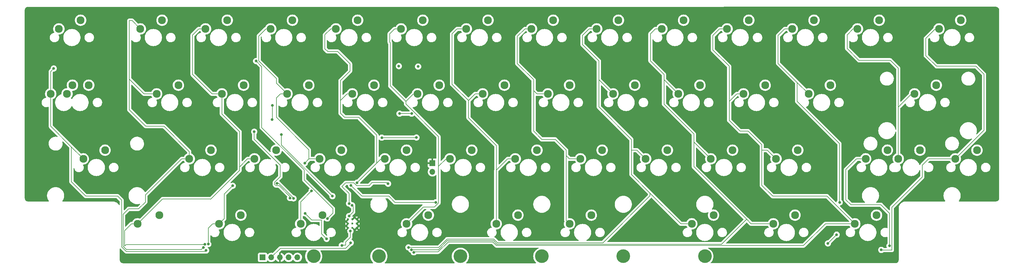
<source format=gtl>
%TF.GenerationSoftware,KiCad,Pcbnew,(6.0.6)*%
%TF.CreationDate,2022-08-17T20:56:33+02:00*%
%TF.ProjectId,rabid40,72616269-6434-4302-9e6b-696361645f70,rev?*%
%TF.SameCoordinates,Original*%
%TF.FileFunction,Copper,L1,Top*%
%TF.FilePolarity,Positive*%
%FSLAX46Y46*%
G04 Gerber Fmt 4.6, Leading zero omitted, Abs format (unit mm)*
G04 Created by KiCad (PCBNEW (6.0.6)) date 2022-08-17 20:56:33*
%MOMM*%
%LPD*%
G01*
G04 APERTURE LIST*
%TA.AperFunction,ComponentPad*%
%ADD10C,2.300000*%
%TD*%
%TA.AperFunction,ComponentPad*%
%ADD11R,1.700000X1.700000*%
%TD*%
%TA.AperFunction,ComponentPad*%
%ADD12O,1.700000X1.700000*%
%TD*%
%TA.AperFunction,ComponentPad*%
%ADD13C,4.000000*%
%TD*%
%TA.AperFunction,ComponentPad*%
%ADD14C,0.600000*%
%TD*%
%TA.AperFunction,ViaPad*%
%ADD15C,0.800000*%
%TD*%
%TA.AperFunction,Conductor*%
%ADD16C,0.200000*%
%TD*%
G04 APERTURE END LIST*
D10*
%TO.P,P1,1,1*%
%TO.N,Col10*%
X209738750Y-45393750D03*
%TO.P,P1,2,2*%
%TO.N,Net-(D39-Pad2)*%
X216088750Y-42853750D03*
%TD*%
%TO.P,Q1,1,1*%
%TO.N,Col1*%
X38288750Y-45393750D03*
%TO.P,Q1,2,2*%
%TO.N,Net-(D4-Pad2)*%
X44638750Y-42853750D03*
%TD*%
%TO.P,W1,1,1*%
%TO.N,Col2*%
X57338750Y-45393750D03*
%TO.P,W1,2,2*%
%TO.N,Net-(D7-Pad2)*%
X63688750Y-42853750D03*
%TD*%
%TO.P,G1,1,1*%
%TO.N,Col5*%
X119251250Y-64443750D03*
%TO.P,G1,2,2*%
%TO.N,Net-(D20-Pad2)*%
X125601250Y-61903750D03*
%TD*%
%TO.P,D46,1,1*%
%TO.N,Col3*%
X81151250Y-64443750D03*
%TO.P,D46,2,2*%
%TO.N,Net-(D12-Pad2)*%
X87501250Y-61903750D03*
%TD*%
%TO.P,E1,1,1*%
%TO.N,Col3*%
X76388750Y-45393750D03*
%TO.P,E1,2,2*%
%TO.N,Net-(D11-Pad2)*%
X82738750Y-42853750D03*
%TD*%
%TO.P,;1,1,1*%
%TO.N,Col10*%
X214501250Y-64443750D03*
%TO.P,;1,2,2*%
%TO.N,Net-(;1-Pad2)*%
X220851250Y-61903750D03*
%TD*%
%TO.P,T1,1,1*%
%TO.N,Col5*%
X114488750Y-45393750D03*
%TO.P,T1,2,2*%
%TO.N,Net-(D19-Pad2)*%
X120838750Y-42853750D03*
%TD*%
%TO.P,J3,1,1*%
%TO.N,Col7*%
X157351250Y-64443750D03*
%TO.P,J3,2,2*%
%TO.N,Net-(D28-Pad2)*%
X163701250Y-61903750D03*
%TD*%
%TO.P,WIN1,1,1*%
%TO.N,Col2*%
X37494997Y-102543762D03*
%TO.P,WIN1,2,2*%
%TO.N,Net-(D10-Pad2)*%
X43844997Y-100003762D03*
%TD*%
%TO.P,ALT2,1,1*%
%TO.N,Col9*%
X223232497Y-102543762D03*
%TO.P,ALT2,2,2*%
%TO.N,Net-(Alt2-Pad2)*%
X229582497Y-100003762D03*
%TD*%
D11*
%TO.P,J1,1,Pin_1*%
%TO.N,~{RESET}*%
X74020000Y-112390000D03*
D12*
%TO.P,J1,2,Pin_2*%
%TO.N,+3V3*%
X76560000Y-112390000D03*
%TO.P,J1,3,Pin_3*%
%TO.N,GND*%
X79100000Y-112390000D03*
%TO.P,J1,4,Pin_4*%
%TO.N,SWD*%
X81640000Y-112390000D03*
%TO.P,J1,5,Pin_5*%
%TO.N,SWCLK*%
X84180000Y-112390000D03*
%TD*%
D10*
%TO.P,H1,1,1*%
%TO.N,Col6*%
X138301250Y-64443750D03*
%TO.P,H1,2,2*%
%TO.N,Net-(D24-Pad2)*%
X144651250Y-61903750D03*
%TD*%
%TO.P,<1,1,1*%
%TO.N,Col8*%
X185926250Y-83493750D03*
%TO.P,<1,2,2*%
%TO.N,Net-(<1-Pad2)*%
X192276250Y-80953750D03*
%TD*%
D13*
%TO.P,Stab_Spc2.25,*%
%TO.N,*%
X107993520Y-112064148D03*
X131806020Y-112064148D03*
%TD*%
D10*
%TO.P,U4,1,1*%
%TO.N,Col7*%
X152588750Y-45393750D03*
%TO.P,U4,2,2*%
%TO.N,Net-(D27-Pad2)*%
X158938750Y-42853750D03*
%TD*%
%TO.P,L1,1,1*%
%TO.N,Col9*%
X195451250Y-64443750D03*
%TO.P,L1,2,2*%
%TO.N,Net-(D36-Pad2)*%
X201801250Y-61903750D03*
%TD*%
D13*
%TO.P,Stab_Spc7u1,*%
%TO.N,*%
X203230000Y-112068750D03*
X88930000Y-112068750D03*
%TD*%
D10*
%TO.P,TAB1,1,1*%
%TO.N,Col0*%
X14476250Y-45393750D03*
%TO.P,TAB1,2,2*%
%TO.N,Net-(D1-Pad2)*%
X20826250Y-42853750D03*
%TD*%
%TO.P,[1,1,1*%
%TO.N,Col11*%
X228788750Y-45393750D03*
%TO.P,[1,2,2*%
%TO.N,Net-(D43-Pad2)*%
X235138750Y-42853750D03*
%TD*%
%TO.P,I1,1,1*%
%TO.N,Col8*%
X171638750Y-45393750D03*
%TO.P,I1,2,2*%
%TO.N,Net-(D31-Pad2)*%
X177988750Y-42853750D03*
%TD*%
%TO.P,F2,1,1*%
%TO.N,Col4*%
X100201250Y-64443750D03*
%TO.P,F2,2,2*%
%TO.N,Net-(D16-Pad2)*%
X106551250Y-61903750D03*
%TD*%
%TO.P,STEPCTRL1,1,1*%
%TO.N,Col0*%
X12095000Y-64443750D03*
%TO.P,STEPCTRL1,2,2*%
%TO.N,Net-(CTRL1-Pad2)*%
X18445000Y-61903750D03*
%TD*%
%TO.P,V1,1,1*%
%TO.N,Col4*%
X109726250Y-83493750D03*
%TO.P,V1,2,2*%
%TO.N,Net-(D17-Pad2)*%
X116076250Y-80953750D03*
%TD*%
%TO.P,SHIFT3,1,1*%
%TO.N,Col12*%
X259745000Y-83493750D03*
%TO.P,SHIFT3,2,2*%
%TO.N,Net-(D49-Pad2)*%
X266095000Y-80953750D03*
%TD*%
%TO.P,CTRL1,1,1*%
%TO.N,Col0*%
X16857500Y-64443750D03*
%TO.P,CTRL1,2,2*%
%TO.N,Net-(CTRL1-Pad2)*%
X23207500Y-61903750D03*
%TD*%
%TO.P,BSPC1,1,1*%
%TO.N,Col13*%
X271651250Y-45393750D03*
%TO.P,BSPC1,2,2*%
%TO.N,Net-(BSPC1-Pad2)*%
X278001250Y-42853750D03*
%TD*%
%TO.P,SPACE_7u1,1,1*%
%TO.N,Col6*%
X142270000Y-102543750D03*
%TO.P,SPACE_7u1,2,2*%
%TO.N,Net-(D26-Pad2)*%
X148620000Y-100003750D03*
%TD*%
%TO.P,Y2,1,1*%
%TO.N,Col6*%
X133538750Y-45393750D03*
%TO.P,Y2,2,2*%
%TO.N,Net-(D23-Pad2)*%
X139888750Y-42853750D03*
%TD*%
D13*
%TO.P,Stab_Spc2.75,*%
%TO.N,*%
X179417500Y-112068750D03*
X155605000Y-112068750D03*
%TD*%
D10*
%TO.P,SHIFT2,1,1*%
%TO.N,Col12*%
X250220000Y-83493750D03*
%TO.P,SHIFT2,2,2*%
%TO.N,Net-(D49-Pad2)*%
X256570000Y-80953750D03*
%TD*%
%TO.P,SPACE2.25,1,1*%
%TO.N,Col5*%
X116076250Y-102543750D03*
%TO.P,SPACE2.25,2,2*%
%TO.N,Net-(D22-Pad2)*%
X122426250Y-100003750D03*
%TD*%
%TO.P,SPACE2.75,1,1*%
%TO.N,Col7*%
X163701250Y-102543750D03*
%TO.P,SPACE2.75,2,2*%
%TO.N,Net-(D30-Pad2)*%
X170051250Y-100003750D03*
%TD*%
%TO.P,FN1,1,1*%
%TO.N,Col13*%
X276413750Y-83493750D03*
%TO.P,FN1,2,2*%
%TO.N,Net-(D52-Pad2)*%
X282763750Y-80953750D03*
%TD*%
%TO.P,B1,1,1*%
%TO.N,Col5*%
X128776250Y-83493750D03*
%TO.P,B1,2,2*%
%TO.N,Net-(B1-Pad2)*%
X135126250Y-80953750D03*
%TD*%
%TO.P,SHIFT1,1,1*%
%TO.N,Col0*%
X21620000Y-83493750D03*
%TO.P,SHIFT1,2,2*%
%TO.N,Net-(D3-Pad2)*%
X27970000Y-80953750D03*
%TD*%
%TO.P,ALT1,1,1*%
%TO.N,Col3*%
X61307497Y-102543762D03*
%TO.P,ALT1,2,2*%
%TO.N,Net-(ALT1-Pad2)*%
X67657497Y-100003762D03*
%TD*%
%TO.P,M1,1,1*%
%TO.N,Col7*%
X166876250Y-83493750D03*
%TO.P,M1,2,2*%
%TO.N,Net-(D29-Pad2)*%
X173226250Y-80953750D03*
%TD*%
%TO.P,Z1,1,1*%
%TO.N,Col1*%
X52576250Y-83493750D03*
%TO.P,Z1,2,2*%
%TO.N,Net-(D6-Pad2)*%
X58926250Y-80953750D03*
%TD*%
%TO.P,C18,1,1*%
%TO.N,Col3*%
X90676250Y-83493750D03*
%TO.P,C18,2,2*%
%TO.N,Net-(C18-Pad2)*%
X97026250Y-80953750D03*
%TD*%
%TO.P,S1,1,1*%
%TO.N,Col2*%
X62101250Y-64443750D03*
%TO.P,S1,2,2*%
%TO.N,Net-(D8-Pad2)*%
X68451250Y-61903750D03*
%TD*%
%TO.P,A1,1,1*%
%TO.N,Col1*%
X43051250Y-64443750D03*
%TO.P,A1,2,2*%
%TO.N,Net-(A1-Pad2)*%
X49401250Y-61903750D03*
%TD*%
%TO.P,'1,1,1*%
%TO.N,Col11*%
X233551250Y-64443750D03*
%TO.P,'1,2,2*%
%TO.N,Net-('1-Pad2)*%
X239901250Y-61903750D03*
%TD*%
%TO.P,X1,1,1*%
%TO.N,Col2*%
X71626250Y-83493750D03*
%TO.P,X1,2,2*%
%TO.N,Net-(D9-Pad2)*%
X77976250Y-80953750D03*
%TD*%
%TO.P,/1,1,1*%
%TO.N,Col10*%
X224026250Y-83493750D03*
%TO.P,/1,2,2*%
%TO.N,Net-(/1-Pad2)*%
X230376250Y-80953750D03*
%TD*%
%TO.P,R6,1,1*%
%TO.N,Col4*%
X95438750Y-45393750D03*
%TO.P,R6,2,2*%
%TO.N,Net-(D15-Pad2)*%
X101788750Y-42853750D03*
%TD*%
%TO.P,RMOD11,1,1*%
%TO.N,Col8*%
X199420000Y-102543750D03*
%TO.P,RMOD11,2,2*%
%TO.N,Net-(D34-Pad2)*%
X205770000Y-100003750D03*
%TD*%
%TO.P,K1,1,1*%
%TO.N,Col8*%
X176401250Y-64443750D03*
%TO.P,K1,2,2*%
%TO.N,Net-(D32-Pad2)*%
X182751250Y-61903750D03*
%TD*%
%TO.P,WIN2,1,1*%
%TO.N,Col10*%
X247045000Y-102543750D03*
%TO.P,WIN2,2,2*%
%TO.N,Net-(D42-Pad2)*%
X253395000Y-100003750D03*
%TD*%
%TO.P,>1,1,1*%
%TO.N,Col9*%
X204976250Y-83493750D03*
%TO.P,>1,2,2*%
%TO.N,Net-(>1-Pad2)*%
X211326250Y-80953750D03*
%TD*%
%TO.P,N1,1,1*%
%TO.N,Col6*%
X147826250Y-83493750D03*
%TO.P,N1,2,2*%
%TO.N,Net-(D25-Pad2)*%
X154176250Y-80953750D03*
%TD*%
%TO.P,]1,1,1*%
%TO.N,Col12*%
X247838750Y-45393750D03*
%TO.P,]1,2,2*%
%TO.N,Net-(D47-Pad2)*%
X254188750Y-42853750D03*
%TD*%
%TO.P,ENTER1,1,1*%
%TO.N,Col12*%
X264507500Y-64443750D03*
%TO.P,ENTER1,2,2*%
%TO.N,Net-(D48-Pad2)*%
X270857500Y-61903750D03*
%TD*%
%TO.P,O1,1,1*%
%TO.N,Col9*%
X190688750Y-45393750D03*
%TO.P,O1,2,2*%
%TO.N,Net-(D35-Pad2)*%
X197038750Y-42853750D03*
%TD*%
%TO.P,LMOD1,1,1*%
%TO.N,Col4*%
X85120000Y-102543750D03*
%TO.P,LMOD1,2,2*%
%TO.N,Net-(D18-Pad2)*%
X91470000Y-100003750D03*
%TD*%
D14*
%TO.P,U1,57,GND*%
%TO.N,GND*%
X101530000Y-101222500D03*
X100255000Y-101222500D03*
X98980000Y-101222500D03*
X98980000Y-103772500D03*
X101530000Y-102497500D03*
X100255000Y-102497500D03*
X98980000Y-102497500D03*
X100255000Y-103772500D03*
X101530000Y-103772500D03*
%TD*%
D11*
%TO.P,SW7,1,1*%
%TO.N,GND*%
X123630000Y-84760000D03*
D12*
%TO.P,SW7,2,2*%
%TO.N,/~{USB_BOOT}*%
X123630000Y-87300000D03*
%TD*%
D15*
%TO.N,*%
X113820000Y-56310000D03*
%TO.N,Col12*%
X257200000Y-109010000D03*
%TO.N,Col10*%
X118190373Y-110902186D03*
%TO.N,Col11*%
X241750000Y-105730000D03*
X242630000Y-96270000D03*
X239190000Y-108290000D03*
%TO.N,Col8*%
X116640000Y-109469500D03*
%TO.N,Col9*%
X117510000Y-110170000D03*
%TO.N,Col1*%
X56731407Y-109493146D03*
%TO.N,Col3*%
X65280000Y-91380000D03*
X86340000Y-84730000D03*
X58130000Y-108490000D03*
%TO.N,Col13*%
X254790000Y-110190000D03*
%TO.N,+1V1*%
X100155500Y-97110000D03*
X99260686Y-100298000D03*
X97170000Y-108880000D03*
X99660000Y-104697000D03*
%TO.N,GND*%
X89280000Y-55840000D03*
X105167500Y-96737500D03*
X105260000Y-110540000D03*
X98290000Y-111410000D03*
X96540000Y-95380000D03*
X99687500Y-113647500D03*
X93410000Y-95430000D03*
X95890000Y-59310000D03*
X101450000Y-94610000D03*
X110450000Y-89410000D03*
X93480000Y-58340000D03*
X92330000Y-105010000D03*
X108820000Y-104400000D03*
X117280000Y-92300000D03*
X118880000Y-94190000D03*
%TO.N,+3V3*%
X94420000Y-94430000D03*
X99755500Y-108110000D03*
X76830000Y-67830000D03*
X79460000Y-76380000D03*
X110670000Y-90790000D03*
X99270000Y-96590000D03*
X76810000Y-72000000D03*
%TO.N,Col0*%
X57501083Y-110358739D03*
X12980000Y-57000000D03*
%TO.N,Row0*%
X92917004Y-100987081D03*
X72120000Y-54820000D03*
%TO.N,Row1*%
X71570000Y-75550000D03*
X117560000Y-70240000D03*
X82024622Y-94984622D03*
X86420000Y-99470000D03*
X114020000Y-70240000D03*
X92720000Y-106957657D03*
%TO.N,Row2*%
X78240000Y-90680500D03*
X108850000Y-77280000D03*
X118960000Y-77250000D03*
X83035221Y-95095977D03*
%TO.N,Row3*%
X124610000Y-96250000D03*
X99840000Y-91250000D03*
%TO.N,Col4*%
X101600000Y-90490000D03*
X88320000Y-92880000D03*
%TO.N,D_N*%
X119450000Y-56430000D03*
%TO.N,Col2*%
X57134423Y-108578496D03*
%TD*%
D16*
%TO.N,Col12*%
X259720000Y-56890000D02*
X257420000Y-54590000D01*
X245910000Y-96980000D02*
X244420000Y-95490000D01*
X257200000Y-99490000D02*
X254690000Y-96980000D01*
X259720000Y-68180000D02*
X259720000Y-56890000D01*
X259745000Y-83493750D02*
X259745000Y-68373750D01*
X257200000Y-109010000D02*
X257200000Y-99490000D01*
X244810000Y-47160000D02*
X246576250Y-45393750D01*
X259829375Y-68289375D02*
X263675000Y-64443750D01*
X254690000Y-96980000D02*
X245910000Y-96980000D01*
X257420000Y-54590000D02*
X248260000Y-54590000D01*
X244420000Y-86640000D02*
X247566250Y-83493750D01*
X247566250Y-83493750D02*
X250220000Y-83493750D01*
X259745000Y-68373750D02*
X259829375Y-68289375D01*
X244810000Y-51140000D02*
X244810000Y-47160000D01*
X246576250Y-45393750D02*
X247838750Y-45393750D01*
X263675000Y-64443750D02*
X264507500Y-64443750D01*
X248260000Y-54590000D02*
X244810000Y-51140000D01*
X259829375Y-68289375D02*
X259720000Y-68180000D01*
X244420000Y-95490000D02*
X244420000Y-86640000D01*
%TO.N,Col10*%
X209738750Y-45393750D02*
X207543925Y-45393750D01*
X247045000Y-102543750D02*
X238466250Y-102543750D01*
X238466250Y-102543750D02*
X232080000Y-108930000D01*
X142328629Y-108930000D02*
X141278628Y-107880000D01*
X224026250Y-83493750D02*
X221495000Y-80962500D01*
X215900000Y-75406250D02*
X213518750Y-75406250D01*
X212575000Y-64443750D02*
X210343750Y-66675000D01*
X210343750Y-72231250D02*
X210343750Y-61118750D01*
X125310000Y-110790000D02*
X118302559Y-110790000D01*
X221495000Y-80962500D02*
X219868750Y-80962500D01*
X205581250Y-51593750D02*
X205581250Y-47625000D01*
X128220000Y-107880000D02*
X125310000Y-110790000D01*
X247045000Y-102543750D02*
X238957500Y-94456250D01*
X214501250Y-64443750D02*
X212575000Y-64443750D01*
X232080000Y-108930000D02*
X142328629Y-108930000D01*
X210343750Y-61118750D02*
X210343750Y-56356250D01*
X205581250Y-47356425D02*
X205581250Y-47625000D01*
X213518750Y-75406250D02*
X210343750Y-72231250D01*
X141278628Y-107880000D02*
X128220000Y-107880000D01*
X210343750Y-56356250D02*
X205581250Y-51593750D01*
X118302559Y-110790000D02*
X118190373Y-110902186D01*
X219868750Y-91281250D02*
X219868750Y-79375000D01*
X223043750Y-94456250D02*
X219868750Y-91281250D01*
X207543925Y-45393750D02*
X205581250Y-47356425D01*
X219868750Y-79375000D02*
X215900000Y-75406250D01*
X238957500Y-94456250D02*
X223043750Y-94456250D01*
%TO.N,Col11*%
X224631250Y-47356425D02*
X226593925Y-45393750D01*
X242570000Y-79040000D02*
X242570000Y-79750000D01*
X233551250Y-64443750D02*
X230218750Y-61111250D01*
X230218750Y-61111250D02*
X224631250Y-55523750D01*
X226593925Y-45393750D02*
X228788750Y-45393750D01*
X242570000Y-79750000D02*
X242570000Y-96210000D01*
X230218750Y-66688750D02*
X242570000Y-79040000D01*
X241750000Y-105730000D02*
X239190000Y-108290000D01*
X230218750Y-61111250D02*
X230218750Y-66688750D01*
X242570000Y-96210000D02*
X242630000Y-96270000D01*
X224631250Y-55523750D02*
X224631250Y-47356425D01*
%TO.N,Col8*%
X127890000Y-107060000D02*
X141590000Y-107060000D01*
X142660000Y-108130000D02*
X173440000Y-108130000D01*
X172243750Y-60325000D02*
X172243750Y-54768750D01*
X176401250Y-64443750D02*
X172282500Y-60325000D01*
X181768750Y-80962500D02*
X181768750Y-77787500D01*
X181768750Y-88106250D02*
X181768750Y-80962500D01*
X172243750Y-54768750D02*
X167481250Y-50006250D01*
X173440000Y-108130000D02*
X187196250Y-94373750D01*
X167481250Y-47356425D02*
X169443925Y-45393750D01*
X141590000Y-107060000D02*
X142660000Y-108130000D01*
X199420000Y-102543750D02*
X196206250Y-102543750D01*
X167481250Y-50006250D02*
X167481250Y-47356425D01*
X125480500Y-109469500D02*
X127890000Y-107060000D01*
X116640000Y-109469500D02*
X125480500Y-109469500D01*
X187196250Y-94373750D02*
X187196250Y-93533750D01*
X172282500Y-60325000D02*
X172243750Y-60325000D01*
X183395000Y-80962500D02*
X181768750Y-80962500D01*
X169443925Y-45393750D02*
X171638750Y-45393750D01*
X187196250Y-93533750D02*
X181768750Y-88106250D01*
X181768750Y-77787500D02*
X172243750Y-68262500D01*
X185926250Y-83493750D02*
X183395000Y-80962500D01*
X172243750Y-68262500D02*
X172243750Y-60325000D01*
X196206250Y-102543750D02*
X187196250Y-93533750D01*
%TO.N,Col9*%
X200063750Y-78581250D02*
X200025000Y-78581250D01*
X204976250Y-83493750D02*
X200063750Y-78581250D01*
X223232500Y-102543750D02*
X216751425Y-102543750D01*
X187325000Y-46831250D02*
X188762500Y-45393750D01*
X200025000Y-76200000D02*
X191293750Y-67468750D01*
X191293750Y-60325000D02*
X191293750Y-58737500D01*
X191332500Y-60325000D02*
X195451250Y-64443750D01*
X215438838Y-101231162D02*
X200025000Y-85817325D01*
X200025000Y-85817325D02*
X200025000Y-78581250D01*
X208140000Y-108530000D02*
X215438838Y-101231162D01*
X191293750Y-67468750D02*
X191293750Y-60325000D01*
X142494315Y-108530000D02*
X208140000Y-108530000D01*
X200025000Y-78581250D02*
X200025000Y-76200000D01*
X125345686Y-110170000D02*
X128035686Y-107480000D01*
X188762500Y-45393750D02*
X190688750Y-45393750D01*
X187325000Y-54768750D02*
X187325000Y-46831250D01*
X117510000Y-110170000D02*
X125345686Y-110170000D01*
X216751425Y-102543750D02*
X215438838Y-101231162D01*
X191293750Y-60325000D02*
X191332500Y-60325000D01*
X141444314Y-107480000D02*
X142494315Y-108530000D01*
X128035686Y-107480000D02*
X141444314Y-107480000D01*
X191293750Y-58737500D02*
X187325000Y-54768750D01*
%TO.N,Col1*%
X39760000Y-94115175D02*
X50381425Y-83493750D01*
X33240000Y-99780000D02*
X34840000Y-98180000D01*
X52576250Y-81340565D02*
X45173185Y-73937500D01*
X56134553Y-110090000D02*
X34200000Y-110090000D01*
X35050000Y-69087500D02*
X35050000Y-60110000D01*
X52576250Y-83493750D02*
X52576250Y-81340565D01*
X34840000Y-98180000D02*
X37740000Y-98180000D01*
X56731407Y-109493146D02*
X56134553Y-110090000D01*
X43051250Y-64443750D02*
X39383750Y-64443750D01*
X37740000Y-98180000D02*
X39760000Y-96160000D01*
X39383750Y-64443750D02*
X35050000Y-60110000D01*
X45173185Y-73937500D02*
X39900000Y-73937500D01*
X35050000Y-60110000D02*
X35050000Y-42980000D01*
X50381425Y-83493750D02*
X52576250Y-83493750D01*
X33240000Y-109130000D02*
X33240000Y-99780000D01*
X39760000Y-96160000D02*
X39760000Y-94115175D01*
X39900000Y-73937500D02*
X35050000Y-69087500D01*
X35050000Y-42980000D02*
X35875000Y-42980000D01*
X34200000Y-110090000D02*
X33240000Y-109130000D01*
X35875000Y-42980000D02*
X38288750Y-45393750D01*
%TO.N,Col3*%
X58140000Y-103785000D02*
X59381250Y-102543750D01*
X65280000Y-91380000D02*
X62800000Y-93860000D01*
X78040000Y-65630000D02*
X79226250Y-64443750D01*
X87535000Y-83535000D02*
X87535000Y-80835000D01*
X78040000Y-61332500D02*
X81151250Y-64443750D01*
X58140000Y-107040000D02*
X58140000Y-103785000D01*
X72870000Y-54810000D02*
X72870000Y-47490000D01*
X87576250Y-83493750D02*
X87535000Y-83535000D01*
X87535000Y-80835000D02*
X78040000Y-71340000D01*
X74966250Y-45393750D02*
X76388750Y-45393750D01*
X72870000Y-47490000D02*
X74966250Y-45393750D01*
X62800000Y-101051250D02*
X61307500Y-102543750D01*
X58130000Y-108490000D02*
X58130000Y-107050000D01*
X59381250Y-102543750D02*
X61307500Y-102543750D01*
X78040000Y-59980000D02*
X72870000Y-54810000D01*
X62800000Y-93860000D02*
X62800000Y-101051250D01*
X78040000Y-59980000D02*
X78040000Y-61332500D01*
X78040000Y-71340000D02*
X78040000Y-65630000D01*
X58130000Y-107050000D02*
X58140000Y-107040000D01*
X79226250Y-64443750D02*
X81151250Y-64443750D01*
X87535000Y-83535000D02*
X86340000Y-84730000D01*
X90676250Y-83493750D02*
X87576250Y-83493750D01*
%TO.N,Col5*%
X116076250Y-102543750D02*
X120988750Y-97631250D01*
X112562500Y-45393750D02*
X114488750Y-45393750D01*
X115887500Y-66675000D02*
X111300000Y-62087500D01*
X125412500Y-85725000D02*
X127643750Y-83493750D01*
X120988750Y-97631250D02*
X124218700Y-97631250D01*
X111300000Y-62087500D02*
X111300000Y-49479825D01*
X125412500Y-76952500D02*
X115887500Y-67427500D01*
X125412500Y-85725000D02*
X125412500Y-76952500D01*
X111125000Y-49304825D02*
X111125000Y-46831250D01*
X127643750Y-83493750D02*
X128776250Y-83493750D01*
X125412500Y-96437450D02*
X125412500Y-85725000D01*
X118118750Y-64443750D02*
X119251250Y-64443750D01*
X124218700Y-97631250D02*
X125412500Y-96437450D01*
X111125000Y-46831250D02*
X112562500Y-45393750D01*
X115887500Y-66675000D02*
X118118750Y-64443750D01*
X115887500Y-67427500D02*
X115887500Y-66675000D01*
X111300000Y-49479825D02*
X111125000Y-49304825D01*
%TO.N,Col13*%
X284800000Y-72630000D02*
X284800000Y-58690000D01*
X257900000Y-97700000D02*
X257900000Y-110230000D01*
X268606250Y-83493750D02*
X266770000Y-85330000D01*
X254830000Y-110230000D02*
X254790000Y-110190000D01*
X276413750Y-83493750D02*
X284800000Y-75107500D01*
X270920000Y-56360000D02*
X267830000Y-53270000D01*
X284800000Y-75107500D02*
X284800000Y-72630000D01*
X266770000Y-85330000D02*
X266770000Y-88830000D01*
X270606250Y-45393750D02*
X267830000Y-48170000D01*
X257900000Y-110230000D02*
X254830000Y-110230000D01*
X282470000Y-56360000D02*
X270920000Y-56360000D01*
X276413750Y-83493750D02*
X268606250Y-83493750D01*
X267830000Y-53270000D02*
X267830000Y-52130000D01*
X262440000Y-93160000D02*
X257900000Y-97700000D01*
X282530000Y-56420000D02*
X282470000Y-56360000D01*
X267830000Y-52130000D02*
X267830000Y-48170000D01*
X266770000Y-88830000D02*
X262440000Y-93160000D01*
X271651250Y-45393750D02*
X270606250Y-45393750D01*
X284800000Y-58690000D02*
X282530000Y-56420000D01*
%TO.N,+1V1*%
X98250000Y-108850000D02*
X97200000Y-108850000D01*
X98250000Y-107900000D02*
X98250000Y-108850000D01*
X100480000Y-97434500D02*
X100480000Y-99078686D01*
X100480000Y-99078686D02*
X99260686Y-100298000D01*
X97200000Y-108850000D02*
X97170000Y-108880000D01*
X99660000Y-104697000D02*
X99660000Y-106490000D01*
X100155500Y-97110000D02*
X100480000Y-97434500D01*
X99660000Y-106490000D02*
X98250000Y-107900000D01*
%TO.N,+3V3*%
X98260000Y-90550000D02*
X100670050Y-90550000D01*
X106030000Y-90460000D02*
X110270000Y-90460000D01*
X97210000Y-91600000D02*
X98260000Y-90550000D01*
X100670050Y-90550000D02*
X101500050Y-91380000D01*
X79460000Y-76380000D02*
X79460000Y-79470000D01*
X99755500Y-108314500D02*
X98320000Y-109750000D01*
X110270000Y-90460000D02*
X110340000Y-90530000D01*
X99270000Y-93660000D02*
X97210000Y-91600000D01*
X76830000Y-71980000D02*
X76810000Y-72000000D01*
X76830000Y-67830000D02*
X76830000Y-71980000D01*
X99755500Y-108110000D02*
X99755500Y-108314500D01*
X110340000Y-90530000D02*
X110600000Y-90790000D01*
X105110000Y-91380000D02*
X106030000Y-90460000D01*
X98320000Y-109750000D02*
X79200000Y-109750000D01*
X101500050Y-91380000D02*
X104410000Y-91380000D01*
X104410000Y-91380000D02*
X105110000Y-91380000D01*
X79200000Y-109750000D02*
X76560000Y-112390000D01*
X79460000Y-79470000D02*
X94420000Y-94430000D01*
X99270000Y-96590000D02*
X99270000Y-93660000D01*
X110600000Y-90790000D02*
X110670000Y-90790000D01*
%TO.N,Col0*%
X22370000Y-94440000D02*
X18138125Y-90208125D01*
X57501083Y-110358739D02*
X57180322Y-110679500D01*
X12095000Y-57885000D02*
X12095000Y-64443750D01*
X18138125Y-90208125D02*
X18138125Y-80011875D01*
X34223814Y-110679500D02*
X32840000Y-109295686D01*
X31640000Y-94440000D02*
X22370000Y-94440000D01*
X32840000Y-109295686D02*
X32840000Y-95640000D01*
X12980000Y-57000000D02*
X12095000Y-57885000D01*
X18138125Y-80011875D02*
X21620000Y-83493750D01*
X57180322Y-110679500D02*
X34223814Y-110679500D01*
X12095000Y-73968750D02*
X18138125Y-80011875D01*
X32840000Y-95640000D02*
X31640000Y-94440000D01*
X12095000Y-64443750D02*
X12095000Y-73968750D01*
%TO.N,Row0*%
X73750000Y-56450000D02*
X72120000Y-54820000D01*
X94530000Y-98040050D02*
X86160000Y-89670050D01*
X73750000Y-74325686D02*
X73750000Y-56450000D01*
X86160000Y-89670050D02*
X86160000Y-86735686D01*
X86160000Y-86735686D02*
X73750000Y-74325686D01*
X94530000Y-99374085D02*
X94530000Y-98040050D01*
X92917004Y-100987081D02*
X94530000Y-99374085D01*
%TO.N,Row1*%
X79180000Y-85350000D02*
X71570000Y-77740000D01*
X117560000Y-70240000D02*
X114020000Y-70240000D01*
X91273901Y-105511558D02*
X91273901Y-101453750D01*
X77540000Y-90390550D02*
X79180000Y-88750550D01*
X78854814Y-91380500D02*
X77930500Y-91380500D01*
X88403750Y-101453750D02*
X86420000Y-99470000D01*
X77540000Y-90990000D02*
X77540000Y-90390550D01*
X92720000Y-106957657D02*
X91273901Y-105511558D01*
X71570000Y-77740000D02*
X71570000Y-75550000D01*
X82024622Y-94984622D02*
X82024622Y-94550308D01*
X77930500Y-91380500D02*
X77540000Y-90990000D01*
X82024622Y-94550308D02*
X78854814Y-91380500D01*
X79180000Y-88750550D02*
X79180000Y-85350000D01*
X91273901Y-101453750D02*
X88403750Y-101453750D01*
%TO.N,Row2*%
X83035221Y-94995221D02*
X78720500Y-90680500D01*
X83035221Y-95095977D02*
X83035221Y-94995221D01*
X78720500Y-90680500D02*
X78240000Y-90680500D01*
X118930000Y-77280000D02*
X118960000Y-77250000D01*
X108850000Y-77280000D02*
X118930000Y-77280000D01*
%TO.N,Row3*%
X110860000Y-94450000D02*
X112660000Y-96250000D01*
X99840000Y-91250000D02*
X103040000Y-94450000D01*
X112660000Y-96250000D02*
X124610000Y-96250000D01*
X103040000Y-94450000D02*
X110860000Y-94450000D01*
%TO.N,Col4*%
X93000000Y-52010000D02*
X92190000Y-51200000D01*
X97950000Y-71310000D02*
X96780000Y-70140000D01*
X99590000Y-55680000D02*
X95920000Y-52010000D01*
X102070000Y-71310000D02*
X97950000Y-71310000D01*
X101600000Y-90490000D02*
X107345000Y-84745000D01*
X93926250Y-45393750D02*
X95438750Y-45393750D01*
X98706250Y-64443750D02*
X100201250Y-64443750D01*
X96780000Y-70140000D02*
X96780000Y-66370000D01*
X85120000Y-102543750D02*
X85120000Y-96080000D01*
X107345000Y-84745000D02*
X108596250Y-83493750D01*
X99590000Y-57730000D02*
X99590000Y-55680000D01*
X107345000Y-76585000D02*
X102070000Y-71310000D01*
X96780000Y-66370000D02*
X96780000Y-60540000D01*
X108596250Y-83493750D02*
X109726250Y-83493750D01*
X92190000Y-51200000D02*
X92190000Y-47130000D01*
X92190000Y-47130000D02*
X93926250Y-45393750D01*
X96780000Y-66370000D02*
X98706250Y-64443750D01*
X107345000Y-84745000D02*
X107345000Y-76585000D01*
X85120000Y-96080000D02*
X88320000Y-92880000D01*
X96780000Y-60540000D02*
X99590000Y-57730000D01*
X95920000Y-52010000D02*
X93000000Y-52010000D01*
%TO.N,Col6*%
X142343838Y-86781338D02*
X145631425Y-83493750D01*
X130818750Y-45393750D02*
X133538750Y-45393750D01*
X136106425Y-64443750D02*
X138301250Y-64443750D01*
X145631425Y-83493750D02*
X147826250Y-83493750D01*
X134143750Y-71437500D02*
X134143750Y-66406425D01*
X142343838Y-86781338D02*
X142343838Y-79637588D01*
X129381250Y-46831250D02*
X130818750Y-45393750D01*
X134143750Y-66406425D02*
X136106425Y-64443750D01*
X142270000Y-102543750D02*
X142270000Y-86855175D01*
X142270000Y-86855175D02*
X142343838Y-86781338D01*
X129381250Y-61643925D02*
X129381250Y-46831250D01*
X142343838Y-79637588D02*
X134143750Y-71437500D01*
X134143750Y-66406425D02*
X129381250Y-61643925D01*
%TO.N,Col7*%
X155575000Y-77787500D02*
X159543750Y-77787500D01*
X153193750Y-60325000D02*
X153193750Y-75406250D01*
X148431250Y-55562500D02*
X153193750Y-60325000D01*
X162718750Y-101561250D02*
X163701250Y-102543750D01*
X162718750Y-80962500D02*
X162718750Y-101561250D01*
X166876250Y-83493750D02*
X163662500Y-83493750D01*
X153193750Y-75406250D02*
X155575000Y-77787500D01*
X159543750Y-77787500D02*
X162718750Y-80962500D01*
X163662500Y-83493750D02*
X162718750Y-82550000D01*
X148431250Y-47625000D02*
X148431250Y-55562500D01*
X152588750Y-45393750D02*
X150662500Y-45393750D01*
X157351250Y-64443750D02*
X154137500Y-64443750D01*
X154137500Y-64443750D02*
X153193750Y-63500000D01*
X150662500Y-45393750D02*
X148431250Y-47625000D01*
%TO.N,Col2*%
X53480000Y-58697500D02*
X53480000Y-47270000D01*
X62101250Y-64443750D02*
X59226250Y-64443750D01*
X33722843Y-109047157D02*
X33722843Y-104537157D01*
X37495000Y-102543750D02*
X44788750Y-95250000D01*
X53480000Y-47270000D02*
X55356250Y-45393750D01*
X71626250Y-83493750D02*
X69616250Y-83493750D01*
X59226250Y-64443750D02*
X53480000Y-58697500D01*
X69616250Y-83493750D02*
X67280000Y-85830000D01*
X62101250Y-70351250D02*
X62101250Y-64443750D01*
X55356250Y-45393750D02*
X57338750Y-45393750D01*
X57092919Y-108620000D02*
X34150000Y-108620000D01*
X67280000Y-75530000D02*
X62101250Y-70351250D01*
X44788750Y-95250000D02*
X58690000Y-95250000D01*
X67280000Y-86920000D02*
X67280000Y-85830000D01*
X58820000Y-95380000D02*
X67280000Y-86920000D01*
X35716250Y-102543750D02*
X37495000Y-102543750D01*
X33722843Y-104537157D02*
X35716250Y-102543750D01*
X34150000Y-108620000D02*
X33722843Y-109047157D01*
X67280000Y-85830000D02*
X67280000Y-75530000D01*
X58690000Y-95250000D02*
X58820000Y-95380000D01*
X57134423Y-108578496D02*
X57092919Y-108620000D01*
%TD*%
%TA.AperFunction,Conductor*%
%TO.N,GND*%
G36*
X288231139Y-38913973D02*
G01*
X288252749Y-38917482D01*
X288261659Y-38916376D01*
X288265429Y-38915908D01*
X288292750Y-38915502D01*
X288420117Y-38927482D01*
X288441711Y-38931434D01*
X288529849Y-38955667D01*
X288587069Y-38971399D01*
X288607658Y-38979045D01*
X288680480Y-39013581D01*
X288743865Y-39043642D01*
X288762807Y-39054743D01*
X288772971Y-39061959D01*
X288885725Y-39142008D01*
X288902459Y-39156236D01*
X289008354Y-39263519D01*
X289022361Y-39280434D01*
X289108021Y-39404478D01*
X289118878Y-39423569D01*
X289181694Y-39560596D01*
X289189072Y-39581283D01*
X289227143Y-39727150D01*
X289230815Y-39748798D01*
X289240584Y-39869485D01*
X289239927Y-39885885D01*
X289240343Y-39885893D01*
X289240175Y-39894863D01*
X289238736Y-39903726D01*
X289242919Y-39937411D01*
X289243878Y-39952911D01*
X289246031Y-71315619D01*
X289247654Y-94951196D01*
X289246187Y-94970373D01*
X289243822Y-94985739D01*
X289242456Y-94994615D01*
X289244002Y-95006277D01*
X289244126Y-95007215D01*
X289244752Y-95034590D01*
X289240428Y-95084752D01*
X289233692Y-95162885D01*
X289229877Y-95184630D01*
X289190710Y-95331017D01*
X289183156Y-95351763D01*
X289119044Y-95489053D01*
X289107986Y-95508161D01*
X289020890Y-95632161D01*
X289006667Y-95649045D01*
X288983915Y-95671690D01*
X288899269Y-95755934D01*
X288882316Y-95770078D01*
X288757905Y-95856582D01*
X288738744Y-95867549D01*
X288601144Y-95931009D01*
X288580363Y-95938463D01*
X288433803Y-95976931D01*
X288412038Y-95980644D01*
X288290378Y-95990548D01*
X288274118Y-95989899D01*
X288274110Y-95990342D01*
X288265132Y-95990174D01*
X288256274Y-95988736D01*
X288222670Y-95992909D01*
X288207137Y-95993868D01*
X277564246Y-95991894D01*
X277496129Y-95971879D01*
X277449646Y-95918215D01*
X277439555Y-95847939D01*
X277462333Y-95791833D01*
X277470383Y-95780754D01*
X277578274Y-95632254D01*
X277592517Y-95606347D01*
X277728063Y-95359789D01*
X277728064Y-95359786D01*
X277729966Y-95356327D01*
X277839965Y-95078502D01*
X277844427Y-95067233D01*
X277844427Y-95067232D01*
X277845880Y-95063563D01*
X277924186Y-94758580D01*
X277963650Y-94446188D01*
X277963650Y-94131312D01*
X277924186Y-93818920D01*
X277845880Y-93513937D01*
X277729966Y-93221173D01*
X277728063Y-93217711D01*
X277580183Y-92948718D01*
X277580181Y-92948715D01*
X277578274Y-92945246D01*
X277393195Y-92690506D01*
X277177648Y-92460972D01*
X276935032Y-92260263D01*
X276669174Y-92091544D01*
X276665595Y-92089860D01*
X276665588Y-92089856D01*
X276387856Y-91959166D01*
X276387852Y-91959164D01*
X276384266Y-91957477D01*
X276084802Y-91860175D01*
X275775504Y-91801173D01*
X275681950Y-91795287D01*
X275541892Y-91786475D01*
X275541876Y-91786474D01*
X275539897Y-91786350D01*
X275382603Y-91786350D01*
X275380624Y-91786474D01*
X275380608Y-91786475D01*
X275240550Y-91795287D01*
X275146996Y-91801173D01*
X274837698Y-91860175D01*
X274538234Y-91957477D01*
X274534648Y-91959164D01*
X274534644Y-91959166D01*
X274256912Y-92089856D01*
X274256905Y-92089860D01*
X274253326Y-92091544D01*
X273987468Y-92260263D01*
X273744852Y-92460972D01*
X273529305Y-92690506D01*
X273344226Y-92945246D01*
X273342319Y-92948715D01*
X273342317Y-92948718D01*
X273194437Y-93217711D01*
X273192534Y-93221173D01*
X273076620Y-93513937D01*
X272998314Y-93818920D01*
X272958850Y-94131312D01*
X272958850Y-94446188D01*
X272998314Y-94758580D01*
X273076620Y-95063563D01*
X273078073Y-95067232D01*
X273078073Y-95067233D01*
X273082535Y-95078502D01*
X273192534Y-95356327D01*
X273194436Y-95359786D01*
X273194437Y-95359789D01*
X273329984Y-95606347D01*
X273344226Y-95632254D01*
X273448825Y-95776223D01*
X273459616Y-95791075D01*
X273483475Y-95857943D01*
X273467394Y-95927094D01*
X273416480Y-95976575D01*
X273357659Y-95991136D01*
X261948689Y-95989135D01*
X261927001Y-95987250D01*
X261914022Y-95984980D01*
X261914016Y-95984979D01*
X261909223Y-95984141D01*
X261904363Y-95984050D01*
X261904359Y-95984050D01*
X261902947Y-95984024D01*
X261896672Y-95983907D01*
X261891847Y-95984566D01*
X261891846Y-95984566D01*
X261889375Y-95984903D01*
X261879753Y-95985843D01*
X261637981Y-96000114D01*
X261637979Y-96000114D01*
X261633867Y-96000357D01*
X261375341Y-96050038D01*
X261371434Y-96051336D01*
X261371430Y-96051337D01*
X261265183Y-96086635D01*
X261125511Y-96133037D01*
X261121812Y-96134831D01*
X261121808Y-96134833D01*
X260892356Y-96246139D01*
X260888652Y-96247936D01*
X260668816Y-96392767D01*
X260598804Y-96453365D01*
X260473206Y-96562075D01*
X260469765Y-96565053D01*
X260467030Y-96568131D01*
X260467024Y-96568137D01*
X260297645Y-96758762D01*
X260294904Y-96761847D01*
X260292592Y-96765259D01*
X260153575Y-96970411D01*
X260147226Y-96979780D01*
X260134017Y-97006131D01*
X260038210Y-97197263D01*
X260029256Y-97215125D01*
X259943014Y-97463854D01*
X259909784Y-97625405D01*
X259898427Y-97680619D01*
X259889974Y-97721712D01*
X259877321Y-97897237D01*
X259873525Y-97949898D01*
X259871968Y-97962535D01*
X259870360Y-97971730D01*
X259870125Y-97984281D01*
X259870783Y-97989096D01*
X259870783Y-97989103D01*
X259874200Y-98014121D01*
X259875359Y-98031123D01*
X259880975Y-113068645D01*
X259879347Y-113088881D01*
X259877292Y-113101538D01*
X259877292Y-113101542D01*
X259875854Y-113110400D01*
X259877429Y-113123077D01*
X259877837Y-113150400D01*
X259865862Y-113277784D01*
X259861911Y-113299373D01*
X259843353Y-113366883D01*
X259821951Y-113444739D01*
X259814306Y-113465328D01*
X259749713Y-113601542D01*
X259738609Y-113620491D01*
X259651344Y-113743420D01*
X259637117Y-113760154D01*
X259529832Y-113866060D01*
X259512918Y-113880067D01*
X259394049Y-113962160D01*
X259388872Y-113965735D01*
X259369782Y-113976593D01*
X259232737Y-114039422D01*
X259212057Y-114046798D01*
X259066187Y-114084874D01*
X259044542Y-114088546D01*
X258924303Y-114098283D01*
X258907445Y-114097606D01*
X258907438Y-114097966D01*
X258898459Y-114097798D01*
X258889598Y-114096360D01*
X258864468Y-114099481D01*
X258855940Y-114100540D01*
X258840414Y-114101501D01*
X205046486Y-114102969D01*
X204978365Y-114082969D01*
X204931871Y-114029314D01*
X204921765Y-113959041D01*
X204951256Y-113894459D01*
X204960230Y-113885119D01*
X204972280Y-113873804D01*
X205062233Y-113789332D01*
X205092779Y-113752409D01*
X205222105Y-113596081D01*
X205263432Y-113546125D01*
X205432562Y-113279619D01*
X205434246Y-113276040D01*
X205434250Y-113276033D01*
X205565267Y-112997606D01*
X205565269Y-112997602D01*
X205566956Y-112994016D01*
X205664495Y-112693822D01*
X205723641Y-112383770D01*
X205743460Y-112068750D01*
X205723641Y-111753730D01*
X205664495Y-111443678D01*
X205566956Y-111143484D01*
X205565267Y-111139894D01*
X205434250Y-110861467D01*
X205434246Y-110861460D01*
X205432562Y-110857881D01*
X205429642Y-110853279D01*
X205336774Y-110706944D01*
X205263432Y-110591375D01*
X205093701Y-110386206D01*
X205064758Y-110351220D01*
X205064757Y-110351219D01*
X205062233Y-110348168D01*
X205057333Y-110343566D01*
X204936397Y-110230000D01*
X204832140Y-110132096D01*
X204576779Y-109946566D01*
X204491282Y-109899563D01*
X204303648Y-109796410D01*
X204303647Y-109796409D01*
X204300179Y-109794503D01*
X204296510Y-109793050D01*
X204296505Y-109793048D01*
X204267721Y-109781652D01*
X204211748Y-109737978D01*
X204188271Y-109670975D01*
X204204747Y-109601916D01*
X204255942Y-109552727D01*
X204314105Y-109538500D01*
X232031864Y-109538500D01*
X232048307Y-109539578D01*
X232080000Y-109543750D01*
X232088189Y-109542672D01*
X232119874Y-109538501D01*
X232119884Y-109538500D01*
X232119885Y-109538500D01*
X232119901Y-109538498D01*
X232219457Y-109525391D01*
X232230664Y-109523916D01*
X232230666Y-109523915D01*
X232238851Y-109522838D01*
X232386876Y-109461524D01*
X232393430Y-109456495D01*
X232482069Y-109388480D01*
X232482075Y-109388474D01*
X232507434Y-109369015D01*
X232513987Y-109363987D01*
X232521827Y-109353770D01*
X232533452Y-109338621D01*
X232544319Y-109326230D01*
X233580549Y-108290000D01*
X238276496Y-108290000D01*
X238296458Y-108479928D01*
X238355473Y-108661556D01*
X238358776Y-108667278D01*
X238358777Y-108667279D01*
X238366080Y-108679928D01*
X238450960Y-108826944D01*
X238455378Y-108831851D01*
X238455379Y-108831852D01*
X238498732Y-108880000D01*
X238578747Y-108968866D01*
X238733248Y-109081118D01*
X238739276Y-109083802D01*
X238739278Y-109083803D01*
X238868871Y-109141501D01*
X238907712Y-109158794D01*
X238973365Y-109172749D01*
X239088056Y-109197128D01*
X239088061Y-109197128D01*
X239094513Y-109198500D01*
X239285487Y-109198500D01*
X239291939Y-109197128D01*
X239291944Y-109197128D01*
X239406635Y-109172749D01*
X239472288Y-109158794D01*
X239511129Y-109141501D01*
X239640722Y-109083803D01*
X239640724Y-109083802D01*
X239646752Y-109081118D01*
X239801253Y-108968866D01*
X239881268Y-108880000D01*
X239924621Y-108831852D01*
X239924622Y-108831851D01*
X239929040Y-108826944D01*
X240013920Y-108679928D01*
X240021223Y-108667279D01*
X240021224Y-108667278D01*
X240024527Y-108661556D01*
X240083542Y-108479928D01*
X240103504Y-108290000D01*
X240103316Y-108288214D01*
X240122816Y-108221804D01*
X240139719Y-108200830D01*
X241665144Y-106675405D01*
X241727456Y-106641379D01*
X241754239Y-106638500D01*
X241845487Y-106638500D01*
X241851939Y-106637128D01*
X241851944Y-106637128D01*
X241951279Y-106616013D01*
X242032288Y-106598794D01*
X242060797Y-106586101D01*
X242200722Y-106523803D01*
X242200724Y-106523802D01*
X242206752Y-106521118D01*
X242361253Y-106408866D01*
X242434623Y-106327380D01*
X242484621Y-106271852D01*
X242484622Y-106271851D01*
X242489040Y-106266944D01*
X242584527Y-106101556D01*
X242643542Y-105919928D01*
X242645922Y-105897289D01*
X242662814Y-105736565D01*
X242663504Y-105730000D01*
X242650486Y-105606138D01*
X242644232Y-105546635D01*
X242644232Y-105546633D01*
X242643542Y-105540072D01*
X242584527Y-105358444D01*
X242489040Y-105193056D01*
X242361253Y-105051134D01*
X242206752Y-104938882D01*
X242200724Y-104936198D01*
X242200722Y-104936197D01*
X242038319Y-104863891D01*
X242038318Y-104863891D01*
X242032288Y-104861206D01*
X241938888Y-104841353D01*
X241851944Y-104822872D01*
X241851939Y-104822872D01*
X241845487Y-104821500D01*
X241654513Y-104821500D01*
X241648061Y-104822872D01*
X241648056Y-104822872D01*
X241561112Y-104841353D01*
X241467712Y-104861206D01*
X241461682Y-104863891D01*
X241461681Y-104863891D01*
X241299278Y-104936197D01*
X241299276Y-104936198D01*
X241293248Y-104938882D01*
X241138747Y-105051134D01*
X241010960Y-105193056D01*
X240915473Y-105358444D01*
X240856458Y-105540072D01*
X240855768Y-105546633D01*
X240855768Y-105546635D01*
X240849514Y-105606138D01*
X240836496Y-105730000D01*
X240836684Y-105731786D01*
X240817184Y-105798196D01*
X240800281Y-105819170D01*
X239274856Y-107344595D01*
X239212544Y-107378621D01*
X239185761Y-107381500D01*
X239094513Y-107381500D01*
X239088061Y-107382872D01*
X239088056Y-107382872D01*
X239001113Y-107401353D01*
X238907712Y-107421206D01*
X238901682Y-107423891D01*
X238901681Y-107423891D01*
X238739278Y-107496197D01*
X238739276Y-107496198D01*
X238733248Y-107498882D01*
X238727907Y-107502762D01*
X238727906Y-107502763D01*
X238714745Y-107512325D01*
X238578747Y-107611134D01*
X238574326Y-107616044D01*
X238574325Y-107616045D01*
X238458458Y-107744729D01*
X238450960Y-107753056D01*
X238408585Y-107826451D01*
X238370850Y-107891811D01*
X238355473Y-107918444D01*
X238296458Y-108100072D01*
X238295768Y-108106633D01*
X238295768Y-108106635D01*
X238294527Y-108118444D01*
X238276496Y-108290000D01*
X233580549Y-108290000D01*
X238681394Y-103189155D01*
X238743706Y-103155129D01*
X238770489Y-103152250D01*
X245417712Y-103152250D01*
X245485833Y-103172252D01*
X245534120Y-103230031D01*
X245562697Y-103299021D01*
X245565283Y-103303241D01*
X245697297Y-103518669D01*
X245715835Y-103587203D01*
X245694378Y-103654880D01*
X245639739Y-103700212D01*
X245600518Y-103710053D01*
X245546362Y-103714648D01*
X245546357Y-103714649D01*
X245541052Y-103715099D01*
X245535897Y-103716437D01*
X245535891Y-103716438D01*
X245378152Y-103757379D01*
X245313794Y-103774083D01*
X245308928Y-103776275D01*
X245308925Y-103776276D01*
X245104583Y-103868326D01*
X245104580Y-103868327D01*
X245099722Y-103870516D01*
X244904959Y-104001638D01*
X244901102Y-104005317D01*
X244901100Y-104005319D01*
X244866863Y-104037980D01*
X244735073Y-104163701D01*
X244731891Y-104167978D01*
X244731890Y-104167979D01*
X244702559Y-104207401D01*
X244594922Y-104352071D01*
X244592506Y-104356822D01*
X244592504Y-104356826D01*
X244520802Y-104497854D01*
X244488513Y-104561362D01*
X244418889Y-104785590D01*
X244418188Y-104790879D01*
X244400236Y-104926324D01*
X244388039Y-105018343D01*
X244388239Y-105023672D01*
X244388239Y-105023673D01*
X244389688Y-105062271D01*
X244396848Y-105252966D01*
X244398221Y-105259509D01*
X244422794Y-105376621D01*
X244445062Y-105482751D01*
X244531302Y-105701127D01*
X244534071Y-105705690D01*
X244600670Y-105815441D01*
X244653104Y-105901850D01*
X244806985Y-106079182D01*
X244811117Y-106082570D01*
X244984416Y-106224667D01*
X244984422Y-106224671D01*
X244988544Y-106228051D01*
X244993180Y-106230690D01*
X244993183Y-106230692D01*
X245033922Y-106253882D01*
X245192590Y-106344201D01*
X245413289Y-106424311D01*
X245418538Y-106425260D01*
X245418541Y-106425261D01*
X245499615Y-106439921D01*
X245644330Y-106466090D01*
X245648469Y-106466285D01*
X245648476Y-106466286D01*
X245667440Y-106467180D01*
X245667449Y-106467180D01*
X245668929Y-106467250D01*
X245833950Y-106467250D01*
X245915299Y-106460347D01*
X246003637Y-106452852D01*
X246003641Y-106452851D01*
X246008948Y-106452401D01*
X246014103Y-106451063D01*
X246014109Y-106451062D01*
X246231035Y-106394759D01*
X246231034Y-106394759D01*
X246236206Y-106393417D01*
X246241072Y-106391225D01*
X246241075Y-106391224D01*
X246445417Y-106299174D01*
X246445420Y-106299173D01*
X246450278Y-106296984D01*
X246645041Y-106165862D01*
X246664116Y-106147666D01*
X246740118Y-106075163D01*
X246814927Y-106003799D01*
X246844416Y-105964165D01*
X246920255Y-105862233D01*
X246955078Y-105815429D01*
X246998513Y-105730000D01*
X247059069Y-105610894D01*
X247059069Y-105610893D01*
X247061487Y-105606138D01*
X247131111Y-105381910D01*
X247148907Y-105247646D01*
X247149763Y-105241188D01*
X248352600Y-105241188D01*
X248392064Y-105553580D01*
X248470370Y-105858563D01*
X248586284Y-106151327D01*
X248588186Y-106154786D01*
X248588187Y-106154789D01*
X248735364Y-106422502D01*
X248737976Y-106427254D01*
X248769267Y-106470322D01*
X248909815Y-106663770D01*
X248923055Y-106681994D01*
X249138602Y-106911528D01*
X249381218Y-107112237D01*
X249647076Y-107280956D01*
X249650655Y-107282640D01*
X249650662Y-107282644D01*
X249928394Y-107413334D01*
X249928398Y-107413336D01*
X249931984Y-107415023D01*
X249935756Y-107416249D01*
X249935757Y-107416249D01*
X249951013Y-107421206D01*
X250231448Y-107512325D01*
X250540746Y-107571327D01*
X250634300Y-107577213D01*
X250774358Y-107586025D01*
X250774374Y-107586026D01*
X250776353Y-107586150D01*
X250933647Y-107586150D01*
X250935626Y-107586026D01*
X250935642Y-107586025D01*
X251075700Y-107577213D01*
X251169254Y-107571327D01*
X251478552Y-107512325D01*
X251758987Y-107421206D01*
X251774243Y-107416249D01*
X251774244Y-107416249D01*
X251778016Y-107415023D01*
X251781602Y-107413336D01*
X251781606Y-107413334D01*
X252059338Y-107282644D01*
X252059345Y-107282640D01*
X252062924Y-107280956D01*
X252328782Y-107112237D01*
X252571398Y-106911528D01*
X252786945Y-106681994D01*
X252800186Y-106663770D01*
X252940733Y-106470322D01*
X252972024Y-106427254D01*
X252974637Y-106422502D01*
X253121813Y-106154789D01*
X253121814Y-106154786D01*
X253123716Y-106151327D01*
X253239630Y-105858563D01*
X253317936Y-105553580D01*
X253357400Y-105241188D01*
X253357400Y-104926312D01*
X253317936Y-104613920D01*
X253239630Y-104308937D01*
X253123716Y-104016173D01*
X253115732Y-104001650D01*
X252973933Y-103743718D01*
X252973931Y-103743715D01*
X252972024Y-103740246D01*
X252840041Y-103558586D01*
X252789273Y-103488710D01*
X252789272Y-103488708D01*
X252786945Y-103485506D01*
X252571398Y-103255972D01*
X252328782Y-103055263D01*
X252062924Y-102886544D01*
X252059345Y-102884860D01*
X252059338Y-102884856D01*
X251781606Y-102754166D01*
X251781602Y-102754164D01*
X251778016Y-102752477D01*
X251478552Y-102655175D01*
X251169254Y-102596173D01*
X251075700Y-102590287D01*
X250935642Y-102581475D01*
X250935626Y-102581474D01*
X250933647Y-102581350D01*
X250776353Y-102581350D01*
X250774374Y-102581474D01*
X250774358Y-102581475D01*
X250634300Y-102590287D01*
X250540746Y-102596173D01*
X250231448Y-102655175D01*
X249931984Y-102752477D01*
X249928398Y-102754164D01*
X249928394Y-102754166D01*
X249650662Y-102884856D01*
X249650655Y-102884860D01*
X249647076Y-102886544D01*
X249381218Y-103055263D01*
X249138602Y-103255972D01*
X248923055Y-103485506D01*
X248920728Y-103488708D01*
X248920727Y-103488710D01*
X248869959Y-103558586D01*
X248737976Y-103740246D01*
X248736069Y-103743715D01*
X248736067Y-103743718D01*
X248594268Y-104001650D01*
X248586284Y-104016173D01*
X248470370Y-104308937D01*
X248392064Y-104613920D01*
X248352600Y-104926312D01*
X248352600Y-105241188D01*
X247149763Y-105241188D01*
X247161261Y-105154440D01*
X247161261Y-105154437D01*
X247161961Y-105149157D01*
X247153152Y-104914534D01*
X247127209Y-104790891D01*
X247106035Y-104689976D01*
X247106034Y-104689973D01*
X247104938Y-104684749D01*
X247018698Y-104466373D01*
X247015928Y-104461809D01*
X247015926Y-104461804D01*
X246976045Y-104396082D01*
X246957806Y-104327469D01*
X246979557Y-104259886D01*
X247034394Y-104214792D01*
X247073876Y-104205105D01*
X247305249Y-104186896D01*
X247310056Y-104185742D01*
X247310062Y-104185741D01*
X247495210Y-104141290D01*
X247559089Y-104125954D01*
X247574458Y-104119588D01*
X247795697Y-104027948D01*
X247795701Y-104027946D01*
X247800271Y-104026053D01*
X248022856Y-103889653D01*
X248221363Y-103720113D01*
X248390903Y-103521606D01*
X248527303Y-103299021D01*
X248536753Y-103276208D01*
X248625310Y-103062412D01*
X248625311Y-103062410D01*
X248627204Y-103057839D01*
X248668734Y-102884856D01*
X248686991Y-102808812D01*
X248686992Y-102808806D01*
X248688146Y-102803999D01*
X248708628Y-102543750D01*
X248688146Y-102283501D01*
X248686992Y-102278694D01*
X248686991Y-102278688D01*
X248636288Y-102067500D01*
X248627204Y-102029661D01*
X248610127Y-101988434D01*
X248529198Y-101793053D01*
X248529196Y-101793049D01*
X248527303Y-101788479D01*
X248390903Y-101565894D01*
X248221363Y-101367387D01*
X248022856Y-101197847D01*
X247800271Y-101061447D01*
X247795701Y-101059554D01*
X247795697Y-101059552D01*
X247563662Y-100963440D01*
X247563660Y-100963439D01*
X247559089Y-100961546D01*
X247465854Y-100939162D01*
X247310062Y-100901759D01*
X247310056Y-100901758D01*
X247305249Y-100900604D01*
X247045000Y-100880122D01*
X246784751Y-100900604D01*
X246779944Y-100901758D01*
X246779938Y-100901759D01*
X246624146Y-100939162D01*
X246530911Y-100961546D01*
X246461920Y-100990123D01*
X246391332Y-100997712D01*
X246324608Y-100962809D01*
X245365549Y-100003750D01*
X251731372Y-100003750D01*
X251751854Y-100263999D01*
X251753008Y-100268806D01*
X251753009Y-100268812D01*
X251786940Y-100410143D01*
X251812796Y-100517839D01*
X251814689Y-100522410D01*
X251814690Y-100522412D01*
X251905490Y-100741621D01*
X251912697Y-100759021D01*
X252049097Y-100981606D01*
X252218637Y-101180113D01*
X252417144Y-101349653D01*
X252639729Y-101486053D01*
X252644299Y-101487946D01*
X252644303Y-101487948D01*
X252869330Y-101581157D01*
X252880911Y-101585954D01*
X252944144Y-101601135D01*
X253129938Y-101645741D01*
X253129944Y-101645742D01*
X253134751Y-101646896D01*
X253395000Y-101667378D01*
X253655249Y-101646896D01*
X253660056Y-101645742D01*
X253660062Y-101645741D01*
X253845856Y-101601135D01*
X253909089Y-101585954D01*
X253920670Y-101581157D01*
X254145697Y-101487948D01*
X254145701Y-101487946D01*
X254150271Y-101486053D01*
X254372856Y-101349653D01*
X254571363Y-101180113D01*
X254740903Y-100981606D01*
X254877303Y-100759021D01*
X254884511Y-100741621D01*
X254975310Y-100522412D01*
X254975311Y-100522410D01*
X254977204Y-100517839D01*
X255003060Y-100410143D01*
X255036991Y-100268812D01*
X255036992Y-100268806D01*
X255038146Y-100263999D01*
X255058628Y-100003750D01*
X255038146Y-99743501D01*
X255036992Y-99738694D01*
X255036991Y-99738688D01*
X254989425Y-99540565D01*
X254977204Y-99489661D01*
X254973523Y-99480775D01*
X254879198Y-99253053D01*
X254879196Y-99253049D01*
X254877303Y-99248479D01*
X254740903Y-99025894D01*
X254571363Y-98827387D01*
X254372856Y-98657847D01*
X254150271Y-98521447D01*
X254145701Y-98519554D01*
X254145697Y-98519552D01*
X253913662Y-98423440D01*
X253913660Y-98423439D01*
X253909089Y-98421546D01*
X253820069Y-98400174D01*
X253660062Y-98361759D01*
X253660056Y-98361758D01*
X253655249Y-98360604D01*
X253395000Y-98340122D01*
X253134751Y-98360604D01*
X253129944Y-98361758D01*
X253129938Y-98361759D01*
X252969931Y-98400174D01*
X252880911Y-98421546D01*
X252876340Y-98423439D01*
X252876338Y-98423440D01*
X252644303Y-98519552D01*
X252644299Y-98519554D01*
X252639729Y-98521447D01*
X252417144Y-98657847D01*
X252218637Y-98827387D01*
X252049097Y-99025894D01*
X251912697Y-99248479D01*
X251910804Y-99253049D01*
X251910802Y-99253053D01*
X251816477Y-99480775D01*
X251812796Y-99489661D01*
X251800575Y-99540565D01*
X251753009Y-99738688D01*
X251753008Y-99738694D01*
X251751854Y-99743501D01*
X251731372Y-100003750D01*
X245365549Y-100003750D01*
X242736855Y-97375056D01*
X242702829Y-97312744D01*
X242707894Y-97241929D01*
X242750441Y-97185093D01*
X242799752Y-97162714D01*
X242912288Y-97138794D01*
X242918319Y-97136109D01*
X243080722Y-97063803D01*
X243080724Y-97063802D01*
X243086752Y-97061118D01*
X243241253Y-96948866D01*
X243318862Y-96862672D01*
X243364621Y-96811852D01*
X243364622Y-96811851D01*
X243369040Y-96806944D01*
X243464527Y-96641556D01*
X243523542Y-96459928D01*
X243526569Y-96431134D01*
X243542814Y-96276565D01*
X243543504Y-96270000D01*
X243536449Y-96202872D01*
X243524232Y-96086635D01*
X243524232Y-96086633D01*
X243523542Y-96080072D01*
X243464527Y-95898444D01*
X243460847Y-95892069D01*
X243408115Y-95800736D01*
X243369040Y-95733056D01*
X243321159Y-95679878D01*
X243245675Y-95596045D01*
X243245674Y-95596044D01*
X243241253Y-95591134D01*
X243235912Y-95587254D01*
X243235907Y-95587249D01*
X243230438Y-95583276D01*
X243187085Y-95527054D01*
X243180126Y-95490000D01*
X243806250Y-95490000D01*
X243807328Y-95498189D01*
X243811500Y-95529880D01*
X243811500Y-95529885D01*
X243818975Y-95586661D01*
X243818975Y-95586662D01*
X243825400Y-95635463D01*
X243827162Y-95648851D01*
X243888476Y-95796876D01*
X243893503Y-95803427D01*
X243893504Y-95803429D01*
X243961520Y-95892069D01*
X243961526Y-95892075D01*
X243986013Y-95923987D01*
X243992568Y-95929017D01*
X244011379Y-95943452D01*
X244023770Y-95954319D01*
X245445685Y-97376234D01*
X245456552Y-97388625D01*
X245476013Y-97413987D01*
X245482563Y-97419013D01*
X245507925Y-97438474D01*
X245507928Y-97438477D01*
X245565477Y-97482636D01*
X245603124Y-97511524D01*
X245626475Y-97521196D01*
X245674646Y-97541149D01*
X245735243Y-97566249D01*
X245751150Y-97572838D01*
X245870115Y-97588500D01*
X245870120Y-97588500D01*
X245870129Y-97588501D01*
X245901812Y-97592672D01*
X245910000Y-97593750D01*
X245941693Y-97589578D01*
X245958136Y-97588500D01*
X254385761Y-97588500D01*
X254453882Y-97608502D01*
X254474856Y-97625405D01*
X256554595Y-99705144D01*
X256588621Y-99767456D01*
X256591500Y-99794239D01*
X256591500Y-103670413D01*
X256571498Y-103738534D01*
X256517842Y-103785027D01*
X256447568Y-103795131D01*
X256422515Y-103788854D01*
X256296711Y-103743189D01*
X256291462Y-103742240D01*
X256291459Y-103742239D01*
X256169165Y-103720125D01*
X256065670Y-103701410D01*
X256061531Y-103701215D01*
X256061524Y-103701214D01*
X256042560Y-103700320D01*
X256042551Y-103700320D01*
X256041071Y-103700250D01*
X255876050Y-103700250D01*
X255794701Y-103707153D01*
X255706363Y-103714648D01*
X255706359Y-103714649D01*
X255701052Y-103715099D01*
X255695897Y-103716437D01*
X255695891Y-103716438D01*
X255538152Y-103757379D01*
X255473794Y-103774083D01*
X255468928Y-103776275D01*
X255468925Y-103776276D01*
X255264583Y-103868326D01*
X255264580Y-103868327D01*
X255259722Y-103870516D01*
X255064959Y-104001638D01*
X255061102Y-104005317D01*
X255061100Y-104005319D01*
X255026863Y-104037980D01*
X254895073Y-104163701D01*
X254891891Y-104167978D01*
X254891890Y-104167979D01*
X254862559Y-104207401D01*
X254754922Y-104352071D01*
X254752506Y-104356822D01*
X254752504Y-104356826D01*
X254680802Y-104497854D01*
X254648513Y-104561362D01*
X254578889Y-104785590D01*
X254578188Y-104790879D01*
X254560236Y-104926324D01*
X254548039Y-105018343D01*
X254548239Y-105023672D01*
X254548239Y-105023673D01*
X254549688Y-105062271D01*
X254556848Y-105252966D01*
X254558221Y-105259509D01*
X254582794Y-105376621D01*
X254605062Y-105482751D01*
X254691302Y-105701127D01*
X254694071Y-105705690D01*
X254760670Y-105815441D01*
X254813104Y-105901850D01*
X254966985Y-106079182D01*
X254971117Y-106082570D01*
X255144416Y-106224667D01*
X255144422Y-106224671D01*
X255148544Y-106228051D01*
X255153180Y-106230690D01*
X255153183Y-106230692D01*
X255193922Y-106253882D01*
X255352590Y-106344201D01*
X255573289Y-106424311D01*
X255578538Y-106425260D01*
X255578541Y-106425261D01*
X255659615Y-106439921D01*
X255804330Y-106466090D01*
X255808469Y-106466285D01*
X255808476Y-106466286D01*
X255827440Y-106467180D01*
X255827449Y-106467180D01*
X255828929Y-106467250D01*
X255993950Y-106467250D01*
X256075299Y-106460347D01*
X256163637Y-106452852D01*
X256163641Y-106452851D01*
X256168948Y-106452401D01*
X256174103Y-106451063D01*
X256174109Y-106451062D01*
X256391035Y-106394759D01*
X256391034Y-106394759D01*
X256396206Y-106393417D01*
X256401072Y-106391225D01*
X256401075Y-106391224D01*
X256407631Y-106388270D01*
X256413748Y-106385515D01*
X256484072Y-106375772D01*
X256548500Y-106405597D01*
X256586577Y-106465519D01*
X256591500Y-106500396D01*
X256591500Y-108279710D01*
X256571498Y-108347831D01*
X256559136Y-108364020D01*
X256460960Y-108473056D01*
X256365473Y-108638444D01*
X256306458Y-108820072D01*
X256305768Y-108826633D01*
X256305768Y-108826635D01*
X256302758Y-108855271D01*
X256286496Y-109010000D01*
X256287186Y-109016565D01*
X256299879Y-109137328D01*
X256306458Y-109199928D01*
X256365473Y-109381556D01*
X256394887Y-109432502D01*
X256411624Y-109501494D01*
X256388404Y-109568586D01*
X256332597Y-109612474D01*
X256285767Y-109621500D01*
X255556725Y-109621500D01*
X255488604Y-109601498D01*
X255463089Y-109579810D01*
X255438704Y-109552727D01*
X255425892Y-109538498D01*
X255405675Y-109516045D01*
X255405674Y-109516044D01*
X255401253Y-109511134D01*
X255246752Y-109398882D01*
X255240724Y-109396198D01*
X255240722Y-109396197D01*
X255078319Y-109323891D01*
X255078318Y-109323891D01*
X255072288Y-109321206D01*
X254978887Y-109301353D01*
X254891944Y-109282872D01*
X254891939Y-109282872D01*
X254885487Y-109281500D01*
X254694513Y-109281500D01*
X254688061Y-109282872D01*
X254688056Y-109282872D01*
X254601113Y-109301353D01*
X254507712Y-109321206D01*
X254501682Y-109323891D01*
X254501681Y-109323891D01*
X254339278Y-109396197D01*
X254339276Y-109396198D01*
X254333248Y-109398882D01*
X254178747Y-109511134D01*
X254174326Y-109516044D01*
X254174325Y-109516045D01*
X254097007Y-109601916D01*
X254050960Y-109653056D01*
X254035477Y-109679873D01*
X253980564Y-109774986D01*
X253955473Y-109818444D01*
X253896458Y-110000072D01*
X253895768Y-110006633D01*
X253895768Y-110006635D01*
X253882781Y-110130205D01*
X253876496Y-110190000D01*
X253877186Y-110196565D01*
X253894758Y-110363750D01*
X253896458Y-110379928D01*
X253955473Y-110561556D01*
X254050960Y-110726944D01*
X254178747Y-110868866D01*
X254333248Y-110981118D01*
X254339276Y-110983802D01*
X254339278Y-110983803D01*
X254501681Y-111056109D01*
X254507712Y-111058794D01*
X254600087Y-111078429D01*
X254688056Y-111097128D01*
X254688061Y-111097128D01*
X254694513Y-111098500D01*
X254885487Y-111098500D01*
X254891939Y-111097128D01*
X254891944Y-111097128D01*
X254979913Y-111078429D01*
X255072288Y-111058794D01*
X255078319Y-111056109D01*
X255240722Y-110983803D01*
X255240724Y-110983802D01*
X255246752Y-110981118D01*
X255399476Y-110870157D01*
X255399478Y-110870156D01*
X255401253Y-110868866D01*
X255401489Y-110869191D01*
X255462009Y-110840147D01*
X255482313Y-110838500D01*
X257851857Y-110838500D01*
X257868303Y-110839578D01*
X257900000Y-110843751D01*
X257939885Y-110838500D01*
X257941025Y-110838350D01*
X257941047Y-110838347D01*
X257941065Y-110838345D01*
X258050662Y-110823916D01*
X258058850Y-110822838D01*
X258206875Y-110761524D01*
X258278005Y-110706944D01*
X258327434Y-110669016D01*
X258327437Y-110669013D01*
X258333987Y-110663987D01*
X258366570Y-110621524D01*
X258395578Y-110583721D01*
X258426498Y-110543426D01*
X258431524Y-110536876D01*
X258446973Y-110499579D01*
X258489678Y-110396480D01*
X258489679Y-110396477D01*
X258492838Y-110388850D01*
X258496143Y-110363750D01*
X258512673Y-110238188D01*
X258513751Y-110230000D01*
X258509578Y-110198303D01*
X258508500Y-110181857D01*
X258508500Y-98004239D01*
X258528502Y-97936118D01*
X258545405Y-97915144D01*
X267166234Y-89294315D01*
X267178625Y-89283448D01*
X267197437Y-89269013D01*
X267203987Y-89263987D01*
X267228474Y-89232075D01*
X267228478Y-89232071D01*
X267301524Y-89136876D01*
X267362838Y-88988851D01*
X267365391Y-88969457D01*
X267378500Y-88869885D01*
X267378500Y-88869880D01*
X267383750Y-88830000D01*
X267379578Y-88798307D01*
X267378500Y-88781862D01*
X267378500Y-87034183D01*
X267398502Y-86966062D01*
X267452158Y-86919569D01*
X267522432Y-86909465D01*
X267587012Y-86938959D01*
X267599661Y-86951598D01*
X267666985Y-87029182D01*
X267671117Y-87032570D01*
X267844416Y-87174667D01*
X267844422Y-87174671D01*
X267848544Y-87178051D01*
X267853180Y-87180690D01*
X267853183Y-87180692D01*
X268004269Y-87266695D01*
X268052590Y-87294201D01*
X268273289Y-87374311D01*
X268278538Y-87375260D01*
X268278541Y-87375261D01*
X268359615Y-87389921D01*
X268504330Y-87416090D01*
X268508469Y-87416285D01*
X268508476Y-87416286D01*
X268527440Y-87417180D01*
X268527449Y-87417180D01*
X268528929Y-87417250D01*
X268693950Y-87417250D01*
X268775299Y-87410347D01*
X268863637Y-87402852D01*
X268863641Y-87402851D01*
X268868948Y-87402401D01*
X268874103Y-87401063D01*
X268874109Y-87401062D01*
X269091035Y-87344759D01*
X269091034Y-87344759D01*
X269096206Y-87343417D01*
X269101072Y-87341225D01*
X269101075Y-87341224D01*
X269305417Y-87249174D01*
X269305420Y-87249173D01*
X269310278Y-87246984D01*
X269505041Y-87115862D01*
X269535844Y-87086478D01*
X269671070Y-86957478D01*
X269674927Y-86953799D01*
X269815078Y-86765429D01*
X269850213Y-86696325D01*
X269919069Y-86560894D01*
X269919069Y-86560893D01*
X269921487Y-86556138D01*
X269991111Y-86331910D01*
X270008908Y-86197635D01*
X270021261Y-86104440D01*
X270021261Y-86104437D01*
X270021961Y-86099157D01*
X270020287Y-86054557D01*
X270017250Y-85973673D01*
X270013152Y-85864534D01*
X269994879Y-85777445D01*
X269966035Y-85639976D01*
X269966034Y-85639973D01*
X269964938Y-85634749D01*
X269878698Y-85416373D01*
X269836044Y-85346082D01*
X269759664Y-85220211D01*
X269759662Y-85220208D01*
X269756896Y-85215650D01*
X269603015Y-85038318D01*
X269573357Y-85014000D01*
X269425584Y-84892833D01*
X269425578Y-84892829D01*
X269421456Y-84889449D01*
X269416820Y-84886810D01*
X269416817Y-84886808D01*
X269222053Y-84775942D01*
X269217410Y-84773299D01*
X268996711Y-84693189D01*
X268991462Y-84692240D01*
X268991459Y-84692239D01*
X268886867Y-84673326D01*
X268765670Y-84651410D01*
X268761531Y-84651215D01*
X268761524Y-84651214D01*
X268742560Y-84650320D01*
X268742551Y-84650320D01*
X268741071Y-84650250D01*
X268614489Y-84650250D01*
X268546368Y-84630248D01*
X268499875Y-84576592D01*
X268489771Y-84506318D01*
X268519265Y-84441738D01*
X268525394Y-84435155D01*
X268821394Y-84139155D01*
X268883706Y-84105129D01*
X268910489Y-84102250D01*
X274786462Y-84102250D01*
X274854583Y-84122252D01*
X274902870Y-84180031D01*
X274931447Y-84249021D01*
X274934033Y-84253241D01*
X275066047Y-84468669D01*
X275084585Y-84537203D01*
X275063128Y-84604880D01*
X275008489Y-84650212D01*
X274969268Y-84660053D01*
X274915112Y-84664648D01*
X274915107Y-84664649D01*
X274909802Y-84665099D01*
X274904647Y-84666437D01*
X274904641Y-84666438D01*
X274767184Y-84702115D01*
X274682544Y-84724083D01*
X274677678Y-84726275D01*
X274677675Y-84726276D01*
X274473333Y-84818326D01*
X274473330Y-84818327D01*
X274468472Y-84820516D01*
X274273709Y-84951638D01*
X274269852Y-84955317D01*
X274269850Y-84955319D01*
X274208337Y-85014000D01*
X274103823Y-85113701D01*
X274100641Y-85117978D01*
X274100640Y-85117979D01*
X274087425Y-85135741D01*
X273963672Y-85302071D01*
X273961256Y-85306822D01*
X273961254Y-85306826D01*
X273859681Y-85506606D01*
X273857263Y-85511362D01*
X273787639Y-85735590D01*
X273786938Y-85740879D01*
X273760049Y-85943750D01*
X273756789Y-85968343D01*
X273756989Y-85973672D01*
X273756989Y-85973673D01*
X273759605Y-86043357D01*
X273765598Y-86202966D01*
X273779826Y-86270777D01*
X273791544Y-86326621D01*
X273813812Y-86432751D01*
X273900052Y-86651127D01*
X273902821Y-86655690D01*
X274018901Y-86846983D01*
X274021854Y-86851850D01*
X274175735Y-87029182D01*
X274179867Y-87032570D01*
X274353166Y-87174667D01*
X274353172Y-87174671D01*
X274357294Y-87178051D01*
X274361930Y-87180690D01*
X274361933Y-87180692D01*
X274513019Y-87266695D01*
X274561340Y-87294201D01*
X274782039Y-87374311D01*
X274787288Y-87375260D01*
X274787291Y-87375261D01*
X274868365Y-87389921D01*
X275013080Y-87416090D01*
X275017219Y-87416285D01*
X275017226Y-87416286D01*
X275036190Y-87417180D01*
X275036199Y-87417180D01*
X275037679Y-87417250D01*
X275202700Y-87417250D01*
X275284049Y-87410347D01*
X275372387Y-87402852D01*
X275372391Y-87402851D01*
X275377698Y-87402401D01*
X275382853Y-87401063D01*
X275382859Y-87401062D01*
X275599785Y-87344759D01*
X275599784Y-87344759D01*
X275604956Y-87343417D01*
X275609822Y-87341225D01*
X275609825Y-87341224D01*
X275814167Y-87249174D01*
X275814170Y-87249173D01*
X275819028Y-87246984D01*
X276013791Y-87115862D01*
X276044594Y-87086478D01*
X276179820Y-86957478D01*
X276183677Y-86953799D01*
X276323828Y-86765429D01*
X276358963Y-86696325D01*
X276427819Y-86560894D01*
X276427819Y-86560893D01*
X276430237Y-86556138D01*
X276499861Y-86331910D01*
X276517658Y-86197635D01*
X276518513Y-86191188D01*
X277721350Y-86191188D01*
X277760814Y-86503580D01*
X277839120Y-86808563D01*
X277955034Y-87101327D01*
X277956936Y-87104786D01*
X277956937Y-87104789D01*
X278104634Y-87373448D01*
X278106726Y-87377254D01*
X278291805Y-87631994D01*
X278507352Y-87861528D01*
X278749968Y-88062237D01*
X279015826Y-88230956D01*
X279019405Y-88232640D01*
X279019412Y-88232644D01*
X279297144Y-88363334D01*
X279297148Y-88363336D01*
X279300734Y-88365023D01*
X279600198Y-88462325D01*
X279909496Y-88521327D01*
X279995391Y-88526731D01*
X280143108Y-88536025D01*
X280143124Y-88536026D01*
X280145103Y-88536150D01*
X280302397Y-88536150D01*
X280304376Y-88536026D01*
X280304392Y-88536025D01*
X280452109Y-88526731D01*
X280538004Y-88521327D01*
X280847302Y-88462325D01*
X281146766Y-88365023D01*
X281150352Y-88363336D01*
X281150356Y-88363334D01*
X281428088Y-88232644D01*
X281428095Y-88232640D01*
X281431674Y-88230956D01*
X281697532Y-88062237D01*
X281940148Y-87861528D01*
X282155695Y-87631994D01*
X282340774Y-87377254D01*
X282342867Y-87373448D01*
X282490563Y-87104789D01*
X282490564Y-87104786D01*
X282492466Y-87101327D01*
X282608380Y-86808563D01*
X282686686Y-86503580D01*
X282726150Y-86191188D01*
X282726150Y-85968343D01*
X283916789Y-85968343D01*
X283916989Y-85973672D01*
X283916989Y-85973673D01*
X283919605Y-86043357D01*
X283925598Y-86202966D01*
X283939826Y-86270777D01*
X283951544Y-86326621D01*
X283973812Y-86432751D01*
X284060052Y-86651127D01*
X284062821Y-86655690D01*
X284178901Y-86846983D01*
X284181854Y-86851850D01*
X284335735Y-87029182D01*
X284339867Y-87032570D01*
X284513166Y-87174667D01*
X284513172Y-87174671D01*
X284517294Y-87178051D01*
X284521930Y-87180690D01*
X284521933Y-87180692D01*
X284673019Y-87266695D01*
X284721340Y-87294201D01*
X284942039Y-87374311D01*
X284947288Y-87375260D01*
X284947291Y-87375261D01*
X285028365Y-87389921D01*
X285173080Y-87416090D01*
X285177219Y-87416285D01*
X285177226Y-87416286D01*
X285196190Y-87417180D01*
X285196199Y-87417180D01*
X285197679Y-87417250D01*
X285362700Y-87417250D01*
X285444049Y-87410347D01*
X285532387Y-87402852D01*
X285532391Y-87402851D01*
X285537698Y-87402401D01*
X285542853Y-87401063D01*
X285542859Y-87401062D01*
X285759785Y-87344759D01*
X285759784Y-87344759D01*
X285764956Y-87343417D01*
X285769822Y-87341225D01*
X285769825Y-87341224D01*
X285974167Y-87249174D01*
X285974170Y-87249173D01*
X285979028Y-87246984D01*
X286173791Y-87115862D01*
X286204594Y-87086478D01*
X286339820Y-86957478D01*
X286343677Y-86953799D01*
X286483828Y-86765429D01*
X286518963Y-86696325D01*
X286587819Y-86560894D01*
X286587819Y-86560893D01*
X286590237Y-86556138D01*
X286659861Y-86331910D01*
X286677658Y-86197635D01*
X286690011Y-86104440D01*
X286690011Y-86104437D01*
X286690711Y-86099157D01*
X286689037Y-86054557D01*
X286686000Y-85973673D01*
X286681902Y-85864534D01*
X286663629Y-85777445D01*
X286634785Y-85639976D01*
X286634784Y-85639973D01*
X286633688Y-85634749D01*
X286547448Y-85416373D01*
X286504794Y-85346082D01*
X286428414Y-85220211D01*
X286428412Y-85220208D01*
X286425646Y-85215650D01*
X286271765Y-85038318D01*
X286242107Y-85014000D01*
X286094334Y-84892833D01*
X286094328Y-84892829D01*
X286090206Y-84889449D01*
X286085570Y-84886810D01*
X286085567Y-84886808D01*
X285890803Y-84775942D01*
X285886160Y-84773299D01*
X285665461Y-84693189D01*
X285660212Y-84692240D01*
X285660209Y-84692239D01*
X285555617Y-84673326D01*
X285434420Y-84651410D01*
X285430281Y-84651215D01*
X285430274Y-84651214D01*
X285411310Y-84650320D01*
X285411301Y-84650320D01*
X285409821Y-84650250D01*
X285244800Y-84650250D01*
X285163451Y-84657153D01*
X285075113Y-84664648D01*
X285075109Y-84664649D01*
X285069802Y-84665099D01*
X285064647Y-84666437D01*
X285064641Y-84666438D01*
X284927184Y-84702115D01*
X284842544Y-84724083D01*
X284837678Y-84726275D01*
X284837675Y-84726276D01*
X284633333Y-84818326D01*
X284633330Y-84818327D01*
X284628472Y-84820516D01*
X284433709Y-84951638D01*
X284429852Y-84955317D01*
X284429850Y-84955319D01*
X284368337Y-85014000D01*
X284263823Y-85113701D01*
X284260641Y-85117978D01*
X284260640Y-85117979D01*
X284247425Y-85135741D01*
X284123672Y-85302071D01*
X284121256Y-85306822D01*
X284121254Y-85306826D01*
X284019681Y-85506606D01*
X284017263Y-85511362D01*
X283947639Y-85735590D01*
X283946938Y-85740879D01*
X283920049Y-85943750D01*
X283916789Y-85968343D01*
X282726150Y-85968343D01*
X282726150Y-85876312D01*
X282686686Y-85563920D01*
X282608380Y-85258937D01*
X282492466Y-84966173D01*
X282485955Y-84954329D01*
X282342683Y-84693718D01*
X282342681Y-84693715D01*
X282340774Y-84690246D01*
X282204822Y-84503124D01*
X282158023Y-84438710D01*
X282158022Y-84438708D01*
X282155695Y-84435506D01*
X281940148Y-84205972D01*
X281697532Y-84005263D01*
X281431674Y-83836544D01*
X281428095Y-83834860D01*
X281428088Y-83834856D01*
X281150356Y-83704166D01*
X281150352Y-83704164D01*
X281146766Y-83702477D01*
X281052802Y-83671946D01*
X280851078Y-83606402D01*
X280851079Y-83606402D01*
X280847302Y-83605175D01*
X280538004Y-83546173D01*
X280444450Y-83540287D01*
X280304392Y-83531475D01*
X280304376Y-83531474D01*
X280302397Y-83531350D01*
X280145103Y-83531350D01*
X280143124Y-83531474D01*
X280143108Y-83531475D01*
X280003050Y-83540287D01*
X279909496Y-83546173D01*
X279600198Y-83605175D01*
X279596421Y-83606402D01*
X279596422Y-83606402D01*
X279394699Y-83671946D01*
X279300734Y-83702477D01*
X279297148Y-83704164D01*
X279297144Y-83704166D01*
X279019412Y-83834856D01*
X279019405Y-83834860D01*
X279015826Y-83836544D01*
X278749968Y-84005263D01*
X278507352Y-84205972D01*
X278291805Y-84435506D01*
X278289478Y-84438708D01*
X278289477Y-84438710D01*
X278242678Y-84503124D01*
X278106726Y-84690246D01*
X278104819Y-84693715D01*
X278104817Y-84693718D01*
X277961545Y-84954329D01*
X277955034Y-84966173D01*
X277839120Y-85258937D01*
X277760814Y-85563920D01*
X277721350Y-85876312D01*
X277721350Y-86191188D01*
X276518513Y-86191188D01*
X276530011Y-86104440D01*
X276530011Y-86104437D01*
X276530711Y-86099157D01*
X276529037Y-86054557D01*
X276526000Y-85973673D01*
X276521902Y-85864534D01*
X276503629Y-85777445D01*
X276474785Y-85639976D01*
X276474784Y-85639973D01*
X276473688Y-85634749D01*
X276387448Y-85416373D01*
X276384678Y-85411809D01*
X276384676Y-85411804D01*
X276344795Y-85346082D01*
X276326556Y-85277469D01*
X276348307Y-85209886D01*
X276403144Y-85164792D01*
X276442626Y-85155105D01*
X276673999Y-85136896D01*
X276678806Y-85135742D01*
X276678812Y-85135741D01*
X276847378Y-85095271D01*
X276927839Y-85075954D01*
X277008952Y-85042356D01*
X277164447Y-84977948D01*
X277164451Y-84977946D01*
X277169021Y-84976053D01*
X277391606Y-84839653D01*
X277590113Y-84670113D01*
X277759653Y-84471606D01*
X277896053Y-84249021D01*
X277919235Y-84193056D01*
X277994060Y-84012412D01*
X277994061Y-84012410D01*
X277995954Y-84007839D01*
X278040361Y-83822872D01*
X278055741Y-83758812D01*
X278055742Y-83758806D01*
X278056896Y-83753999D01*
X278077378Y-83493750D01*
X278056896Y-83233501D01*
X278055742Y-83228694D01*
X278055741Y-83228688D01*
X278015185Y-83059763D01*
X277995954Y-82979661D01*
X277967377Y-82910670D01*
X277959788Y-82840082D01*
X277994691Y-82773358D01*
X279814299Y-80953750D01*
X281100122Y-80953750D01*
X281120604Y-81213999D01*
X281121758Y-81218806D01*
X281121759Y-81218812D01*
X281149024Y-81332376D01*
X281181546Y-81467839D01*
X281183439Y-81472410D01*
X281183440Y-81472412D01*
X281276468Y-81697000D01*
X281281447Y-81709021D01*
X281417847Y-81931606D01*
X281587387Y-82130113D01*
X281785894Y-82299653D01*
X282008479Y-82436053D01*
X282013049Y-82437946D01*
X282013053Y-82437948D01*
X282245088Y-82534060D01*
X282249661Y-82535954D01*
X282338681Y-82557326D01*
X282498688Y-82595741D01*
X282498694Y-82595742D01*
X282503501Y-82596896D01*
X282763750Y-82617378D01*
X283023999Y-82596896D01*
X283028806Y-82595742D01*
X283028812Y-82595741D01*
X283188819Y-82557326D01*
X283277839Y-82535954D01*
X283282412Y-82534060D01*
X283514447Y-82437948D01*
X283514451Y-82437946D01*
X283519021Y-82436053D01*
X283741606Y-82299653D01*
X283940113Y-82130113D01*
X284109653Y-81931606D01*
X284246053Y-81709021D01*
X284251033Y-81697000D01*
X284344060Y-81472412D01*
X284344061Y-81472410D01*
X284345954Y-81467839D01*
X284378476Y-81332376D01*
X284405741Y-81218812D01*
X284405742Y-81218806D01*
X284406896Y-81213999D01*
X284427378Y-80953750D01*
X284406896Y-80693501D01*
X284405742Y-80688694D01*
X284405741Y-80688688D01*
X284361407Y-80504026D01*
X284345954Y-80439661D01*
X284332660Y-80407566D01*
X284247948Y-80203053D01*
X284247946Y-80203049D01*
X284246053Y-80198479D01*
X284109653Y-79975894D01*
X283940113Y-79777387D01*
X283741606Y-79607847D01*
X283519021Y-79471447D01*
X283514451Y-79469554D01*
X283514447Y-79469552D01*
X283282412Y-79373440D01*
X283282410Y-79373439D01*
X283277839Y-79371546D01*
X283164098Y-79344239D01*
X283028812Y-79311759D01*
X283028806Y-79311758D01*
X283023999Y-79310604D01*
X282763750Y-79290122D01*
X282503501Y-79310604D01*
X282498694Y-79311758D01*
X282498688Y-79311759D01*
X282363402Y-79344239D01*
X282249661Y-79371546D01*
X282245090Y-79373439D01*
X282245088Y-79373440D01*
X282013053Y-79469552D01*
X282013049Y-79469554D01*
X282008479Y-79471447D01*
X281785894Y-79607847D01*
X281587387Y-79777387D01*
X281417847Y-79975894D01*
X281281447Y-80198479D01*
X281279554Y-80203049D01*
X281279552Y-80203053D01*
X281194840Y-80407566D01*
X281181546Y-80439661D01*
X281166093Y-80504026D01*
X281121759Y-80688688D01*
X281121758Y-80688694D01*
X281120604Y-80693501D01*
X281100122Y-80953750D01*
X279814299Y-80953750D01*
X285196234Y-75571815D01*
X285208625Y-75560948D01*
X285227437Y-75546513D01*
X285233987Y-75541487D01*
X285258474Y-75509575D01*
X285258477Y-75509572D01*
X285331523Y-75414376D01*
X285331524Y-75414375D01*
X285339058Y-75396188D01*
X285389678Y-75273979D01*
X285392838Y-75266350D01*
X285408500Y-75147385D01*
X285408500Y-75147378D01*
X285413750Y-75107500D01*
X285409578Y-75075807D01*
X285408500Y-75059364D01*
X285408500Y-58738136D01*
X285409578Y-58721690D01*
X285412672Y-58698188D01*
X285413750Y-58690000D01*
X285408500Y-58650120D01*
X285408500Y-58650115D01*
X285406566Y-58635421D01*
X285394891Y-58546741D01*
X285394890Y-58546739D01*
X285392838Y-58531150D01*
X285392838Y-58531149D01*
X285331524Y-58383124D01*
X285258478Y-58287929D01*
X285258474Y-58287925D01*
X285247161Y-58273181D01*
X285239016Y-58262566D01*
X285239013Y-58262563D01*
X285233987Y-58256013D01*
X285227432Y-58250983D01*
X285208621Y-58236548D01*
X285196230Y-58225681D01*
X282934315Y-55963766D01*
X282923448Y-55951375D01*
X282909013Y-55932563D01*
X282903987Y-55926013D01*
X282872075Y-55901526D01*
X282872072Y-55901523D01*
X282859572Y-55891931D01*
X282783429Y-55833504D01*
X282783427Y-55833503D01*
X282776876Y-55828476D01*
X282628851Y-55767162D01*
X282620664Y-55766084D01*
X282620663Y-55766084D01*
X282609458Y-55764609D01*
X282578262Y-55760502D01*
X282509885Y-55751500D01*
X282509882Y-55751500D01*
X282509874Y-55751499D01*
X282478189Y-55747328D01*
X282470000Y-55746250D01*
X282438307Y-55750422D01*
X282421864Y-55751500D01*
X271224238Y-55751500D01*
X271156117Y-55731498D01*
X271135143Y-55714595D01*
X268475405Y-53054856D01*
X268441379Y-52992544D01*
X268438500Y-52965761D01*
X268438500Y-48474239D01*
X268458502Y-48406118D01*
X268475405Y-48385144D01*
X268795911Y-48064638D01*
X268858223Y-48030612D01*
X268929038Y-48035677D01*
X268985874Y-48078224D01*
X269008321Y-48127859D01*
X269029044Y-48226621D01*
X269051312Y-48332751D01*
X269137552Y-48551127D01*
X269140321Y-48555690D01*
X269254719Y-48744211D01*
X269259354Y-48751850D01*
X269413235Y-48929182D01*
X269417367Y-48932570D01*
X269590666Y-49074667D01*
X269590672Y-49074671D01*
X269594794Y-49078051D01*
X269599430Y-49080690D01*
X269599433Y-49080692D01*
X269710658Y-49144005D01*
X269798840Y-49194201D01*
X270019539Y-49274311D01*
X270024788Y-49275260D01*
X270024791Y-49275261D01*
X270105865Y-49289921D01*
X270250580Y-49316090D01*
X270254719Y-49316285D01*
X270254726Y-49316286D01*
X270273690Y-49317180D01*
X270273699Y-49317180D01*
X270275179Y-49317250D01*
X270440200Y-49317250D01*
X270521549Y-49310347D01*
X270609887Y-49302852D01*
X270609891Y-49302851D01*
X270615198Y-49302401D01*
X270620353Y-49301063D01*
X270620359Y-49301062D01*
X270837285Y-49244759D01*
X270837284Y-49244759D01*
X270842456Y-49243417D01*
X270847322Y-49241225D01*
X270847325Y-49241224D01*
X271051667Y-49149174D01*
X271051670Y-49149173D01*
X271056528Y-49146984D01*
X271251291Y-49015862D01*
X271265371Y-49002431D01*
X271417320Y-48857478D01*
X271421177Y-48853799D01*
X271561328Y-48665429D01*
X271621969Y-48546158D01*
X271665319Y-48460894D01*
X271665319Y-48460893D01*
X271667737Y-48456138D01*
X271737361Y-48231910D01*
X271754452Y-48102966D01*
X271756013Y-48091188D01*
X272958850Y-48091188D01*
X272998314Y-48403580D01*
X273076620Y-48708563D01*
X273192534Y-49001327D01*
X273194436Y-49004786D01*
X273194437Y-49004789D01*
X273341962Y-49273135D01*
X273344226Y-49277254D01*
X273529305Y-49531994D01*
X273744852Y-49761528D01*
X273987468Y-49962237D01*
X273990812Y-49964359D01*
X274247523Y-50127273D01*
X274253326Y-50130956D01*
X274256905Y-50132640D01*
X274256912Y-50132644D01*
X274534644Y-50263334D01*
X274534648Y-50263336D01*
X274538234Y-50265023D01*
X274837698Y-50362325D01*
X275146996Y-50421327D01*
X275240550Y-50427213D01*
X275380608Y-50436025D01*
X275380624Y-50436026D01*
X275382603Y-50436150D01*
X275539897Y-50436150D01*
X275541876Y-50436026D01*
X275541892Y-50436025D01*
X275681950Y-50427213D01*
X275775504Y-50421327D01*
X276084802Y-50362325D01*
X276384266Y-50265023D01*
X276387852Y-50263336D01*
X276387856Y-50263334D01*
X276665588Y-50132644D01*
X276665595Y-50132640D01*
X276669174Y-50130956D01*
X276674978Y-50127273D01*
X276931688Y-49964359D01*
X276935032Y-49962237D01*
X277177648Y-49761528D01*
X277393195Y-49531994D01*
X277578274Y-49277254D01*
X277580539Y-49273135D01*
X277728063Y-49004789D01*
X277728064Y-49004786D01*
X277729966Y-49001327D01*
X277845880Y-48708563D01*
X277924186Y-48403580D01*
X277963650Y-48091188D01*
X277963650Y-47868343D01*
X279154289Y-47868343D01*
X279163098Y-48102966D01*
X279168796Y-48130120D01*
X279189044Y-48226621D01*
X279211312Y-48332751D01*
X279297552Y-48551127D01*
X279300321Y-48555690D01*
X279414719Y-48744211D01*
X279419354Y-48751850D01*
X279573235Y-48929182D01*
X279577367Y-48932570D01*
X279750666Y-49074667D01*
X279750672Y-49074671D01*
X279754794Y-49078051D01*
X279759430Y-49080690D01*
X279759433Y-49080692D01*
X279870658Y-49144005D01*
X279958840Y-49194201D01*
X280179539Y-49274311D01*
X280184788Y-49275260D01*
X280184791Y-49275261D01*
X280265865Y-49289921D01*
X280410580Y-49316090D01*
X280414719Y-49316285D01*
X280414726Y-49316286D01*
X280433690Y-49317180D01*
X280433699Y-49317180D01*
X280435179Y-49317250D01*
X280600200Y-49317250D01*
X280681549Y-49310347D01*
X280769887Y-49302852D01*
X280769891Y-49302851D01*
X280775198Y-49302401D01*
X280780353Y-49301063D01*
X280780359Y-49301062D01*
X280997285Y-49244759D01*
X280997284Y-49244759D01*
X281002456Y-49243417D01*
X281007322Y-49241225D01*
X281007325Y-49241224D01*
X281211667Y-49149174D01*
X281211670Y-49149173D01*
X281216528Y-49146984D01*
X281411291Y-49015862D01*
X281425371Y-49002431D01*
X281577320Y-48857478D01*
X281581177Y-48853799D01*
X281721328Y-48665429D01*
X281781969Y-48546158D01*
X281825319Y-48460894D01*
X281825319Y-48460893D01*
X281827737Y-48456138D01*
X281897361Y-48231910D01*
X281914452Y-48102966D01*
X281927511Y-48004440D01*
X281927511Y-48004437D01*
X281928211Y-47999157D01*
X281919402Y-47764534D01*
X281896774Y-47656690D01*
X281872285Y-47539976D01*
X281872284Y-47539973D01*
X281871188Y-47534749D01*
X281784948Y-47316373D01*
X281712989Y-47197789D01*
X281665914Y-47120211D01*
X281665912Y-47120208D01*
X281663146Y-47115650D01*
X281509265Y-46938318D01*
X281452910Y-46892110D01*
X281331834Y-46792833D01*
X281331828Y-46792829D01*
X281327706Y-46789449D01*
X281323070Y-46786810D01*
X281323067Y-46786808D01*
X281128303Y-46675942D01*
X281123660Y-46673299D01*
X280902961Y-46593189D01*
X280897712Y-46592240D01*
X280897709Y-46592239D01*
X280793117Y-46573326D01*
X280671920Y-46551410D01*
X280667781Y-46551215D01*
X280667774Y-46551214D01*
X280648810Y-46550320D01*
X280648801Y-46550320D01*
X280647321Y-46550250D01*
X280482300Y-46550250D01*
X280400951Y-46557153D01*
X280312613Y-46564648D01*
X280312609Y-46564649D01*
X280307302Y-46565099D01*
X280302147Y-46566437D01*
X280302141Y-46566438D01*
X280124427Y-46612564D01*
X280080044Y-46624083D01*
X280075178Y-46626275D01*
X280075175Y-46626276D01*
X279870833Y-46718326D01*
X279870830Y-46718327D01*
X279865972Y-46720516D01*
X279861548Y-46723495D01*
X279861547Y-46723495D01*
X279854951Y-46727936D01*
X279671209Y-46851638D01*
X279667352Y-46855317D01*
X279667350Y-46855319D01*
X279628783Y-46892110D01*
X279501323Y-47013701D01*
X279498141Y-47017978D01*
X279498140Y-47017979D01*
X279468826Y-47057378D01*
X279361172Y-47202071D01*
X279358756Y-47206822D01*
X279358754Y-47206826D01*
X279298288Y-47325754D01*
X279254763Y-47411362D01*
X279185139Y-47635590D01*
X279184438Y-47640879D01*
X279155247Y-47861118D01*
X279154289Y-47868343D01*
X277963650Y-47868343D01*
X277963650Y-47776312D01*
X277924186Y-47463920D01*
X277845880Y-47158937D01*
X277729966Y-46866173D01*
X277723999Y-46855319D01*
X277580183Y-46593718D01*
X277580181Y-46593715D01*
X277578274Y-46590246D01*
X277416359Y-46367389D01*
X277395523Y-46338710D01*
X277395522Y-46338708D01*
X277393195Y-46335506D01*
X277177648Y-46105972D01*
X276935032Y-45905263D01*
X276669174Y-45736544D01*
X276665595Y-45734860D01*
X276665588Y-45734856D01*
X276387856Y-45604166D01*
X276387852Y-45604164D01*
X276384266Y-45602477D01*
X276084802Y-45505175D01*
X275775504Y-45446173D01*
X275681950Y-45440287D01*
X275541892Y-45431475D01*
X275541876Y-45431474D01*
X275539897Y-45431350D01*
X275382603Y-45431350D01*
X275380624Y-45431474D01*
X275380608Y-45431475D01*
X275240550Y-45440287D01*
X275146996Y-45446173D01*
X274837698Y-45505175D01*
X274538234Y-45602477D01*
X274534648Y-45604164D01*
X274534644Y-45604166D01*
X274256912Y-45734856D01*
X274256905Y-45734860D01*
X274253326Y-45736544D01*
X273987468Y-45905263D01*
X273744852Y-46105972D01*
X273529305Y-46335506D01*
X273526978Y-46338708D01*
X273526977Y-46338710D01*
X273506141Y-46367389D01*
X273344226Y-46590246D01*
X273342319Y-46593715D01*
X273342317Y-46593718D01*
X273198501Y-46855319D01*
X273192534Y-46866173D01*
X273076620Y-47158937D01*
X272998314Y-47463920D01*
X272958850Y-47776312D01*
X272958850Y-48091188D01*
X271756013Y-48091188D01*
X271767511Y-48004440D01*
X271767511Y-48004437D01*
X271768211Y-47999157D01*
X271759402Y-47764534D01*
X271736774Y-47656690D01*
X271712285Y-47539976D01*
X271712284Y-47539973D01*
X271711188Y-47534749D01*
X271624948Y-47316373D01*
X271622178Y-47311809D01*
X271622176Y-47311804D01*
X271582295Y-47246082D01*
X271564056Y-47177469D01*
X271585807Y-47109886D01*
X271640644Y-47064792D01*
X271680126Y-47055105D01*
X271911499Y-47036896D01*
X271916306Y-47035742D01*
X271916312Y-47035741D01*
X272092184Y-46993517D01*
X272165339Y-46975954D01*
X272169912Y-46974060D01*
X272401947Y-46877948D01*
X272401951Y-46877946D01*
X272406521Y-46876053D01*
X272629106Y-46739653D01*
X272827613Y-46570113D01*
X272997153Y-46371606D01*
X273133553Y-46149021D01*
X273162130Y-46080032D01*
X273231560Y-45912412D01*
X273231561Y-45912410D01*
X273233454Y-45907839D01*
X273274984Y-45734856D01*
X273293241Y-45658812D01*
X273293242Y-45658806D01*
X273294396Y-45653999D01*
X273314878Y-45393750D01*
X273294396Y-45133501D01*
X273293242Y-45128694D01*
X273293241Y-45128688D01*
X273246803Y-44935265D01*
X273233454Y-44879661D01*
X273223915Y-44856631D01*
X273135448Y-44643053D01*
X273135446Y-44643049D01*
X273133553Y-44638479D01*
X272997153Y-44415894D01*
X272827613Y-44217387D01*
X272629106Y-44047847D01*
X272406521Y-43911447D01*
X272401951Y-43909554D01*
X272401947Y-43909552D01*
X272169912Y-43813440D01*
X272169910Y-43813439D01*
X272165339Y-43811546D01*
X272076319Y-43790174D01*
X271916312Y-43751759D01*
X271916306Y-43751758D01*
X271911499Y-43750604D01*
X271651250Y-43730122D01*
X271391001Y-43750604D01*
X271386194Y-43751758D01*
X271386188Y-43751759D01*
X271226181Y-43790174D01*
X271137161Y-43811546D01*
X271132590Y-43813439D01*
X271132588Y-43813440D01*
X270900553Y-43909552D01*
X270900549Y-43909554D01*
X270895979Y-43911447D01*
X270673394Y-44047847D01*
X270474887Y-44217387D01*
X270305347Y-44415894D01*
X270168947Y-44638479D01*
X270167054Y-44643049D01*
X270167052Y-44643053D01*
X270078585Y-44856631D01*
X270069046Y-44879661D01*
X270043725Y-44985129D01*
X270017080Y-45096114D01*
X269983656Y-45155795D01*
X267433766Y-47705685D01*
X267421375Y-47716552D01*
X267396013Y-47736013D01*
X267371526Y-47767925D01*
X267371523Y-47767928D01*
X267298476Y-47863124D01*
X267237162Y-48011149D01*
X267237162Y-48011150D01*
X267235414Y-48024426D01*
X267227146Y-48087229D01*
X267221500Y-48130115D01*
X267221500Y-48130120D01*
X267216250Y-48170000D01*
X267217328Y-48178188D01*
X267220422Y-48201690D01*
X267221500Y-48218136D01*
X267221500Y-53221864D01*
X267220422Y-53238307D01*
X267216250Y-53270000D01*
X267221500Y-53309880D01*
X267221500Y-53309885D01*
X267234609Y-53409457D01*
X267237162Y-53428851D01*
X267298476Y-53576876D01*
X267303503Y-53583427D01*
X267303504Y-53583429D01*
X267371520Y-53672069D01*
X267371526Y-53672075D01*
X267396013Y-53703987D01*
X267402568Y-53709017D01*
X267421379Y-53723452D01*
X267433770Y-53734319D01*
X270455681Y-56756229D01*
X270466548Y-56768620D01*
X270480984Y-56787434D01*
X270480987Y-56787437D01*
X270486013Y-56793987D01*
X270492563Y-56799013D01*
X270492567Y-56799017D01*
X270517927Y-56818476D01*
X270517929Y-56818477D01*
X270613124Y-56891524D01*
X270620750Y-56894683D01*
X270620752Y-56894684D01*
X270629212Y-56898188D01*
X270761149Y-56952838D01*
X270769336Y-56953916D01*
X270769337Y-56953916D01*
X270780542Y-56955391D01*
X270811738Y-56959498D01*
X270880115Y-56968500D01*
X270880118Y-56968500D01*
X270880126Y-56968501D01*
X270911811Y-56972672D01*
X270920000Y-56973750D01*
X270951693Y-56969578D01*
X270968136Y-56968500D01*
X282165761Y-56968500D01*
X282233882Y-56988502D01*
X282254856Y-57005405D01*
X284154595Y-58905144D01*
X284188621Y-58967456D01*
X284191500Y-58994239D01*
X284191500Y-74803261D01*
X284171498Y-74871382D01*
X284154595Y-74892356D01*
X282760041Y-76286910D01*
X282697729Y-76320936D01*
X282626914Y-76315871D01*
X282570078Y-76273324D01*
X282545267Y-76206804D01*
X282553794Y-76151431D01*
X282606927Y-76017233D01*
X282606927Y-76017232D01*
X282608380Y-76013563D01*
X282686686Y-75708580D01*
X282726150Y-75396188D01*
X282726150Y-75081312D01*
X282686686Y-74768920D01*
X282608380Y-74463937D01*
X282492466Y-74171173D01*
X282468512Y-74127601D01*
X282342683Y-73898718D01*
X282342681Y-73898715D01*
X282340774Y-73895246D01*
X282155695Y-73640506D01*
X281940148Y-73410972D01*
X281697532Y-73210263D01*
X281431674Y-73041544D01*
X281428095Y-73039860D01*
X281428088Y-73039856D01*
X281150356Y-72909166D01*
X281150352Y-72909164D01*
X281146766Y-72907477D01*
X280847302Y-72810175D01*
X280538004Y-72751173D01*
X280444450Y-72745287D01*
X280304392Y-72736475D01*
X280304376Y-72736474D01*
X280302397Y-72736350D01*
X280145103Y-72736350D01*
X280143124Y-72736474D01*
X280143108Y-72736475D01*
X280003050Y-72745287D01*
X279909496Y-72751173D01*
X279600198Y-72810175D01*
X279300734Y-72907477D01*
X279297148Y-72909164D01*
X279297144Y-72909166D01*
X279019412Y-73039856D01*
X279019405Y-73039860D01*
X279015826Y-73041544D01*
X278749968Y-73210263D01*
X278507352Y-73410972D01*
X278291805Y-73640506D01*
X278106726Y-73895246D01*
X278104819Y-73898715D01*
X278104817Y-73898718D01*
X277978988Y-74127601D01*
X277955034Y-74171173D01*
X277839120Y-74463937D01*
X277760814Y-74768920D01*
X277721350Y-75081312D01*
X277721350Y-75396188D01*
X277760814Y-75708580D01*
X277839120Y-76013563D01*
X277840573Y-76017232D01*
X277840573Y-76017233D01*
X277853286Y-76049341D01*
X277955034Y-76306327D01*
X277956936Y-76309786D01*
X277956937Y-76309789D01*
X278103313Y-76576045D01*
X278106726Y-76582254D01*
X278291805Y-76836994D01*
X278507352Y-77066528D01*
X278749968Y-77267237D01*
X279015826Y-77435956D01*
X279019405Y-77437640D01*
X279019412Y-77437644D01*
X279297144Y-77568334D01*
X279297148Y-77568336D01*
X279300734Y-77570023D01*
X279304506Y-77571249D01*
X279304507Y-77571249D01*
X279310801Y-77573294D01*
X279600198Y-77667325D01*
X279909496Y-77726327D01*
X280003050Y-77732213D01*
X280143108Y-77741025D01*
X280143124Y-77741026D01*
X280145103Y-77741150D01*
X280302397Y-77741150D01*
X280304376Y-77741026D01*
X280304392Y-77741025D01*
X280444450Y-77732213D01*
X280538004Y-77726327D01*
X280847302Y-77667325D01*
X281136699Y-77573294D01*
X281207665Y-77571266D01*
X281268463Y-77607929D01*
X281299789Y-77671641D01*
X281291696Y-77742175D01*
X281264729Y-77782222D01*
X277134142Y-81912809D01*
X277071830Y-81946835D01*
X276996830Y-81940123D01*
X276927839Y-81911546D01*
X276838819Y-81890174D01*
X276678812Y-81851759D01*
X276678806Y-81851758D01*
X276673999Y-81850604D01*
X276413750Y-81830122D01*
X276153501Y-81850604D01*
X276148694Y-81851758D01*
X276148688Y-81851759D01*
X275988681Y-81890174D01*
X275899661Y-81911546D01*
X275895090Y-81913439D01*
X275895088Y-81913440D01*
X275663053Y-82009552D01*
X275663049Y-82009554D01*
X275658479Y-82011447D01*
X275435894Y-82147847D01*
X275237387Y-82317387D01*
X275067847Y-82515894D01*
X274931447Y-82738479D01*
X274903382Y-82806235D01*
X274902871Y-82807468D01*
X274858323Y-82862749D01*
X274786462Y-82885250D01*
X268654394Y-82885250D01*
X268637948Y-82884172D01*
X268614438Y-82881077D01*
X268606250Y-82879999D01*
X268447399Y-82900912D01*
X268299374Y-82962226D01*
X268270370Y-82984482D01*
X268204187Y-83035265D01*
X268204171Y-83035279D01*
X268178816Y-83054734D01*
X268178813Y-83054737D01*
X268172263Y-83059763D01*
X268167233Y-83066318D01*
X268152798Y-83085129D01*
X268141931Y-83097520D01*
X266373766Y-84865685D01*
X266361375Y-84876552D01*
X266336013Y-84896013D01*
X266311526Y-84927925D01*
X266311523Y-84927928D01*
X266238476Y-85023124D01*
X266208592Y-85095271D01*
X266182867Y-85157378D01*
X266180129Y-85163987D01*
X266177162Y-85171150D01*
X266176084Y-85179338D01*
X266172580Y-85205954D01*
X266143858Y-85270881D01*
X266084593Y-85309973D01*
X266013601Y-85310818D01*
X265953422Y-85273148D01*
X265930506Y-85235892D01*
X265877318Y-85101556D01*
X265823716Y-84966173D01*
X265817205Y-84954329D01*
X265673933Y-84693718D01*
X265673931Y-84693715D01*
X265672024Y-84690246D01*
X265536072Y-84503124D01*
X265489273Y-84438710D01*
X265489272Y-84438708D01*
X265486945Y-84435506D01*
X265271398Y-84205972D01*
X265028782Y-84005263D01*
X264762924Y-83836544D01*
X264759345Y-83834860D01*
X264759338Y-83834856D01*
X264481606Y-83704166D01*
X264481602Y-83704164D01*
X264478016Y-83702477D01*
X264384052Y-83671946D01*
X264182328Y-83606402D01*
X264182329Y-83606402D01*
X264178552Y-83605175D01*
X263869254Y-83546173D01*
X263775700Y-83540287D01*
X263635642Y-83531475D01*
X263635626Y-83531474D01*
X263633647Y-83531350D01*
X263476353Y-83531350D01*
X263474374Y-83531474D01*
X263474358Y-83531475D01*
X263334300Y-83540287D01*
X263240746Y-83546173D01*
X262931448Y-83605175D01*
X262927671Y-83606402D01*
X262927672Y-83606402D01*
X262725949Y-83671946D01*
X262631984Y-83702477D01*
X262628398Y-83704164D01*
X262628394Y-83704166D01*
X262350662Y-83834856D01*
X262350655Y-83834860D01*
X262347076Y-83836544D01*
X262081218Y-84005263D01*
X261838602Y-84205972D01*
X261623055Y-84435506D01*
X261620728Y-84438708D01*
X261620727Y-84438710D01*
X261573928Y-84503124D01*
X261437976Y-84690246D01*
X261436069Y-84693715D01*
X261436067Y-84693718D01*
X261292795Y-84954329D01*
X261286284Y-84966173D01*
X261170370Y-85258937D01*
X261092064Y-85563920D01*
X261052600Y-85876312D01*
X261052600Y-86191188D01*
X261092064Y-86503580D01*
X261170370Y-86808563D01*
X261286284Y-87101327D01*
X261288186Y-87104786D01*
X261288187Y-87104789D01*
X261435884Y-87373448D01*
X261437976Y-87377254D01*
X261623055Y-87631994D01*
X261838602Y-87861528D01*
X262081218Y-88062237D01*
X262347076Y-88230956D01*
X262350655Y-88232640D01*
X262350662Y-88232644D01*
X262628394Y-88363334D01*
X262628398Y-88363336D01*
X262631984Y-88365023D01*
X262931448Y-88462325D01*
X263240746Y-88521327D01*
X263326641Y-88526731D01*
X263474358Y-88536025D01*
X263474374Y-88536026D01*
X263476353Y-88536150D01*
X263633647Y-88536150D01*
X263635626Y-88536026D01*
X263635642Y-88536025D01*
X263783359Y-88526731D01*
X263869254Y-88521327D01*
X264178552Y-88462325D01*
X264478016Y-88365023D01*
X264481602Y-88363336D01*
X264481606Y-88363334D01*
X264759338Y-88232644D01*
X264759345Y-88232640D01*
X264762924Y-88230956D01*
X265028782Y-88062237D01*
X265271398Y-87861528D01*
X265486945Y-87631994D01*
X265672024Y-87377254D01*
X265674117Y-87373448D01*
X265821813Y-87104789D01*
X265821814Y-87104786D01*
X265823716Y-87101327D01*
X265918348Y-86862315D01*
X265962023Y-86806341D01*
X266029026Y-86782865D01*
X266098084Y-86799341D01*
X266147273Y-86850537D01*
X266161500Y-86908699D01*
X266161500Y-88525761D01*
X266141498Y-88593882D01*
X266124595Y-88614856D01*
X257503766Y-97235685D01*
X257491375Y-97246552D01*
X257466013Y-97266013D01*
X257441526Y-97297925D01*
X257441523Y-97297928D01*
X257441517Y-97297936D01*
X257377689Y-97381118D01*
X257368476Y-97393124D01*
X257307162Y-97541149D01*
X257305035Y-97557304D01*
X257291500Y-97660115D01*
X257291500Y-97660120D01*
X257286250Y-97700000D01*
X257287328Y-97708188D01*
X257290422Y-97731690D01*
X257291500Y-97748136D01*
X257291500Y-98416761D01*
X257271498Y-98484882D01*
X257217842Y-98531375D01*
X257147568Y-98541479D01*
X257082988Y-98511985D01*
X257076405Y-98505856D01*
X255154315Y-96583766D01*
X255143448Y-96571375D01*
X255129013Y-96552563D01*
X255123987Y-96546013D01*
X255092075Y-96521526D01*
X255092072Y-96521523D01*
X255054486Y-96492682D01*
X255003429Y-96453504D01*
X255003427Y-96453503D01*
X254996876Y-96448476D01*
X254848851Y-96387162D01*
X254840664Y-96386084D01*
X254840663Y-96386084D01*
X254829458Y-96384609D01*
X254798262Y-96380502D01*
X254729885Y-96371500D01*
X254729882Y-96371500D01*
X254729874Y-96371499D01*
X254698189Y-96367328D01*
X254690000Y-96366250D01*
X254658307Y-96370422D01*
X254641864Y-96371500D01*
X253406918Y-96371500D01*
X253338797Y-96351498D01*
X253292304Y-96297842D01*
X253282200Y-96227568D01*
X253311694Y-96162988D01*
X253326603Y-96148415D01*
X253362097Y-96119052D01*
X253365148Y-96116528D01*
X253580695Y-95886994D01*
X253588981Y-95875590D01*
X253668187Y-95766571D01*
X253765774Y-95632254D01*
X253780017Y-95606347D01*
X253915563Y-95359789D01*
X253915564Y-95359786D01*
X253917466Y-95356327D01*
X254027465Y-95078502D01*
X254031927Y-95067233D01*
X254031927Y-95067232D01*
X254033380Y-95063563D01*
X254111686Y-94758580D01*
X254151150Y-94446188D01*
X254151150Y-94131312D01*
X254111686Y-93818920D01*
X254033380Y-93513937D01*
X253917466Y-93221173D01*
X253915563Y-93217711D01*
X253767683Y-92948718D01*
X253767681Y-92948715D01*
X253765774Y-92945246D01*
X253580695Y-92690506D01*
X253365148Y-92460972D01*
X253122532Y-92260263D01*
X252856674Y-92091544D01*
X252853095Y-92089860D01*
X252853088Y-92089856D01*
X252575356Y-91959166D01*
X252575352Y-91959164D01*
X252571766Y-91957477D01*
X252272302Y-91860175D01*
X251963004Y-91801173D01*
X251869450Y-91795287D01*
X251729392Y-91786475D01*
X251729376Y-91786474D01*
X251727397Y-91786350D01*
X251570103Y-91786350D01*
X251568124Y-91786474D01*
X251568108Y-91786475D01*
X251428050Y-91795287D01*
X251334496Y-91801173D01*
X251025198Y-91860175D01*
X250725734Y-91957477D01*
X250722148Y-91959164D01*
X250722144Y-91959166D01*
X250444412Y-92089856D01*
X250444405Y-92089860D01*
X250440826Y-92091544D01*
X250174968Y-92260263D01*
X249932352Y-92460972D01*
X249716805Y-92690506D01*
X249531726Y-92945246D01*
X249529819Y-92948715D01*
X249529817Y-92948718D01*
X249381937Y-93217711D01*
X249380034Y-93221173D01*
X249264120Y-93513937D01*
X249185814Y-93818920D01*
X249146350Y-94131312D01*
X249146350Y-94446188D01*
X249185814Y-94758580D01*
X249264120Y-95063563D01*
X249265573Y-95067232D01*
X249265573Y-95067233D01*
X249270035Y-95078502D01*
X249380034Y-95356327D01*
X249381936Y-95359786D01*
X249381937Y-95359789D01*
X249517484Y-95606347D01*
X249531726Y-95632254D01*
X249629313Y-95766571D01*
X249708520Y-95875590D01*
X249716805Y-95886994D01*
X249932352Y-96116528D01*
X249935403Y-96119052D01*
X249970897Y-96148415D01*
X250010635Y-96207249D01*
X250012258Y-96278227D01*
X249975249Y-96338814D01*
X249911359Y-96369775D01*
X249890582Y-96371500D01*
X246214239Y-96371500D01*
X246146118Y-96351498D01*
X246125144Y-96334595D01*
X245065405Y-95274856D01*
X245031379Y-95212544D01*
X245028500Y-95185761D01*
X245028500Y-86944239D01*
X245048502Y-86876118D01*
X245065405Y-86855144D01*
X247781394Y-84139155D01*
X247843706Y-84105129D01*
X247870489Y-84102250D01*
X248592712Y-84102250D01*
X248660833Y-84122252D01*
X248709120Y-84180031D01*
X248737697Y-84249021D01*
X248740283Y-84253241D01*
X248872297Y-84468669D01*
X248890835Y-84537203D01*
X248869378Y-84604880D01*
X248814739Y-84650212D01*
X248775518Y-84660053D01*
X248721362Y-84664648D01*
X248721357Y-84664649D01*
X248716052Y-84665099D01*
X248710897Y-84666437D01*
X248710891Y-84666438D01*
X248573434Y-84702115D01*
X248488794Y-84724083D01*
X248483928Y-84726275D01*
X248483925Y-84726276D01*
X248279583Y-84818326D01*
X248279580Y-84818327D01*
X248274722Y-84820516D01*
X248079959Y-84951638D01*
X248076102Y-84955317D01*
X248076100Y-84955319D01*
X248014587Y-85014000D01*
X247910073Y-85113701D01*
X247906891Y-85117978D01*
X247906890Y-85117979D01*
X247893675Y-85135741D01*
X247769922Y-85302071D01*
X247767506Y-85306822D01*
X247767504Y-85306826D01*
X247665931Y-85506606D01*
X247663513Y-85511362D01*
X247593889Y-85735590D01*
X247593188Y-85740879D01*
X247566299Y-85943750D01*
X247563039Y-85968343D01*
X247563239Y-85973672D01*
X247563239Y-85973673D01*
X247565855Y-86043357D01*
X247571848Y-86202966D01*
X247586076Y-86270777D01*
X247597794Y-86326621D01*
X247620062Y-86432751D01*
X247706302Y-86651127D01*
X247709071Y-86655690D01*
X247825151Y-86846983D01*
X247828104Y-86851850D01*
X247981985Y-87029182D01*
X247986117Y-87032570D01*
X248159416Y-87174667D01*
X248159422Y-87174671D01*
X248163544Y-87178051D01*
X248168180Y-87180690D01*
X248168183Y-87180692D01*
X248319269Y-87266695D01*
X248367590Y-87294201D01*
X248588289Y-87374311D01*
X248593538Y-87375260D01*
X248593541Y-87375261D01*
X248674615Y-87389921D01*
X248819330Y-87416090D01*
X248823469Y-87416285D01*
X248823476Y-87416286D01*
X248842440Y-87417180D01*
X248842449Y-87417180D01*
X248843929Y-87417250D01*
X249008950Y-87417250D01*
X249090299Y-87410347D01*
X249178637Y-87402852D01*
X249178641Y-87402851D01*
X249183948Y-87402401D01*
X249189103Y-87401063D01*
X249189109Y-87401062D01*
X249406035Y-87344759D01*
X249406034Y-87344759D01*
X249411206Y-87343417D01*
X249416072Y-87341225D01*
X249416075Y-87341224D01*
X249620417Y-87249174D01*
X249620420Y-87249173D01*
X249625278Y-87246984D01*
X249820041Y-87115862D01*
X249850844Y-87086478D01*
X249986070Y-86957478D01*
X249989927Y-86953799D01*
X250130078Y-86765429D01*
X250165213Y-86696325D01*
X250234069Y-86560894D01*
X250234069Y-86560893D01*
X250236487Y-86556138D01*
X250306111Y-86331910D01*
X250323908Y-86197635D01*
X250324763Y-86191188D01*
X251527600Y-86191188D01*
X251567064Y-86503580D01*
X251645370Y-86808563D01*
X251761284Y-87101327D01*
X251763186Y-87104786D01*
X251763187Y-87104789D01*
X251910884Y-87373448D01*
X251912976Y-87377254D01*
X252098055Y-87631994D01*
X252313602Y-87861528D01*
X252556218Y-88062237D01*
X252822076Y-88230956D01*
X252825655Y-88232640D01*
X252825662Y-88232644D01*
X253103394Y-88363334D01*
X253103398Y-88363336D01*
X253106984Y-88365023D01*
X253406448Y-88462325D01*
X253715746Y-88521327D01*
X253801641Y-88526731D01*
X253949358Y-88536025D01*
X253949374Y-88536026D01*
X253951353Y-88536150D01*
X254108647Y-88536150D01*
X254110626Y-88536026D01*
X254110642Y-88536025D01*
X254258359Y-88526731D01*
X254344254Y-88521327D01*
X254653552Y-88462325D01*
X254953016Y-88365023D01*
X254956602Y-88363336D01*
X254956606Y-88363334D01*
X255234338Y-88232644D01*
X255234345Y-88232640D01*
X255237924Y-88230956D01*
X255503782Y-88062237D01*
X255746398Y-87861528D01*
X255961945Y-87631994D01*
X256147024Y-87377254D01*
X256149117Y-87373448D01*
X256296813Y-87104789D01*
X256296814Y-87104786D01*
X256298716Y-87101327D01*
X256414630Y-86808563D01*
X256492936Y-86503580D01*
X256532400Y-86191188D01*
X256532400Y-85876312D01*
X256492936Y-85563920D01*
X256414630Y-85258937D01*
X256298716Y-84966173D01*
X256292205Y-84954329D01*
X256148933Y-84693718D01*
X256148931Y-84693715D01*
X256147024Y-84690246D01*
X256011072Y-84503124D01*
X255964273Y-84438710D01*
X255964272Y-84438708D01*
X255961945Y-84435506D01*
X255746398Y-84205972D01*
X255503782Y-84005263D01*
X255237924Y-83836544D01*
X255234345Y-83834860D01*
X255234338Y-83834856D01*
X254956606Y-83704166D01*
X254956602Y-83704164D01*
X254953016Y-83702477D01*
X254859052Y-83671946D01*
X254657328Y-83606402D01*
X254657329Y-83606402D01*
X254653552Y-83605175D01*
X254344254Y-83546173D01*
X254250700Y-83540287D01*
X254110642Y-83531475D01*
X254110626Y-83531474D01*
X254108647Y-83531350D01*
X253951353Y-83531350D01*
X253949374Y-83531474D01*
X253949358Y-83531475D01*
X253809300Y-83540287D01*
X253715746Y-83546173D01*
X253406448Y-83605175D01*
X253402671Y-83606402D01*
X253402672Y-83606402D01*
X253200949Y-83671946D01*
X253106984Y-83702477D01*
X253103398Y-83704164D01*
X253103394Y-83704166D01*
X252825662Y-83834856D01*
X252825655Y-83834860D01*
X252822076Y-83836544D01*
X252556218Y-84005263D01*
X252313602Y-84205972D01*
X252098055Y-84435506D01*
X252095728Y-84438708D01*
X252095727Y-84438710D01*
X252048928Y-84503124D01*
X251912976Y-84690246D01*
X251911069Y-84693715D01*
X251911067Y-84693718D01*
X251767795Y-84954329D01*
X251761284Y-84966173D01*
X251645370Y-85258937D01*
X251567064Y-85563920D01*
X251527600Y-85876312D01*
X251527600Y-86191188D01*
X250324763Y-86191188D01*
X250336261Y-86104440D01*
X250336261Y-86104437D01*
X250336961Y-86099157D01*
X250335287Y-86054557D01*
X250332250Y-85973673D01*
X250328152Y-85864534D01*
X250309879Y-85777445D01*
X250281035Y-85639976D01*
X250281034Y-85639973D01*
X250279938Y-85634749D01*
X250193698Y-85416373D01*
X250190928Y-85411809D01*
X250190926Y-85411804D01*
X250151045Y-85346082D01*
X250132806Y-85277469D01*
X250154557Y-85209886D01*
X250209394Y-85164792D01*
X250248876Y-85155105D01*
X250480249Y-85136896D01*
X250485056Y-85135742D01*
X250485062Y-85135741D01*
X250653628Y-85095271D01*
X250734089Y-85075954D01*
X250815202Y-85042356D01*
X250970697Y-84977948D01*
X250970701Y-84977946D01*
X250975271Y-84976053D01*
X251197856Y-84839653D01*
X251396363Y-84670113D01*
X251565903Y-84471606D01*
X251702303Y-84249021D01*
X251725485Y-84193056D01*
X251800310Y-84012412D01*
X251800311Y-84012410D01*
X251802204Y-84007839D01*
X251846611Y-83822872D01*
X251861991Y-83758812D01*
X251861992Y-83758806D01*
X251863146Y-83753999D01*
X251883628Y-83493750D01*
X251863146Y-83233501D01*
X251861992Y-83228694D01*
X251861991Y-83228688D01*
X251821435Y-83059763D01*
X251802204Y-82979661D01*
X251792665Y-82956631D01*
X251704198Y-82743053D01*
X251704196Y-82743049D01*
X251702303Y-82738479D01*
X251565903Y-82515894D01*
X251396363Y-82317387D01*
X251197856Y-82147847D01*
X250975271Y-82011447D01*
X250970701Y-82009554D01*
X250970697Y-82009552D01*
X250738662Y-81913440D01*
X250738660Y-81913439D01*
X250734089Y-81911546D01*
X250645069Y-81890174D01*
X250485062Y-81851759D01*
X250485056Y-81851758D01*
X250480249Y-81850604D01*
X250220000Y-81830122D01*
X249959751Y-81850604D01*
X249954944Y-81851758D01*
X249954938Y-81851759D01*
X249794931Y-81890174D01*
X249705911Y-81911546D01*
X249701340Y-81913439D01*
X249701338Y-81913440D01*
X249469303Y-82009552D01*
X249469299Y-82009554D01*
X249464729Y-82011447D01*
X249242144Y-82147847D01*
X249043637Y-82317387D01*
X248874097Y-82515894D01*
X248737697Y-82738479D01*
X248709632Y-82806235D01*
X248709121Y-82807468D01*
X248664573Y-82862749D01*
X248592712Y-82885250D01*
X247614386Y-82885250D01*
X247597940Y-82884172D01*
X247574438Y-82881078D01*
X247566250Y-82880000D01*
X247558062Y-82881078D01*
X247526379Y-82885249D01*
X247526370Y-82885250D01*
X247526365Y-82885250D01*
X247407400Y-82900912D01*
X247259375Y-82962226D01*
X247259373Y-82962227D01*
X247259374Y-82962227D01*
X247164178Y-83035273D01*
X247164175Y-83035276D01*
X247132263Y-83059763D01*
X247127233Y-83066318D01*
X247112798Y-83085129D01*
X247101931Y-83097520D01*
X244023766Y-86175685D01*
X244011375Y-86186552D01*
X243986013Y-86206013D01*
X243961526Y-86237925D01*
X243961523Y-86237928D01*
X243961517Y-86237936D01*
X243900245Y-86317787D01*
X243888476Y-86333124D01*
X243827162Y-86481149D01*
X243827162Y-86481150D01*
X243825414Y-86494426D01*
X243811500Y-86600115D01*
X243811500Y-86600120D01*
X243808004Y-86626680D01*
X243806250Y-86640000D01*
X243807328Y-86648188D01*
X243810422Y-86671690D01*
X243811500Y-86688136D01*
X243811500Y-95441864D01*
X243810422Y-95458307D01*
X243806250Y-95490000D01*
X243180126Y-95490000D01*
X243178500Y-95481341D01*
X243178500Y-79088136D01*
X243179578Y-79071690D01*
X243182672Y-79048188D01*
X243183750Y-79040000D01*
X243178500Y-79000122D01*
X243178500Y-79000115D01*
X243175542Y-78977644D01*
X249612528Y-78977644D01*
X249612681Y-78982032D01*
X249612681Y-78982038D01*
X249622178Y-79253980D01*
X249622448Y-79261723D01*
X249623210Y-79266046D01*
X249623211Y-79266053D01*
X249654502Y-79443512D01*
X249671808Y-79541657D01*
X249673163Y-79545828D01*
X249673165Y-79545835D01*
X249700317Y-79629400D01*
X249759647Y-79811997D01*
X249761575Y-79815950D01*
X249761577Y-79815955D01*
X249809906Y-79915044D01*
X249884255Y-80067481D01*
X249886710Y-80071120D01*
X249886713Y-80071126D01*
X250040747Y-80299491D01*
X250040752Y-80299498D01*
X250043207Y-80303137D01*
X250046151Y-80306406D01*
X250046152Y-80306408D01*
X250170466Y-80444473D01*
X250233409Y-80514378D01*
X250451159Y-80697092D01*
X250692219Y-80847723D01*
X250824410Y-80906578D01*
X250941433Y-80958680D01*
X250951897Y-80963339D01*
X251225138Y-81041690D01*
X251229488Y-81042301D01*
X251229491Y-81042302D01*
X251333967Y-81056985D01*
X251506624Y-81081250D01*
X251719726Y-81081250D01*
X251721911Y-81081097D01*
X251721917Y-81081097D01*
X251927925Y-81066692D01*
X251927930Y-81066691D01*
X251932310Y-81066385D01*
X252210351Y-81007285D01*
X252214482Y-81005781D01*
X252214487Y-81005780D01*
X252357437Y-80953750D01*
X254906372Y-80953750D01*
X254926854Y-81213999D01*
X254928008Y-81218806D01*
X254928009Y-81218812D01*
X254955274Y-81332376D01*
X254987796Y-81467839D01*
X254989689Y-81472410D01*
X254989690Y-81472412D01*
X255082718Y-81697000D01*
X255087697Y-81709021D01*
X255224097Y-81931606D01*
X255393637Y-82130113D01*
X255592144Y-82299653D01*
X255814729Y-82436053D01*
X255819299Y-82437946D01*
X255819303Y-82437948D01*
X256051338Y-82534060D01*
X256055911Y-82535954D01*
X256144931Y-82557326D01*
X256304938Y-82595741D01*
X256304944Y-82595742D01*
X256309751Y-82596896D01*
X256570000Y-82617378D01*
X256830249Y-82596896D01*
X256835056Y-82595742D01*
X256835062Y-82595741D01*
X256995069Y-82557326D01*
X257084089Y-82535954D01*
X257088662Y-82534060D01*
X257320697Y-82437948D01*
X257320701Y-82437946D01*
X257325271Y-82436053D01*
X257547856Y-82299653D01*
X257746363Y-82130113D01*
X257915903Y-81931606D01*
X258052303Y-81709021D01*
X258057283Y-81697000D01*
X258150310Y-81472412D01*
X258150311Y-81472410D01*
X258152204Y-81467839D01*
X258184726Y-81332376D01*
X258211991Y-81218812D01*
X258211992Y-81218806D01*
X258213146Y-81213999D01*
X258233628Y-80953750D01*
X258213146Y-80693501D01*
X258211992Y-80688694D01*
X258211991Y-80688688D01*
X258167657Y-80504026D01*
X258152204Y-80439661D01*
X258138910Y-80407566D01*
X258054198Y-80203053D01*
X258054196Y-80203049D01*
X258052303Y-80198479D01*
X257915903Y-79975894D01*
X257746363Y-79777387D01*
X257547856Y-79607847D01*
X257325271Y-79471447D01*
X257320701Y-79469554D01*
X257320697Y-79469552D01*
X257088662Y-79373440D01*
X257088660Y-79373439D01*
X257084089Y-79371546D01*
X256970348Y-79344239D01*
X256835062Y-79311759D01*
X256835056Y-79311758D01*
X256830249Y-79310604D01*
X256570000Y-79290122D01*
X256309751Y-79310604D01*
X256304944Y-79311758D01*
X256304938Y-79311759D01*
X256169652Y-79344239D01*
X256055911Y-79371546D01*
X256051340Y-79373439D01*
X256051338Y-79373440D01*
X255819303Y-79469552D01*
X255819299Y-79469554D01*
X255814729Y-79471447D01*
X255592144Y-79607847D01*
X255393637Y-79777387D01*
X255224097Y-79975894D01*
X255087697Y-80198479D01*
X255085804Y-80203049D01*
X255085802Y-80203053D01*
X255001090Y-80407566D01*
X254987796Y-80439661D01*
X254972343Y-80504026D01*
X254928009Y-80688688D01*
X254928008Y-80688694D01*
X254926854Y-80693501D01*
X254906372Y-80953750D01*
X252357437Y-80953750D01*
X252399358Y-80938492D01*
X252477461Y-80910065D01*
X252603239Y-80843188D01*
X252724549Y-80778687D01*
X252724555Y-80778683D01*
X252728441Y-80776617D01*
X252732001Y-80774031D01*
X252732005Y-80774028D01*
X252954843Y-80612126D01*
X252954846Y-80612124D01*
X252958406Y-80609537D01*
X252961573Y-80606479D01*
X253159718Y-80415133D01*
X253159721Y-80415129D01*
X253162880Y-80412079D01*
X253337883Y-80188085D01*
X253439807Y-80011549D01*
X253477805Y-79945735D01*
X253477808Y-79945730D01*
X253480010Y-79941915D01*
X253481660Y-79937831D01*
X253481663Y-79937825D01*
X253584843Y-79682443D01*
X253584844Y-79682440D01*
X253586492Y-79678361D01*
X253655259Y-79402552D01*
X253657295Y-79383188D01*
X253684513Y-79124225D01*
X253684513Y-79124222D01*
X253684972Y-79119856D01*
X253684819Y-79115462D01*
X253675206Y-78840174D01*
X253675205Y-78840167D01*
X253675052Y-78835777D01*
X253625692Y-78555843D01*
X253624337Y-78551672D01*
X253624335Y-78551665D01*
X253539214Y-78289692D01*
X253537853Y-78285503D01*
X253527875Y-78265044D01*
X253480135Y-78167163D01*
X253413245Y-78030019D01*
X253410790Y-78026380D01*
X253410787Y-78026374D01*
X253256753Y-77798009D01*
X253256748Y-77798002D01*
X253254293Y-77794363D01*
X253242465Y-77781226D01*
X253067039Y-77586396D01*
X253067038Y-77586395D01*
X253064091Y-77583122D01*
X252846341Y-77400408D01*
X252605281Y-77249777D01*
X252345603Y-77134161D01*
X252099672Y-77063641D01*
X252076589Y-77057022D01*
X252076588Y-77057022D01*
X252072362Y-77055810D01*
X252068012Y-77055199D01*
X252068009Y-77055198D01*
X251963533Y-77040515D01*
X251790876Y-77016250D01*
X251577774Y-77016250D01*
X251575589Y-77016403D01*
X251575583Y-77016403D01*
X251369575Y-77030808D01*
X251369570Y-77030809D01*
X251365190Y-77031115D01*
X251087149Y-77090215D01*
X251083018Y-77091719D01*
X251083013Y-77091720D01*
X250969738Y-77132949D01*
X250820039Y-77187435D01*
X250806447Y-77194662D01*
X250572951Y-77318813D01*
X250572945Y-77318817D01*
X250569059Y-77320883D01*
X250565499Y-77323469D01*
X250565495Y-77323472D01*
X250342657Y-77485374D01*
X250339094Y-77487963D01*
X250335930Y-77491019D01*
X250335927Y-77491021D01*
X250137782Y-77682367D01*
X250137779Y-77682371D01*
X250134620Y-77685421D01*
X249959617Y-77909415D01*
X249905791Y-78002644D01*
X249820619Y-78150166D01*
X249817490Y-78155585D01*
X249815840Y-78159669D01*
X249815837Y-78159675D01*
X249713877Y-78412037D01*
X249711008Y-78419139D01*
X249642241Y-78694948D01*
X249641782Y-78699318D01*
X249641781Y-78699322D01*
X249613023Y-78972936D01*
X249612528Y-78977644D01*
X243175542Y-78977644D01*
X243170057Y-78935983D01*
X243163916Y-78889338D01*
X243162838Y-78881150D01*
X243101524Y-78733125D01*
X243072230Y-78694948D01*
X243028477Y-78637928D01*
X243028474Y-78637925D01*
X243003987Y-78606013D01*
X242997432Y-78600983D01*
X242978621Y-78586548D01*
X242966230Y-78575681D01*
X232831161Y-68440612D01*
X232797135Y-68378300D01*
X232802200Y-68307485D01*
X232844747Y-68250649D01*
X232868504Y-68236636D01*
X232917946Y-68214364D01*
X232951663Y-68199176D01*
X232951667Y-68199174D01*
X232956528Y-68196984D01*
X233151291Y-68065862D01*
X233162894Y-68054794D01*
X233296620Y-67927225D01*
X233321177Y-67903799D01*
X233461328Y-67715429D01*
X233499642Y-67640072D01*
X233565319Y-67510894D01*
X233565319Y-67510893D01*
X233567737Y-67506138D01*
X233637361Y-67281910D01*
X233649372Y-67191294D01*
X233656013Y-67141188D01*
X234858850Y-67141188D01*
X234898314Y-67453580D01*
X234976620Y-67758563D01*
X235092534Y-68051327D01*
X235094436Y-68054786D01*
X235094437Y-68054789D01*
X235226362Y-68294759D01*
X235244226Y-68327254D01*
X235306982Y-68413630D01*
X235424899Y-68575929D01*
X235429305Y-68581994D01*
X235644852Y-68811528D01*
X235887468Y-69012237D01*
X235890812Y-69014359D01*
X236147523Y-69177273D01*
X236153326Y-69180956D01*
X236156905Y-69182640D01*
X236156912Y-69182644D01*
X236434644Y-69313334D01*
X236434648Y-69313336D01*
X236438234Y-69315023D01*
X236737698Y-69412325D01*
X237046996Y-69471327D01*
X237140550Y-69477213D01*
X237280608Y-69486025D01*
X237280624Y-69486026D01*
X237282603Y-69486150D01*
X237439897Y-69486150D01*
X237441876Y-69486026D01*
X237441892Y-69486025D01*
X237581950Y-69477213D01*
X237675504Y-69471327D01*
X237984802Y-69412325D01*
X238284266Y-69315023D01*
X238287852Y-69313336D01*
X238287856Y-69313334D01*
X238565588Y-69182644D01*
X238565595Y-69182640D01*
X238569174Y-69180956D01*
X238574978Y-69177273D01*
X238831688Y-69014359D01*
X238835032Y-69012237D01*
X239077648Y-68811528D01*
X239293195Y-68581994D01*
X239297602Y-68575929D01*
X239415518Y-68413630D01*
X239478274Y-68327254D01*
X239496139Y-68294759D01*
X239628063Y-68054789D01*
X239628064Y-68054786D01*
X239629966Y-68051327D01*
X239745880Y-67758563D01*
X239824186Y-67453580D01*
X239863650Y-67141188D01*
X239863650Y-66918343D01*
X241054289Y-66918343D01*
X241063098Y-67152966D01*
X241067816Y-67175451D01*
X241089044Y-67276621D01*
X241111312Y-67382751D01*
X241197552Y-67601127D01*
X241200321Y-67605690D01*
X241278410Y-67734376D01*
X241319354Y-67801850D01*
X241473235Y-67979182D01*
X241477367Y-67982570D01*
X241650666Y-68124667D01*
X241650672Y-68124671D01*
X241654794Y-68128051D01*
X241659430Y-68130690D01*
X241659433Y-68130692D01*
X241786796Y-68203191D01*
X241858840Y-68244201D01*
X242079539Y-68324311D01*
X242084788Y-68325260D01*
X242084791Y-68325261D01*
X242159946Y-68338851D01*
X242310580Y-68366090D01*
X242314719Y-68366285D01*
X242314726Y-68366286D01*
X242333690Y-68367180D01*
X242333699Y-68367180D01*
X242335179Y-68367250D01*
X242500200Y-68367250D01*
X242581549Y-68360347D01*
X242669887Y-68352852D01*
X242669891Y-68352851D01*
X242675198Y-68352401D01*
X242680353Y-68351063D01*
X242680359Y-68351062D01*
X242897285Y-68294759D01*
X242897284Y-68294759D01*
X242902456Y-68293417D01*
X242907322Y-68291225D01*
X242907325Y-68291224D01*
X243111667Y-68199174D01*
X243111670Y-68199173D01*
X243116528Y-68196984D01*
X243311291Y-68065862D01*
X243322894Y-68054794D01*
X243456620Y-67927225D01*
X243481177Y-67903799D01*
X243621328Y-67715429D01*
X243659642Y-67640072D01*
X243725319Y-67510894D01*
X243725319Y-67510893D01*
X243727737Y-67506138D01*
X243797361Y-67281910D01*
X243809372Y-67191294D01*
X243827511Y-67054440D01*
X243827511Y-67054437D01*
X243828211Y-67049157D01*
X243827725Y-67036197D01*
X243823418Y-66921500D01*
X243819402Y-66814534D01*
X243794728Y-66696939D01*
X243772285Y-66589976D01*
X243772284Y-66589973D01*
X243771188Y-66584749D01*
X243684948Y-66366373D01*
X243563146Y-66165650D01*
X243409265Y-65988318D01*
X243343311Y-65934239D01*
X243231834Y-65842833D01*
X243231828Y-65842829D01*
X243227706Y-65839449D01*
X243223070Y-65836810D01*
X243223067Y-65836808D01*
X243028303Y-65725942D01*
X243023660Y-65723299D01*
X242802961Y-65643189D01*
X242797712Y-65642240D01*
X242797709Y-65642239D01*
X242693117Y-65623326D01*
X242571920Y-65601410D01*
X242567781Y-65601215D01*
X242567774Y-65601214D01*
X242548810Y-65600320D01*
X242548801Y-65600320D01*
X242547321Y-65600250D01*
X242382300Y-65600250D01*
X242300951Y-65607153D01*
X242212613Y-65614648D01*
X242212609Y-65614649D01*
X242207302Y-65615099D01*
X242202147Y-65616437D01*
X242202141Y-65616438D01*
X242027793Y-65661690D01*
X241980044Y-65674083D01*
X241975178Y-65676275D01*
X241975175Y-65676276D01*
X241770833Y-65768326D01*
X241770830Y-65768327D01*
X241765972Y-65770516D01*
X241571209Y-65901638D01*
X241567352Y-65905317D01*
X241567350Y-65905319D01*
X241555972Y-65916173D01*
X241401323Y-66063701D01*
X241261172Y-66252071D01*
X241258756Y-66256822D01*
X241258754Y-66256826D01*
X241197051Y-66378188D01*
X241154763Y-66461362D01*
X241085139Y-66685590D01*
X241084438Y-66690879D01*
X241055247Y-66911118D01*
X241054289Y-66918343D01*
X239863650Y-66918343D01*
X239863650Y-66826312D01*
X239824186Y-66513920D01*
X239745880Y-66208937D01*
X239629966Y-65916173D01*
X239623999Y-65905319D01*
X239480183Y-65643718D01*
X239480181Y-65643715D01*
X239478274Y-65640246D01*
X239293195Y-65385506D01*
X239077648Y-65155972D01*
X238835032Y-64955263D01*
X238569174Y-64786544D01*
X238565595Y-64784860D01*
X238565588Y-64784856D01*
X238287856Y-64654166D01*
X238287852Y-64654164D01*
X238284266Y-64652477D01*
X237984802Y-64555175D01*
X237675504Y-64496173D01*
X237581950Y-64490287D01*
X237441892Y-64481475D01*
X237441876Y-64481474D01*
X237439897Y-64481350D01*
X237282603Y-64481350D01*
X237280624Y-64481474D01*
X237280608Y-64481475D01*
X237140550Y-64490287D01*
X237046996Y-64496173D01*
X236737698Y-64555175D01*
X236438234Y-64652477D01*
X236434648Y-64654164D01*
X236434644Y-64654166D01*
X236156912Y-64784856D01*
X236156905Y-64784860D01*
X236153326Y-64786544D01*
X235887468Y-64955263D01*
X235644852Y-65155972D01*
X235429305Y-65385506D01*
X235244226Y-65640246D01*
X235242319Y-65643715D01*
X235242317Y-65643718D01*
X235098501Y-65905319D01*
X235092534Y-65916173D01*
X234976620Y-66208937D01*
X234898314Y-66513920D01*
X234858850Y-66826312D01*
X234858850Y-67141188D01*
X233656013Y-67141188D01*
X233667511Y-67054440D01*
X233667511Y-67054437D01*
X233668211Y-67049157D01*
X233667725Y-67036197D01*
X233663418Y-66921500D01*
X233659402Y-66814534D01*
X233634728Y-66696939D01*
X233612285Y-66589976D01*
X233612284Y-66589973D01*
X233611188Y-66584749D01*
X233524948Y-66366373D01*
X233522178Y-66361809D01*
X233522176Y-66361804D01*
X233482295Y-66296082D01*
X233464056Y-66227469D01*
X233485807Y-66159886D01*
X233540644Y-66114792D01*
X233580126Y-66105105D01*
X233811499Y-66086896D01*
X233816306Y-66085742D01*
X233816312Y-66085741D01*
X233988173Y-66044480D01*
X234065339Y-66025954D01*
X234069912Y-66024060D01*
X234301947Y-65927948D01*
X234301951Y-65927946D01*
X234306521Y-65926053D01*
X234529106Y-65789653D01*
X234727613Y-65620113D01*
X234897153Y-65421606D01*
X235033553Y-65199021D01*
X235047362Y-65165685D01*
X235131560Y-64962412D01*
X235131561Y-64962410D01*
X235133454Y-64957839D01*
X235191799Y-64714817D01*
X235193241Y-64708812D01*
X235193242Y-64708806D01*
X235194396Y-64703999D01*
X235214878Y-64443750D01*
X235194396Y-64183501D01*
X235193242Y-64178694D01*
X235193241Y-64178688D01*
X235134609Y-63934473D01*
X235133454Y-63929661D01*
X235099778Y-63848359D01*
X235035448Y-63693053D01*
X235035446Y-63693049D01*
X235033553Y-63688479D01*
X234897153Y-63465894D01*
X234727613Y-63267387D01*
X234529106Y-63097847D01*
X234306521Y-62961447D01*
X234301951Y-62959554D01*
X234301947Y-62959552D01*
X234069912Y-62863440D01*
X234069910Y-62863439D01*
X234065339Y-62861546D01*
X233976319Y-62840174D01*
X233816312Y-62801759D01*
X233816306Y-62801758D01*
X233811499Y-62800604D01*
X233551250Y-62780122D01*
X233291001Y-62800604D01*
X233286194Y-62801758D01*
X233286188Y-62801759D01*
X233126181Y-62840174D01*
X233037161Y-62861546D01*
X232968170Y-62890123D01*
X232897582Y-62897712D01*
X232830858Y-62862809D01*
X231871799Y-61903750D01*
X238237622Y-61903750D01*
X238258104Y-62163999D01*
X238259258Y-62168806D01*
X238259259Y-62168812D01*
X238297674Y-62328819D01*
X238319046Y-62417839D01*
X238320939Y-62422410D01*
X238320940Y-62422412D01*
X238372122Y-62545975D01*
X238418947Y-62659021D01*
X238555347Y-62881606D01*
X238724887Y-63080113D01*
X238923394Y-63249653D01*
X239145979Y-63386053D01*
X239150549Y-63387946D01*
X239150553Y-63387948D01*
X239382588Y-63484060D01*
X239387161Y-63485954D01*
X239476181Y-63507326D01*
X239636188Y-63545741D01*
X239636194Y-63545742D01*
X239641001Y-63546896D01*
X239901250Y-63567378D01*
X240161499Y-63546896D01*
X240166306Y-63545742D01*
X240166312Y-63545741D01*
X240326319Y-63507326D01*
X240415339Y-63485954D01*
X240419912Y-63484060D01*
X240651947Y-63387948D01*
X240651951Y-63387946D01*
X240656521Y-63386053D01*
X240879106Y-63249653D01*
X241077613Y-63080113D01*
X241247153Y-62881606D01*
X241383553Y-62659021D01*
X241430379Y-62545975D01*
X241481560Y-62422412D01*
X241481561Y-62422410D01*
X241483454Y-62417839D01*
X241504826Y-62328819D01*
X241543241Y-62168812D01*
X241543242Y-62168806D01*
X241544396Y-62163999D01*
X241564878Y-61903750D01*
X241544396Y-61643501D01*
X241543242Y-61638694D01*
X241543241Y-61638688D01*
X241484609Y-61394473D01*
X241483454Y-61389661D01*
X241473294Y-61365133D01*
X241385448Y-61153053D01*
X241385446Y-61153049D01*
X241383553Y-61148479D01*
X241247153Y-60925894D01*
X241077613Y-60727387D01*
X240879106Y-60557847D01*
X240656521Y-60421447D01*
X240651951Y-60419554D01*
X240651947Y-60419552D01*
X240419912Y-60323440D01*
X240419910Y-60323439D01*
X240415339Y-60321546D01*
X240326319Y-60300174D01*
X240166312Y-60261759D01*
X240166306Y-60261758D01*
X240161499Y-60260604D01*
X239901250Y-60240122D01*
X239641001Y-60260604D01*
X239636194Y-60261758D01*
X239636188Y-60261759D01*
X239476181Y-60300174D01*
X239387161Y-60321546D01*
X239382590Y-60323439D01*
X239382588Y-60323440D01*
X239150553Y-60419552D01*
X239150549Y-60419554D01*
X239145979Y-60421447D01*
X238923394Y-60557847D01*
X238724887Y-60727387D01*
X238555347Y-60925894D01*
X238418947Y-61148479D01*
X238417054Y-61153049D01*
X238417052Y-61153053D01*
X238329206Y-61365133D01*
X238319046Y-61389661D01*
X238317891Y-61394473D01*
X238259259Y-61638688D01*
X238259258Y-61638694D01*
X238258104Y-61643501D01*
X238237622Y-61903750D01*
X231871799Y-61903750D01*
X230683065Y-60715016D01*
X230672198Y-60702625D01*
X230657765Y-60683816D01*
X230652737Y-60677263D01*
X230646182Y-60672233D01*
X230627371Y-60657798D01*
X230614980Y-60646931D01*
X229895693Y-59927644D01*
X254375028Y-59927644D01*
X254375181Y-59932032D01*
X254375181Y-59932038D01*
X254383643Y-60174341D01*
X254384948Y-60211723D01*
X254385710Y-60216046D01*
X254385711Y-60216053D01*
X254413411Y-60373143D01*
X254434308Y-60491657D01*
X254435663Y-60495828D01*
X254435665Y-60495835D01*
X254492981Y-60672233D01*
X254522147Y-60761997D01*
X254646755Y-61017481D01*
X254649210Y-61021120D01*
X254649213Y-61021126D01*
X254803247Y-61249491D01*
X254803252Y-61249498D01*
X254805707Y-61253137D01*
X254808651Y-61256406D01*
X254808652Y-61256408D01*
X254930628Y-61391876D01*
X254995909Y-61464378D01*
X255213659Y-61647092D01*
X255454719Y-61797723D01*
X255539458Y-61835451D01*
X255703933Y-61908680D01*
X255714397Y-61913339D01*
X255987638Y-61991690D01*
X255991988Y-61992301D01*
X255991991Y-61992302D01*
X256096467Y-62006985D01*
X256269124Y-62031250D01*
X256482226Y-62031250D01*
X256484411Y-62031097D01*
X256484417Y-62031097D01*
X256690425Y-62016692D01*
X256690430Y-62016691D01*
X256694810Y-62016385D01*
X256972851Y-61957285D01*
X256976982Y-61955781D01*
X256976987Y-61955780D01*
X257176291Y-61883239D01*
X257239961Y-61860065D01*
X257384409Y-61783261D01*
X257487049Y-61728687D01*
X257487055Y-61728683D01*
X257490941Y-61726617D01*
X257494501Y-61724031D01*
X257494505Y-61724028D01*
X257717343Y-61562126D01*
X257717346Y-61562124D01*
X257720906Y-61559537D01*
X257816517Y-61467207D01*
X257922218Y-61365133D01*
X257922221Y-61365129D01*
X257925380Y-61362079D01*
X258100383Y-61138085D01*
X258176154Y-61006847D01*
X258240305Y-60895735D01*
X258240308Y-60895730D01*
X258242510Y-60891915D01*
X258244160Y-60887831D01*
X258244163Y-60887825D01*
X258347343Y-60632443D01*
X258347344Y-60632440D01*
X258348992Y-60628361D01*
X258417759Y-60352552D01*
X258419795Y-60333188D01*
X258447013Y-60074225D01*
X258447013Y-60074222D01*
X258447472Y-60069856D01*
X258446227Y-60034201D01*
X258437706Y-59790174D01*
X258437705Y-59790167D01*
X258437552Y-59785777D01*
X258388192Y-59505843D01*
X258386837Y-59501672D01*
X258386835Y-59501665D01*
X258301714Y-59239692D01*
X258300353Y-59235503D01*
X258175745Y-58980019D01*
X258173290Y-58976380D01*
X258173287Y-58976374D01*
X258019253Y-58748009D01*
X258019248Y-58748002D01*
X258016793Y-58744363D01*
X258010506Y-58737380D01*
X257829539Y-58536396D01*
X257829538Y-58536395D01*
X257826591Y-58533122D01*
X257608841Y-58350408D01*
X257367781Y-58199777D01*
X257184107Y-58118000D01*
X257112117Y-58085948D01*
X257112115Y-58085947D01*
X257108103Y-58084161D01*
X256951658Y-58039301D01*
X256839089Y-58007022D01*
X256839088Y-58007022D01*
X256834862Y-58005810D01*
X256830512Y-58005199D01*
X256830509Y-58005198D01*
X256726033Y-57990515D01*
X256553376Y-57966250D01*
X256340274Y-57966250D01*
X256338089Y-57966403D01*
X256338083Y-57966403D01*
X256132075Y-57980808D01*
X256132070Y-57980809D01*
X256127690Y-57981115D01*
X255849649Y-58040215D01*
X255845518Y-58041719D01*
X255845513Y-58041720D01*
X255732238Y-58082949D01*
X255582539Y-58137435D01*
X255578652Y-58139502D01*
X255335451Y-58268813D01*
X255335445Y-58268817D01*
X255331559Y-58270883D01*
X255327999Y-58273469D01*
X255327995Y-58273472D01*
X255111695Y-58430624D01*
X255101594Y-58437963D01*
X255098430Y-58441019D01*
X255098427Y-58441021D01*
X254900282Y-58632367D01*
X254900279Y-58632371D01*
X254897120Y-58635421D01*
X254722117Y-58859415D01*
X254674408Y-58942049D01*
X254583460Y-59099575D01*
X254579990Y-59105585D01*
X254578340Y-59109669D01*
X254578337Y-59109675D01*
X254475157Y-59365057D01*
X254473508Y-59369139D01*
X254404741Y-59644948D01*
X254404282Y-59649318D01*
X254404281Y-59649322D01*
X254375523Y-59922936D01*
X254375028Y-59927644D01*
X229895693Y-59927644D01*
X225276655Y-55308606D01*
X225242629Y-55246294D01*
X225239750Y-55219511D01*
X225239750Y-51140000D01*
X244196250Y-51140000D01*
X244201500Y-51179880D01*
X244201500Y-51179885D01*
X244209399Y-51239885D01*
X244217162Y-51298851D01*
X244278476Y-51446876D01*
X244283503Y-51453427D01*
X244283504Y-51453429D01*
X244351520Y-51542069D01*
X244351526Y-51542075D01*
X244376013Y-51573987D01*
X244382568Y-51579017D01*
X244401379Y-51593452D01*
X244413770Y-51604319D01*
X247795685Y-54986234D01*
X247806552Y-54998625D01*
X247826013Y-55023987D01*
X247832563Y-55029013D01*
X247857921Y-55048471D01*
X247857937Y-55048485D01*
X247901849Y-55082179D01*
X247953124Y-55121524D01*
X248101149Y-55182838D01*
X248109336Y-55183916D01*
X248109337Y-55183916D01*
X248120542Y-55185391D01*
X248151738Y-55189498D01*
X248220115Y-55198500D01*
X248220118Y-55198500D01*
X248220126Y-55198501D01*
X248251811Y-55202672D01*
X248260000Y-55203750D01*
X248291693Y-55199578D01*
X248308136Y-55198500D01*
X257115761Y-55198500D01*
X257183882Y-55218502D01*
X257204856Y-55235405D01*
X259074595Y-57105144D01*
X259108621Y-57167456D01*
X259111500Y-57194239D01*
X259111500Y-68131864D01*
X259110422Y-68148307D01*
X259106250Y-68180000D01*
X259111500Y-68219880D01*
X259111500Y-68219885D01*
X259120649Y-68289375D01*
X259127162Y-68338851D01*
X259128616Y-68342363D01*
X259131999Y-68368057D01*
X259131250Y-68373750D01*
X259134031Y-68394871D01*
X259135422Y-68405440D01*
X259136500Y-68421886D01*
X259136500Y-74842641D01*
X259116498Y-74910762D01*
X259062842Y-74957255D01*
X258992568Y-74967359D01*
X258927988Y-74937865D01*
X258889604Y-74878139D01*
X258885494Y-74858433D01*
X258880206Y-74816572D01*
X258874186Y-74768920D01*
X258795880Y-74463937D01*
X258679966Y-74171173D01*
X258656012Y-74127601D01*
X258530183Y-73898718D01*
X258530181Y-73898715D01*
X258528274Y-73895246D01*
X258343195Y-73640506D01*
X258127648Y-73410972D01*
X257885032Y-73210263D01*
X257619174Y-73041544D01*
X257615595Y-73039860D01*
X257615588Y-73039856D01*
X257337856Y-72909166D01*
X257337852Y-72909164D01*
X257334266Y-72907477D01*
X257034802Y-72810175D01*
X256725504Y-72751173D01*
X256631950Y-72745287D01*
X256491892Y-72736475D01*
X256491876Y-72736474D01*
X256489897Y-72736350D01*
X256332603Y-72736350D01*
X256330624Y-72736474D01*
X256330608Y-72736475D01*
X256190550Y-72745287D01*
X256096996Y-72751173D01*
X255787698Y-72810175D01*
X255488234Y-72907477D01*
X255484648Y-72909164D01*
X255484644Y-72909166D01*
X255206912Y-73039856D01*
X255206905Y-73039860D01*
X255203326Y-73041544D01*
X254937468Y-73210263D01*
X254694852Y-73410972D01*
X254479305Y-73640506D01*
X254294226Y-73895246D01*
X254292319Y-73898715D01*
X254292317Y-73898718D01*
X254166488Y-74127601D01*
X254142534Y-74171173D01*
X254026620Y-74463937D01*
X253948314Y-74768920D01*
X253908850Y-75081312D01*
X253908850Y-75396188D01*
X253948314Y-75708580D01*
X254026620Y-76013563D01*
X254028073Y-76017232D01*
X254028073Y-76017233D01*
X254040786Y-76049341D01*
X254142534Y-76306327D01*
X254144436Y-76309786D01*
X254144437Y-76309789D01*
X254290813Y-76576045D01*
X254294226Y-76582254D01*
X254479305Y-76836994D01*
X254694852Y-77066528D01*
X254937468Y-77267237D01*
X255203326Y-77435956D01*
X255206905Y-77437640D01*
X255206912Y-77437644D01*
X255484644Y-77568334D01*
X255484648Y-77568336D01*
X255488234Y-77570023D01*
X255492006Y-77571249D01*
X255492007Y-77571249D01*
X255498301Y-77573294D01*
X255787698Y-77667325D01*
X256096996Y-77726327D01*
X256190550Y-77732213D01*
X256330608Y-77741025D01*
X256330624Y-77741026D01*
X256332603Y-77741150D01*
X256489897Y-77741150D01*
X256491876Y-77741026D01*
X256491892Y-77741025D01*
X256631950Y-77732213D01*
X256725504Y-77726327D01*
X257034802Y-77667325D01*
X257324199Y-77573294D01*
X257330493Y-77571249D01*
X257330494Y-77571249D01*
X257334266Y-77570023D01*
X257337852Y-77568336D01*
X257337856Y-77568334D01*
X257615588Y-77437644D01*
X257615595Y-77437640D01*
X257619174Y-77435956D01*
X257885032Y-77267237D01*
X258127648Y-77066528D01*
X258343195Y-76836994D01*
X258528274Y-76582254D01*
X258531688Y-76576045D01*
X258678063Y-76309789D01*
X258678064Y-76309786D01*
X258679966Y-76306327D01*
X258781714Y-76049341D01*
X258794427Y-76017233D01*
X258794427Y-76017232D01*
X258795880Y-76013563D01*
X258874186Y-75708580D01*
X258885494Y-75619067D01*
X258913876Y-75553990D01*
X258972935Y-75514589D01*
X259043921Y-75513372D01*
X259104296Y-75550727D01*
X259134892Y-75614793D01*
X259136500Y-75634859D01*
X259136500Y-81866462D01*
X259116498Y-81934583D01*
X259058719Y-81982870D01*
X259025528Y-81996619D01*
X258994303Y-82009552D01*
X258994299Y-82009554D01*
X258989729Y-82011447D01*
X258767144Y-82147847D01*
X258568637Y-82317387D01*
X258399097Y-82515894D01*
X258262697Y-82738479D01*
X258260804Y-82743049D01*
X258260802Y-82743053D01*
X258172335Y-82956631D01*
X258162796Y-82979661D01*
X258143565Y-83059763D01*
X258103009Y-83228688D01*
X258103008Y-83228694D01*
X258101854Y-83233501D01*
X258081372Y-83493750D01*
X258101854Y-83753999D01*
X258103008Y-83758806D01*
X258103009Y-83758812D01*
X258118389Y-83822872D01*
X258162796Y-84007839D01*
X258164689Y-84012410D01*
X258164690Y-84012412D01*
X258239516Y-84193056D01*
X258262697Y-84249021D01*
X258265283Y-84253241D01*
X258397297Y-84468669D01*
X258415835Y-84537203D01*
X258394378Y-84604880D01*
X258339739Y-84650212D01*
X258300518Y-84660053D01*
X258246362Y-84664648D01*
X258246357Y-84664649D01*
X258241052Y-84665099D01*
X258235897Y-84666437D01*
X258235891Y-84666438D01*
X258098434Y-84702115D01*
X258013794Y-84724083D01*
X258008928Y-84726275D01*
X258008925Y-84726276D01*
X257804583Y-84818326D01*
X257804580Y-84818327D01*
X257799722Y-84820516D01*
X257604959Y-84951638D01*
X257601102Y-84955317D01*
X257601100Y-84955319D01*
X257539587Y-85014000D01*
X257435073Y-85113701D01*
X257431891Y-85117978D01*
X257431890Y-85117979D01*
X257418675Y-85135741D01*
X257294922Y-85302071D01*
X257292506Y-85306822D01*
X257292504Y-85306826D01*
X257190931Y-85506606D01*
X257188513Y-85511362D01*
X257118889Y-85735590D01*
X257118188Y-85740879D01*
X257091299Y-85943750D01*
X257088039Y-85968343D01*
X257088239Y-85973672D01*
X257088239Y-85973673D01*
X257090855Y-86043357D01*
X257096848Y-86202966D01*
X257111076Y-86270777D01*
X257122794Y-86326621D01*
X257145062Y-86432751D01*
X257231302Y-86651127D01*
X257234071Y-86655690D01*
X257350151Y-86846983D01*
X257353104Y-86851850D01*
X257506985Y-87029182D01*
X257511117Y-87032570D01*
X257684416Y-87174667D01*
X257684422Y-87174671D01*
X257688544Y-87178051D01*
X257693180Y-87180690D01*
X257693183Y-87180692D01*
X257844269Y-87266695D01*
X257892590Y-87294201D01*
X258113289Y-87374311D01*
X258118538Y-87375260D01*
X258118541Y-87375261D01*
X258199615Y-87389921D01*
X258344330Y-87416090D01*
X258348469Y-87416285D01*
X258348476Y-87416286D01*
X258367440Y-87417180D01*
X258367449Y-87417180D01*
X258368929Y-87417250D01*
X258533950Y-87417250D01*
X258664738Y-87406152D01*
X258703634Y-87402852D01*
X258703635Y-87402852D01*
X258708948Y-87402401D01*
X258762077Y-87388612D01*
X258816147Y-87386582D01*
X258979330Y-87416090D01*
X258983469Y-87416285D01*
X258983476Y-87416286D01*
X259002440Y-87417180D01*
X259002449Y-87417180D01*
X259003929Y-87417250D01*
X259168950Y-87417250D01*
X259250299Y-87410347D01*
X259338637Y-87402852D01*
X259338641Y-87402851D01*
X259343948Y-87402401D01*
X259349103Y-87401063D01*
X259349109Y-87401062D01*
X259566035Y-87344759D01*
X259566034Y-87344759D01*
X259571206Y-87343417D01*
X259576072Y-87341225D01*
X259576075Y-87341224D01*
X259780417Y-87249174D01*
X259780420Y-87249173D01*
X259785278Y-87246984D01*
X259980041Y-87115862D01*
X260010844Y-87086478D01*
X260146070Y-86957478D01*
X260149927Y-86953799D01*
X260290078Y-86765429D01*
X260325213Y-86696325D01*
X260394069Y-86560894D01*
X260394069Y-86560893D01*
X260396487Y-86556138D01*
X260466111Y-86331910D01*
X260483908Y-86197635D01*
X260496261Y-86104440D01*
X260496261Y-86104437D01*
X260496961Y-86099157D01*
X260495287Y-86054557D01*
X260492250Y-85973673D01*
X260488152Y-85864534D01*
X260469879Y-85777445D01*
X260441035Y-85639976D01*
X260441034Y-85639973D01*
X260439938Y-85634749D01*
X260353698Y-85416373D01*
X260350928Y-85411809D01*
X260350926Y-85411804D01*
X260245812Y-85238581D01*
X260227573Y-85169968D01*
X260249325Y-85102385D01*
X260305312Y-85056808D01*
X260397983Y-85018422D01*
X260495697Y-84977948D01*
X260495701Y-84977946D01*
X260500271Y-84976053D01*
X260722856Y-84839653D01*
X260921363Y-84670113D01*
X261090903Y-84471606D01*
X261227303Y-84249021D01*
X261250485Y-84193056D01*
X261325310Y-84012412D01*
X261325311Y-84012410D01*
X261327204Y-84007839D01*
X261371611Y-83822872D01*
X261386991Y-83758812D01*
X261386992Y-83758806D01*
X261388146Y-83753999D01*
X261408628Y-83493750D01*
X261388146Y-83233501D01*
X261386992Y-83228694D01*
X261386991Y-83228688D01*
X261346435Y-83059763D01*
X261327204Y-82979661D01*
X261317665Y-82956631D01*
X261229198Y-82743053D01*
X261229196Y-82743049D01*
X261227303Y-82738479D01*
X261090903Y-82515894D01*
X260921363Y-82317387D01*
X260722856Y-82147847D01*
X260500271Y-82011447D01*
X260495701Y-82009554D01*
X260495697Y-82009552D01*
X260464472Y-81996619D01*
X260431281Y-81982870D01*
X260376001Y-81938323D01*
X260353500Y-81866462D01*
X260353500Y-80953750D01*
X264431372Y-80953750D01*
X264451854Y-81213999D01*
X264453008Y-81218806D01*
X264453009Y-81218812D01*
X264480274Y-81332376D01*
X264512796Y-81467839D01*
X264514689Y-81472410D01*
X264514690Y-81472412D01*
X264607718Y-81697000D01*
X264612697Y-81709021D01*
X264749097Y-81931606D01*
X264918637Y-82130113D01*
X265117144Y-82299653D01*
X265339729Y-82436053D01*
X265344299Y-82437946D01*
X265344303Y-82437948D01*
X265576338Y-82534060D01*
X265580911Y-82535954D01*
X265669931Y-82557326D01*
X265829938Y-82595741D01*
X265829944Y-82595742D01*
X265834751Y-82596896D01*
X266095000Y-82617378D01*
X266355249Y-82596896D01*
X266360056Y-82595742D01*
X266360062Y-82595741D01*
X266520069Y-82557326D01*
X266609089Y-82535954D01*
X266613662Y-82534060D01*
X266845697Y-82437948D01*
X266845701Y-82437946D01*
X266850271Y-82436053D01*
X267072856Y-82299653D01*
X267271363Y-82130113D01*
X267440903Y-81931606D01*
X267577303Y-81709021D01*
X267582283Y-81697000D01*
X267675310Y-81472412D01*
X267675311Y-81472410D01*
X267677204Y-81467839D01*
X267709726Y-81332376D01*
X267736991Y-81218812D01*
X267736992Y-81218806D01*
X267738146Y-81213999D01*
X267758628Y-80953750D01*
X267738146Y-80693501D01*
X267736992Y-80688694D01*
X267736991Y-80688688D01*
X267692657Y-80504026D01*
X267677204Y-80439661D01*
X267663910Y-80407566D01*
X267579198Y-80203053D01*
X267579196Y-80203049D01*
X267577303Y-80198479D01*
X267440903Y-79975894D01*
X267271363Y-79777387D01*
X267072856Y-79607847D01*
X266850271Y-79471447D01*
X266845701Y-79469554D01*
X266845697Y-79469552D01*
X266613662Y-79373440D01*
X266613660Y-79373439D01*
X266609089Y-79371546D01*
X266495348Y-79344239D01*
X266360062Y-79311759D01*
X266360056Y-79311758D01*
X266355249Y-79310604D01*
X266095000Y-79290122D01*
X265834751Y-79310604D01*
X265829944Y-79311758D01*
X265829938Y-79311759D01*
X265694652Y-79344239D01*
X265580911Y-79371546D01*
X265576340Y-79373439D01*
X265576338Y-79373440D01*
X265344303Y-79469552D01*
X265344299Y-79469554D01*
X265339729Y-79471447D01*
X265117144Y-79607847D01*
X264918637Y-79777387D01*
X264749097Y-79975894D01*
X264612697Y-80198479D01*
X264610804Y-80203049D01*
X264610802Y-80203053D01*
X264526090Y-80407566D01*
X264512796Y-80439661D01*
X264497343Y-80504026D01*
X264453009Y-80688688D01*
X264453008Y-80688694D01*
X264451854Y-80693501D01*
X264431372Y-80953750D01*
X260353500Y-80953750D01*
X260353500Y-78977644D01*
X273425028Y-78977644D01*
X273425181Y-78982032D01*
X273425181Y-78982038D01*
X273434678Y-79253980D01*
X273434948Y-79261723D01*
X273435710Y-79266046D01*
X273435711Y-79266053D01*
X273467002Y-79443512D01*
X273484308Y-79541657D01*
X273485663Y-79545828D01*
X273485665Y-79545835D01*
X273512817Y-79629400D01*
X273572147Y-79811997D01*
X273574075Y-79815950D01*
X273574077Y-79815955D01*
X273622406Y-79915044D01*
X273696755Y-80067481D01*
X273699210Y-80071120D01*
X273699213Y-80071126D01*
X273853247Y-80299491D01*
X273853252Y-80299498D01*
X273855707Y-80303137D01*
X273858651Y-80306406D01*
X273858652Y-80306408D01*
X273982966Y-80444473D01*
X274045909Y-80514378D01*
X274263659Y-80697092D01*
X274504719Y-80847723D01*
X274636910Y-80906578D01*
X274753933Y-80958680D01*
X274764397Y-80963339D01*
X275037638Y-81041690D01*
X275041988Y-81042301D01*
X275041991Y-81042302D01*
X275146467Y-81056985D01*
X275319124Y-81081250D01*
X275532226Y-81081250D01*
X275534411Y-81081097D01*
X275534417Y-81081097D01*
X275740425Y-81066692D01*
X275740430Y-81066691D01*
X275744810Y-81066385D01*
X276022851Y-81007285D01*
X276026982Y-81005781D01*
X276026987Y-81005780D01*
X276211858Y-80938492D01*
X276289961Y-80910065D01*
X276415739Y-80843188D01*
X276537049Y-80778687D01*
X276537055Y-80778683D01*
X276540941Y-80776617D01*
X276544501Y-80774031D01*
X276544505Y-80774028D01*
X276767343Y-80612126D01*
X276767346Y-80612124D01*
X276770906Y-80609537D01*
X276774073Y-80606479D01*
X276972218Y-80415133D01*
X276972221Y-80415129D01*
X276975380Y-80412079D01*
X277150383Y-80188085D01*
X277252307Y-80011549D01*
X277290305Y-79945735D01*
X277290308Y-79945730D01*
X277292510Y-79941915D01*
X277294160Y-79937831D01*
X277294163Y-79937825D01*
X277397343Y-79682443D01*
X277397344Y-79682440D01*
X277398992Y-79678361D01*
X277467759Y-79402552D01*
X277469795Y-79383188D01*
X277497013Y-79124225D01*
X277497013Y-79124222D01*
X277497472Y-79119856D01*
X277497319Y-79115462D01*
X277487706Y-78840174D01*
X277487705Y-78840167D01*
X277487552Y-78835777D01*
X277438192Y-78555843D01*
X277436837Y-78551672D01*
X277436835Y-78551665D01*
X277351714Y-78289692D01*
X277350353Y-78285503D01*
X277340375Y-78265044D01*
X277292635Y-78167163D01*
X277225745Y-78030019D01*
X277223290Y-78026380D01*
X277223287Y-78026374D01*
X277069253Y-77798009D01*
X277069248Y-77798002D01*
X277066793Y-77794363D01*
X277054965Y-77781226D01*
X276879539Y-77586396D01*
X276879538Y-77586395D01*
X276876591Y-77583122D01*
X276658841Y-77400408D01*
X276417781Y-77249777D01*
X276158103Y-77134161D01*
X275912172Y-77063641D01*
X275889089Y-77057022D01*
X275889088Y-77057022D01*
X275884862Y-77055810D01*
X275880512Y-77055199D01*
X275880509Y-77055198D01*
X275776033Y-77040515D01*
X275603376Y-77016250D01*
X275390274Y-77016250D01*
X275388089Y-77016403D01*
X275388083Y-77016403D01*
X275182075Y-77030808D01*
X275182070Y-77030809D01*
X275177690Y-77031115D01*
X274899649Y-77090215D01*
X274895518Y-77091719D01*
X274895513Y-77091720D01*
X274782238Y-77132949D01*
X274632539Y-77187435D01*
X274618947Y-77194662D01*
X274385451Y-77318813D01*
X274385445Y-77318817D01*
X274381559Y-77320883D01*
X274377999Y-77323469D01*
X274377995Y-77323472D01*
X274155157Y-77485374D01*
X274151594Y-77487963D01*
X274148430Y-77491019D01*
X274148427Y-77491021D01*
X273950282Y-77682367D01*
X273950279Y-77682371D01*
X273947120Y-77685421D01*
X273772117Y-77909415D01*
X273718291Y-78002644D01*
X273633119Y-78150166D01*
X273629990Y-78155585D01*
X273628340Y-78159669D01*
X273628337Y-78159675D01*
X273526377Y-78412037D01*
X273523508Y-78419139D01*
X273454741Y-78694948D01*
X273454282Y-78699318D01*
X273454281Y-78699322D01*
X273425523Y-78972936D01*
X273425028Y-78977644D01*
X260353500Y-78977644D01*
X260353500Y-68677989D01*
X260373502Y-68609868D01*
X260390405Y-68588894D01*
X261689015Y-67290284D01*
X261751327Y-67256258D01*
X261822142Y-67261323D01*
X261878978Y-67303870D01*
X261901424Y-67353503D01*
X261906463Y-67377517D01*
X261906465Y-67377524D01*
X261907562Y-67382751D01*
X261993802Y-67601127D01*
X261996571Y-67605690D01*
X262074660Y-67734376D01*
X262115604Y-67801850D01*
X262269485Y-67979182D01*
X262273617Y-67982570D01*
X262446916Y-68124667D01*
X262446922Y-68124671D01*
X262451044Y-68128051D01*
X262455680Y-68130690D01*
X262455683Y-68130692D01*
X262583046Y-68203191D01*
X262655090Y-68244201D01*
X262875789Y-68324311D01*
X262881038Y-68325260D01*
X262881041Y-68325261D01*
X262956196Y-68338851D01*
X263106830Y-68366090D01*
X263110969Y-68366285D01*
X263110976Y-68366286D01*
X263129940Y-68367180D01*
X263129949Y-68367180D01*
X263131429Y-68367250D01*
X263296450Y-68367250D01*
X263377799Y-68360347D01*
X263466137Y-68352852D01*
X263466141Y-68352851D01*
X263471448Y-68352401D01*
X263476603Y-68351063D01*
X263476609Y-68351062D01*
X263693535Y-68294759D01*
X263693534Y-68294759D01*
X263698706Y-68293417D01*
X263703572Y-68291225D01*
X263703575Y-68291224D01*
X263907917Y-68199174D01*
X263907920Y-68199173D01*
X263912778Y-68196984D01*
X264107541Y-68065862D01*
X264119144Y-68054794D01*
X264252870Y-67927225D01*
X264277427Y-67903799D01*
X264417578Y-67715429D01*
X264455892Y-67640072D01*
X264521569Y-67510894D01*
X264521569Y-67510893D01*
X264523987Y-67506138D01*
X264593611Y-67281910D01*
X264605622Y-67191294D01*
X264612263Y-67141188D01*
X265815100Y-67141188D01*
X265854564Y-67453580D01*
X265932870Y-67758563D01*
X266048784Y-68051327D01*
X266050686Y-68054786D01*
X266050687Y-68054789D01*
X266182612Y-68294759D01*
X266200476Y-68327254D01*
X266263232Y-68413630D01*
X266381149Y-68575929D01*
X266385555Y-68581994D01*
X266601102Y-68811528D01*
X266843718Y-69012237D01*
X266847062Y-69014359D01*
X267103773Y-69177273D01*
X267109576Y-69180956D01*
X267113155Y-69182640D01*
X267113162Y-69182644D01*
X267390894Y-69313334D01*
X267390898Y-69313336D01*
X267394484Y-69315023D01*
X267693948Y-69412325D01*
X268003246Y-69471327D01*
X268096800Y-69477213D01*
X268236858Y-69486025D01*
X268236874Y-69486026D01*
X268238853Y-69486150D01*
X268396147Y-69486150D01*
X268398126Y-69486026D01*
X268398142Y-69486025D01*
X268538200Y-69477213D01*
X268631754Y-69471327D01*
X268941052Y-69412325D01*
X269240516Y-69315023D01*
X269244102Y-69313336D01*
X269244106Y-69313334D01*
X269521838Y-69182644D01*
X269521845Y-69182640D01*
X269525424Y-69180956D01*
X269531228Y-69177273D01*
X269787938Y-69014359D01*
X269791282Y-69012237D01*
X270033898Y-68811528D01*
X270249445Y-68581994D01*
X270253852Y-68575929D01*
X270371768Y-68413630D01*
X270434524Y-68327254D01*
X270452389Y-68294759D01*
X270584313Y-68054789D01*
X270584314Y-68054786D01*
X270586216Y-68051327D01*
X270702130Y-67758563D01*
X270780436Y-67453580D01*
X270819900Y-67141188D01*
X270819900Y-66918343D01*
X272010539Y-66918343D01*
X272019348Y-67152966D01*
X272024066Y-67175451D01*
X272045294Y-67276621D01*
X272067562Y-67382751D01*
X272153802Y-67601127D01*
X272156571Y-67605690D01*
X272234660Y-67734376D01*
X272275604Y-67801850D01*
X272429485Y-67979182D01*
X272433617Y-67982570D01*
X272606916Y-68124667D01*
X272606922Y-68124671D01*
X272611044Y-68128051D01*
X272615680Y-68130690D01*
X272615683Y-68130692D01*
X272743046Y-68203191D01*
X272815090Y-68244201D01*
X273035789Y-68324311D01*
X273041038Y-68325260D01*
X273041041Y-68325261D01*
X273116196Y-68338851D01*
X273266830Y-68366090D01*
X273270969Y-68366285D01*
X273270976Y-68366286D01*
X273289940Y-68367180D01*
X273289949Y-68367180D01*
X273291429Y-68367250D01*
X273456450Y-68367250D01*
X273537799Y-68360347D01*
X273626137Y-68352852D01*
X273626141Y-68352851D01*
X273631448Y-68352401D01*
X273636603Y-68351063D01*
X273636609Y-68351062D01*
X273853535Y-68294759D01*
X273853534Y-68294759D01*
X273858706Y-68293417D01*
X273863572Y-68291225D01*
X273863575Y-68291224D01*
X274067917Y-68199174D01*
X274067920Y-68199173D01*
X274072778Y-68196984D01*
X274267541Y-68065862D01*
X274279144Y-68054794D01*
X274412870Y-67927225D01*
X274437427Y-67903799D01*
X274577578Y-67715429D01*
X274615892Y-67640072D01*
X274681569Y-67510894D01*
X274681569Y-67510893D01*
X274683987Y-67506138D01*
X274753611Y-67281910D01*
X274765622Y-67191294D01*
X274783761Y-67054440D01*
X274783761Y-67054437D01*
X274784461Y-67049157D01*
X274783975Y-67036197D01*
X274779668Y-66921500D01*
X274775652Y-66814534D01*
X274750978Y-66696939D01*
X274728535Y-66589976D01*
X274728534Y-66589973D01*
X274727438Y-66584749D01*
X274641198Y-66366373D01*
X274519396Y-66165650D01*
X274365515Y-65988318D01*
X274299561Y-65934239D01*
X274188084Y-65842833D01*
X274188078Y-65842829D01*
X274183956Y-65839449D01*
X274179320Y-65836810D01*
X274179317Y-65836808D01*
X273984553Y-65725942D01*
X273979910Y-65723299D01*
X273759211Y-65643189D01*
X273753962Y-65642240D01*
X273753959Y-65642239D01*
X273649367Y-65623326D01*
X273528170Y-65601410D01*
X273524031Y-65601215D01*
X273524024Y-65601214D01*
X273505060Y-65600320D01*
X273505051Y-65600320D01*
X273503571Y-65600250D01*
X273338550Y-65600250D01*
X273257201Y-65607153D01*
X273168863Y-65614648D01*
X273168859Y-65614649D01*
X273163552Y-65615099D01*
X273158397Y-65616437D01*
X273158391Y-65616438D01*
X272984043Y-65661690D01*
X272936294Y-65674083D01*
X272931428Y-65676275D01*
X272931425Y-65676276D01*
X272727083Y-65768326D01*
X272727080Y-65768327D01*
X272722222Y-65770516D01*
X272527459Y-65901638D01*
X272523602Y-65905317D01*
X272523600Y-65905319D01*
X272512222Y-65916173D01*
X272357573Y-66063701D01*
X272217422Y-66252071D01*
X272215006Y-66256822D01*
X272215004Y-66256826D01*
X272153301Y-66378188D01*
X272111013Y-66461362D01*
X272041389Y-66685590D01*
X272040688Y-66690879D01*
X272011497Y-66911118D01*
X272010539Y-66918343D01*
X270819900Y-66918343D01*
X270819900Y-66826312D01*
X270780436Y-66513920D01*
X270702130Y-66208937D01*
X270586216Y-65916173D01*
X270580249Y-65905319D01*
X270436433Y-65643718D01*
X270436431Y-65643715D01*
X270434524Y-65640246D01*
X270249445Y-65385506D01*
X270033898Y-65155972D01*
X269791282Y-64955263D01*
X269525424Y-64786544D01*
X269521845Y-64784860D01*
X269521838Y-64784856D01*
X269244106Y-64654166D01*
X269244102Y-64654164D01*
X269240516Y-64652477D01*
X268941052Y-64555175D01*
X268631754Y-64496173D01*
X268538200Y-64490287D01*
X268398142Y-64481475D01*
X268398126Y-64481474D01*
X268396147Y-64481350D01*
X268238853Y-64481350D01*
X268236874Y-64481474D01*
X268236858Y-64481475D01*
X268096800Y-64490287D01*
X268003246Y-64496173D01*
X267693948Y-64555175D01*
X267394484Y-64652477D01*
X267390898Y-64654164D01*
X267390894Y-64654166D01*
X267113162Y-64784856D01*
X267113155Y-64784860D01*
X267109576Y-64786544D01*
X266843718Y-64955263D01*
X266601102Y-65155972D01*
X266385555Y-65385506D01*
X266200476Y-65640246D01*
X266198569Y-65643715D01*
X266198567Y-65643718D01*
X266054751Y-65905319D01*
X266048784Y-65916173D01*
X265932870Y-66208937D01*
X265854564Y-66513920D01*
X265815100Y-66826312D01*
X265815100Y-67141188D01*
X264612263Y-67141188D01*
X264623761Y-67054440D01*
X264623761Y-67054437D01*
X264624461Y-67049157D01*
X264623975Y-67036197D01*
X264619668Y-66921500D01*
X264615652Y-66814534D01*
X264590978Y-66696939D01*
X264568535Y-66589976D01*
X264568534Y-66589973D01*
X264567438Y-66584749D01*
X264481198Y-66366373D01*
X264478428Y-66361809D01*
X264478426Y-66361804D01*
X264438545Y-66296082D01*
X264420306Y-66227469D01*
X264442057Y-66159886D01*
X264496894Y-66114792D01*
X264536376Y-66105105D01*
X264767749Y-66086896D01*
X264772556Y-66085742D01*
X264772562Y-66085741D01*
X264944423Y-66044480D01*
X265021589Y-66025954D01*
X265026162Y-66024060D01*
X265258197Y-65927948D01*
X265258201Y-65927946D01*
X265262771Y-65926053D01*
X265485356Y-65789653D01*
X265683863Y-65620113D01*
X265853403Y-65421606D01*
X265989803Y-65199021D01*
X266003612Y-65165685D01*
X266087810Y-64962412D01*
X266087811Y-64962410D01*
X266089704Y-64957839D01*
X266148049Y-64714817D01*
X266149491Y-64708812D01*
X266149492Y-64708806D01*
X266150646Y-64703999D01*
X266171128Y-64443750D01*
X266150646Y-64183501D01*
X266149492Y-64178694D01*
X266149491Y-64178688D01*
X266090859Y-63934473D01*
X266089704Y-63929661D01*
X266056028Y-63848359D01*
X265991698Y-63693053D01*
X265991696Y-63693049D01*
X265989803Y-63688479D01*
X265853403Y-63465894D01*
X265683863Y-63267387D01*
X265485356Y-63097847D01*
X265262771Y-62961447D01*
X265258201Y-62959554D01*
X265258197Y-62959552D01*
X265026162Y-62863440D01*
X265026160Y-62863439D01*
X265021589Y-62861546D01*
X264932569Y-62840174D01*
X264772562Y-62801759D01*
X264772556Y-62801758D01*
X264767749Y-62800604D01*
X264507500Y-62780122D01*
X264247251Y-62800604D01*
X264242444Y-62801758D01*
X264242438Y-62801759D01*
X264082431Y-62840174D01*
X263993411Y-62861546D01*
X263988840Y-62863439D01*
X263988838Y-62863440D01*
X263756803Y-62959552D01*
X263756799Y-62959554D01*
X263752229Y-62961447D01*
X263529644Y-63097847D01*
X263331137Y-63267387D01*
X263161597Y-63465894D01*
X263025197Y-63688479D01*
X263023304Y-63693049D01*
X263023302Y-63693053D01*
X262958972Y-63848359D01*
X262925296Y-63929661D01*
X262924141Y-63934473D01*
X262865509Y-64178688D01*
X262865508Y-64178694D01*
X262864354Y-64183501D01*
X262863966Y-64188435D01*
X262850032Y-64365477D01*
X262824746Y-64431818D01*
X262813515Y-64444686D01*
X260543595Y-66714606D01*
X260481283Y-66748632D01*
X260410468Y-66743567D01*
X260353632Y-66701020D01*
X260328821Y-66634500D01*
X260328500Y-66625511D01*
X260328500Y-61903750D01*
X269193872Y-61903750D01*
X269214354Y-62163999D01*
X269215508Y-62168806D01*
X269215509Y-62168812D01*
X269253924Y-62328819D01*
X269275296Y-62417839D01*
X269277189Y-62422410D01*
X269277190Y-62422412D01*
X269328372Y-62545975D01*
X269375197Y-62659021D01*
X269511597Y-62881606D01*
X269681137Y-63080113D01*
X269879644Y-63249653D01*
X270102229Y-63386053D01*
X270106799Y-63387946D01*
X270106803Y-63387948D01*
X270338838Y-63484060D01*
X270343411Y-63485954D01*
X270432431Y-63507326D01*
X270592438Y-63545741D01*
X270592444Y-63545742D01*
X270597251Y-63546896D01*
X270857500Y-63567378D01*
X271117749Y-63546896D01*
X271122556Y-63545742D01*
X271122562Y-63545741D01*
X271282569Y-63507326D01*
X271371589Y-63485954D01*
X271376162Y-63484060D01*
X271608197Y-63387948D01*
X271608201Y-63387946D01*
X271612771Y-63386053D01*
X271835356Y-63249653D01*
X272033863Y-63080113D01*
X272203403Y-62881606D01*
X272339803Y-62659021D01*
X272386629Y-62545975D01*
X272437810Y-62422412D01*
X272437811Y-62422410D01*
X272439704Y-62417839D01*
X272461076Y-62328819D01*
X272499491Y-62168812D01*
X272499492Y-62168806D01*
X272500646Y-62163999D01*
X272521128Y-61903750D01*
X272500646Y-61643501D01*
X272499492Y-61638694D01*
X272499491Y-61638688D01*
X272440859Y-61394473D01*
X272439704Y-61389661D01*
X272429544Y-61365133D01*
X272341698Y-61153053D01*
X272341696Y-61153049D01*
X272339803Y-61148479D01*
X272203403Y-60925894D01*
X272033863Y-60727387D01*
X271835356Y-60557847D01*
X271612771Y-60421447D01*
X271608201Y-60419554D01*
X271608197Y-60419552D01*
X271376162Y-60323440D01*
X271376160Y-60323439D01*
X271371589Y-60321546D01*
X271282569Y-60300174D01*
X271122562Y-60261759D01*
X271122556Y-60261758D01*
X271117749Y-60260604D01*
X270857500Y-60240122D01*
X270597251Y-60260604D01*
X270592444Y-60261758D01*
X270592438Y-60261759D01*
X270432431Y-60300174D01*
X270343411Y-60321546D01*
X270338840Y-60323439D01*
X270338838Y-60323440D01*
X270106803Y-60419552D01*
X270106799Y-60419554D01*
X270102229Y-60421447D01*
X269879644Y-60557847D01*
X269681137Y-60727387D01*
X269511597Y-60925894D01*
X269375197Y-61148479D01*
X269373304Y-61153049D01*
X269373302Y-61153053D01*
X269285456Y-61365133D01*
X269275296Y-61389661D01*
X269274141Y-61394473D01*
X269215509Y-61638688D01*
X269215508Y-61638694D01*
X269214354Y-61643501D01*
X269193872Y-61903750D01*
X260328500Y-61903750D01*
X260328500Y-59927644D01*
X278187528Y-59927644D01*
X278187681Y-59932032D01*
X278187681Y-59932038D01*
X278196143Y-60174341D01*
X278197448Y-60211723D01*
X278198210Y-60216046D01*
X278198211Y-60216053D01*
X278225911Y-60373143D01*
X278246808Y-60491657D01*
X278248163Y-60495828D01*
X278248165Y-60495835D01*
X278305481Y-60672233D01*
X278334647Y-60761997D01*
X278459255Y-61017481D01*
X278461710Y-61021120D01*
X278461713Y-61021126D01*
X278615747Y-61249491D01*
X278615752Y-61249498D01*
X278618207Y-61253137D01*
X278621151Y-61256406D01*
X278621152Y-61256408D01*
X278743128Y-61391876D01*
X278808409Y-61464378D01*
X279026159Y-61647092D01*
X279267219Y-61797723D01*
X279351958Y-61835451D01*
X279516433Y-61908680D01*
X279526897Y-61913339D01*
X279800138Y-61991690D01*
X279804488Y-61992301D01*
X279804491Y-61992302D01*
X279908967Y-62006985D01*
X280081624Y-62031250D01*
X280294726Y-62031250D01*
X280296911Y-62031097D01*
X280296917Y-62031097D01*
X280502925Y-62016692D01*
X280502930Y-62016691D01*
X280507310Y-62016385D01*
X280785351Y-61957285D01*
X280789482Y-61955781D01*
X280789487Y-61955780D01*
X280988791Y-61883239D01*
X281052461Y-61860065D01*
X281196909Y-61783261D01*
X281299549Y-61728687D01*
X281299555Y-61728683D01*
X281303441Y-61726617D01*
X281307001Y-61724031D01*
X281307005Y-61724028D01*
X281529843Y-61562126D01*
X281529846Y-61562124D01*
X281533406Y-61559537D01*
X281629017Y-61467207D01*
X281734718Y-61365133D01*
X281734721Y-61365129D01*
X281737880Y-61362079D01*
X281912883Y-61138085D01*
X281988654Y-61006847D01*
X282052805Y-60895735D01*
X282052808Y-60895730D01*
X282055010Y-60891915D01*
X282056660Y-60887831D01*
X282056663Y-60887825D01*
X282159843Y-60632443D01*
X282159844Y-60632440D01*
X282161492Y-60628361D01*
X282230259Y-60352552D01*
X282232295Y-60333188D01*
X282259513Y-60074225D01*
X282259513Y-60074222D01*
X282259972Y-60069856D01*
X282258727Y-60034201D01*
X282250206Y-59790174D01*
X282250205Y-59790167D01*
X282250052Y-59785777D01*
X282200692Y-59505843D01*
X282199337Y-59501672D01*
X282199335Y-59501665D01*
X282114214Y-59239692D01*
X282112853Y-59235503D01*
X281988245Y-58980019D01*
X281985790Y-58976380D01*
X281985787Y-58976374D01*
X281831753Y-58748009D01*
X281831748Y-58748002D01*
X281829293Y-58744363D01*
X281823006Y-58737380D01*
X281642039Y-58536396D01*
X281642038Y-58536395D01*
X281639091Y-58533122D01*
X281421341Y-58350408D01*
X281180281Y-58199777D01*
X280996607Y-58118000D01*
X280924617Y-58085948D01*
X280924615Y-58085947D01*
X280920603Y-58084161D01*
X280764158Y-58039301D01*
X280651589Y-58007022D01*
X280651588Y-58007022D01*
X280647362Y-58005810D01*
X280643012Y-58005199D01*
X280643009Y-58005198D01*
X280538533Y-57990515D01*
X280365876Y-57966250D01*
X280152774Y-57966250D01*
X280150589Y-57966403D01*
X280150583Y-57966403D01*
X279944575Y-57980808D01*
X279944570Y-57980809D01*
X279940190Y-57981115D01*
X279662149Y-58040215D01*
X279658018Y-58041719D01*
X279658013Y-58041720D01*
X279544738Y-58082949D01*
X279395039Y-58137435D01*
X279391152Y-58139502D01*
X279147951Y-58268813D01*
X279147945Y-58268817D01*
X279144059Y-58270883D01*
X279140499Y-58273469D01*
X279140495Y-58273472D01*
X278924195Y-58430624D01*
X278914094Y-58437963D01*
X278910930Y-58441019D01*
X278910927Y-58441021D01*
X278712782Y-58632367D01*
X278712779Y-58632371D01*
X278709620Y-58635421D01*
X278534617Y-58859415D01*
X278486908Y-58942049D01*
X278395960Y-59099575D01*
X278392490Y-59105585D01*
X278390840Y-59109669D01*
X278390837Y-59109675D01*
X278287657Y-59365057D01*
X278286008Y-59369139D01*
X278217241Y-59644948D01*
X278216782Y-59649318D01*
X278216781Y-59649322D01*
X278188023Y-59922936D01*
X278187528Y-59927644D01*
X260328500Y-59927644D01*
X260328500Y-56938136D01*
X260329578Y-56921690D01*
X260332672Y-56898188D01*
X260333750Y-56890000D01*
X260328500Y-56850122D01*
X260328500Y-56850115D01*
X260312838Y-56731150D01*
X260294666Y-56687279D01*
X260255076Y-56591700D01*
X260255076Y-56591699D01*
X260251524Y-56583125D01*
X260251524Y-56583124D01*
X260178477Y-56487928D01*
X260178474Y-56487925D01*
X260153987Y-56456013D01*
X260147432Y-56450983D01*
X260128621Y-56436548D01*
X260116230Y-56425681D01*
X257884315Y-54193766D01*
X257873448Y-54181375D01*
X257859013Y-54162563D01*
X257853987Y-54156013D01*
X257822075Y-54131526D01*
X257822072Y-54131523D01*
X257726876Y-54058476D01*
X257578851Y-53997162D01*
X257570664Y-53996084D01*
X257570663Y-53996084D01*
X257559458Y-53994609D01*
X257528262Y-53990502D01*
X257459885Y-53981500D01*
X257459882Y-53981500D01*
X257459874Y-53981499D01*
X257428189Y-53977328D01*
X257420000Y-53976250D01*
X257388307Y-53980422D01*
X257371864Y-53981500D01*
X248564239Y-53981500D01*
X248496118Y-53961498D01*
X248475144Y-53944595D01*
X245455405Y-50924856D01*
X245421379Y-50862544D01*
X245418500Y-50835761D01*
X245418500Y-49046013D01*
X245438502Y-48977892D01*
X245492158Y-48931399D01*
X245562432Y-48921295D01*
X245624392Y-48948579D01*
X245782294Y-49078051D01*
X245786930Y-49080690D01*
X245786933Y-49080692D01*
X245898158Y-49144005D01*
X245986340Y-49194201D01*
X246207039Y-49274311D01*
X246212288Y-49275260D01*
X246212291Y-49275261D01*
X246293365Y-49289921D01*
X246438080Y-49316090D01*
X246442219Y-49316285D01*
X246442226Y-49316286D01*
X246461190Y-49317180D01*
X246461199Y-49317180D01*
X246462679Y-49317250D01*
X246627700Y-49317250D01*
X246709049Y-49310347D01*
X246797387Y-49302852D01*
X246797391Y-49302851D01*
X246802698Y-49302401D01*
X246807853Y-49301063D01*
X246807859Y-49301062D01*
X247024785Y-49244759D01*
X247024784Y-49244759D01*
X247029956Y-49243417D01*
X247034822Y-49241225D01*
X247034825Y-49241224D01*
X247239167Y-49149174D01*
X247239170Y-49149173D01*
X247244028Y-49146984D01*
X247438791Y-49015862D01*
X247452871Y-49002431D01*
X247604820Y-48857478D01*
X247608677Y-48853799D01*
X247748828Y-48665429D01*
X247809469Y-48546158D01*
X247852819Y-48460894D01*
X247852819Y-48460893D01*
X247855237Y-48456138D01*
X247924861Y-48231910D01*
X247941952Y-48102966D01*
X247943513Y-48091188D01*
X249146350Y-48091188D01*
X249185814Y-48403580D01*
X249264120Y-48708563D01*
X249380034Y-49001327D01*
X249381936Y-49004786D01*
X249381937Y-49004789D01*
X249529462Y-49273135D01*
X249531726Y-49277254D01*
X249716805Y-49531994D01*
X249932352Y-49761528D01*
X250174968Y-49962237D01*
X250178312Y-49964359D01*
X250435023Y-50127273D01*
X250440826Y-50130956D01*
X250444405Y-50132640D01*
X250444412Y-50132644D01*
X250722144Y-50263334D01*
X250722148Y-50263336D01*
X250725734Y-50265023D01*
X251025198Y-50362325D01*
X251334496Y-50421327D01*
X251428050Y-50427213D01*
X251568108Y-50436025D01*
X251568124Y-50436026D01*
X251570103Y-50436150D01*
X251727397Y-50436150D01*
X251729376Y-50436026D01*
X251729392Y-50436025D01*
X251869450Y-50427213D01*
X251963004Y-50421327D01*
X252272302Y-50362325D01*
X252571766Y-50265023D01*
X252575352Y-50263336D01*
X252575356Y-50263334D01*
X252853088Y-50132644D01*
X252853095Y-50132640D01*
X252856674Y-50130956D01*
X252862478Y-50127273D01*
X253119188Y-49964359D01*
X253122532Y-49962237D01*
X253365148Y-49761528D01*
X253580695Y-49531994D01*
X253765774Y-49277254D01*
X253768039Y-49273135D01*
X253915563Y-49004789D01*
X253915564Y-49004786D01*
X253917466Y-49001327D01*
X254033380Y-48708563D01*
X254111686Y-48403580D01*
X254151150Y-48091188D01*
X254151150Y-47868343D01*
X255341789Y-47868343D01*
X255350598Y-48102966D01*
X255356296Y-48130120D01*
X255376544Y-48226621D01*
X255398812Y-48332751D01*
X255485052Y-48551127D01*
X255487821Y-48555690D01*
X255602219Y-48744211D01*
X255606854Y-48751850D01*
X255760735Y-48929182D01*
X255764867Y-48932570D01*
X255938166Y-49074667D01*
X255938172Y-49074671D01*
X255942294Y-49078051D01*
X255946930Y-49080690D01*
X255946933Y-49080692D01*
X256058158Y-49144005D01*
X256146340Y-49194201D01*
X256367039Y-49274311D01*
X256372288Y-49275260D01*
X256372291Y-49275261D01*
X256453365Y-49289921D01*
X256598080Y-49316090D01*
X256602219Y-49316285D01*
X256602226Y-49316286D01*
X256621190Y-49317180D01*
X256621199Y-49317180D01*
X256622679Y-49317250D01*
X256787700Y-49317250D01*
X256869049Y-49310347D01*
X256957387Y-49302852D01*
X256957391Y-49302851D01*
X256962698Y-49302401D01*
X256967853Y-49301063D01*
X256967859Y-49301062D01*
X257184785Y-49244759D01*
X257184784Y-49244759D01*
X257189956Y-49243417D01*
X257194822Y-49241225D01*
X257194825Y-49241224D01*
X257399167Y-49149174D01*
X257399170Y-49149173D01*
X257404028Y-49146984D01*
X257598791Y-49015862D01*
X257612871Y-49002431D01*
X257764820Y-48857478D01*
X257768677Y-48853799D01*
X257908828Y-48665429D01*
X257969469Y-48546158D01*
X258012819Y-48460894D01*
X258012819Y-48460893D01*
X258015237Y-48456138D01*
X258084861Y-48231910D01*
X258101952Y-48102966D01*
X258115011Y-48004440D01*
X258115011Y-48004437D01*
X258115711Y-47999157D01*
X258106902Y-47764534D01*
X258084274Y-47656690D01*
X258059785Y-47539976D01*
X258059784Y-47539973D01*
X258058688Y-47534749D01*
X257972448Y-47316373D01*
X257900489Y-47197789D01*
X257853414Y-47120211D01*
X257853412Y-47120208D01*
X257850646Y-47115650D01*
X257696765Y-46938318D01*
X257640410Y-46892110D01*
X257519334Y-46792833D01*
X257519328Y-46792829D01*
X257515206Y-46789449D01*
X257510570Y-46786810D01*
X257510567Y-46786808D01*
X257315803Y-46675942D01*
X257311160Y-46673299D01*
X257090461Y-46593189D01*
X257085212Y-46592240D01*
X257085209Y-46592239D01*
X256980617Y-46573326D01*
X256859420Y-46551410D01*
X256855281Y-46551215D01*
X256855274Y-46551214D01*
X256836310Y-46550320D01*
X256836301Y-46550320D01*
X256834821Y-46550250D01*
X256669800Y-46550250D01*
X256588451Y-46557153D01*
X256500113Y-46564648D01*
X256500109Y-46564649D01*
X256494802Y-46565099D01*
X256489647Y-46566437D01*
X256489641Y-46566438D01*
X256311927Y-46612564D01*
X256267544Y-46624083D01*
X256262678Y-46626275D01*
X256262675Y-46626276D01*
X256058333Y-46718326D01*
X256058330Y-46718327D01*
X256053472Y-46720516D01*
X256049048Y-46723495D01*
X256049047Y-46723495D01*
X256042451Y-46727936D01*
X255858709Y-46851638D01*
X255854852Y-46855317D01*
X255854850Y-46855319D01*
X255816283Y-46892110D01*
X255688823Y-47013701D01*
X255685641Y-47017978D01*
X255685640Y-47017979D01*
X255656326Y-47057378D01*
X255548672Y-47202071D01*
X255546256Y-47206822D01*
X255546254Y-47206826D01*
X255485788Y-47325754D01*
X255442263Y-47411362D01*
X255372639Y-47635590D01*
X255371938Y-47640879D01*
X255342747Y-47861118D01*
X255341789Y-47868343D01*
X254151150Y-47868343D01*
X254151150Y-47776312D01*
X254111686Y-47463920D01*
X254033380Y-47158937D01*
X253917466Y-46866173D01*
X253911499Y-46855319D01*
X253767683Y-46593718D01*
X253767681Y-46593715D01*
X253765774Y-46590246D01*
X253603859Y-46367389D01*
X253583023Y-46338710D01*
X253583022Y-46338708D01*
X253580695Y-46335506D01*
X253365148Y-46105972D01*
X253122532Y-45905263D01*
X252856674Y-45736544D01*
X252853095Y-45734860D01*
X252853088Y-45734856D01*
X252575356Y-45604166D01*
X252575352Y-45604164D01*
X252571766Y-45602477D01*
X252272302Y-45505175D01*
X251963004Y-45446173D01*
X251869450Y-45440287D01*
X251729392Y-45431475D01*
X251729376Y-45431474D01*
X251727397Y-45431350D01*
X251570103Y-45431350D01*
X251568124Y-45431474D01*
X251568108Y-45431475D01*
X251428050Y-45440287D01*
X251334496Y-45446173D01*
X251025198Y-45505175D01*
X250725734Y-45602477D01*
X250722148Y-45604164D01*
X250722144Y-45604166D01*
X250444412Y-45734856D01*
X250444405Y-45734860D01*
X250440826Y-45736544D01*
X250174968Y-45905263D01*
X249932352Y-46105972D01*
X249716805Y-46335506D01*
X249714478Y-46338708D01*
X249714477Y-46338710D01*
X249693641Y-46367389D01*
X249531726Y-46590246D01*
X249529819Y-46593715D01*
X249529817Y-46593718D01*
X249386001Y-46855319D01*
X249380034Y-46866173D01*
X249264120Y-47158937D01*
X249185814Y-47463920D01*
X249146350Y-47776312D01*
X249146350Y-48091188D01*
X247943513Y-48091188D01*
X247955011Y-48004440D01*
X247955011Y-48004437D01*
X247955711Y-47999157D01*
X247946902Y-47764534D01*
X247924274Y-47656690D01*
X247899785Y-47539976D01*
X247899784Y-47539973D01*
X247898688Y-47534749D01*
X247812448Y-47316373D01*
X247809678Y-47311809D01*
X247809676Y-47311804D01*
X247769795Y-47246082D01*
X247751556Y-47177469D01*
X247773307Y-47109886D01*
X247828144Y-47064792D01*
X247867626Y-47055105D01*
X248098999Y-47036896D01*
X248103806Y-47035742D01*
X248103812Y-47035741D01*
X248279684Y-46993517D01*
X248352839Y-46975954D01*
X248357412Y-46974060D01*
X248589447Y-46877948D01*
X248589451Y-46877946D01*
X248594021Y-46876053D01*
X248816606Y-46739653D01*
X249015113Y-46570113D01*
X249184653Y-46371606D01*
X249321053Y-46149021D01*
X249349630Y-46080032D01*
X249419060Y-45912412D01*
X249419061Y-45912410D01*
X249420954Y-45907839D01*
X249462484Y-45734856D01*
X249480741Y-45658812D01*
X249480742Y-45658806D01*
X249481896Y-45653999D01*
X249502378Y-45393750D01*
X249481896Y-45133501D01*
X249480742Y-45128694D01*
X249480741Y-45128688D01*
X249434303Y-44935265D01*
X249420954Y-44879661D01*
X249411415Y-44856631D01*
X249322948Y-44643053D01*
X249322946Y-44643049D01*
X249321053Y-44638479D01*
X249184653Y-44415894D01*
X249015113Y-44217387D01*
X248816606Y-44047847D01*
X248594021Y-43911447D01*
X248589451Y-43909554D01*
X248589447Y-43909552D01*
X248357412Y-43813440D01*
X248357410Y-43813439D01*
X248352839Y-43811546D01*
X248263819Y-43790174D01*
X248103812Y-43751759D01*
X248103806Y-43751758D01*
X248098999Y-43750604D01*
X247838750Y-43730122D01*
X247578501Y-43750604D01*
X247573694Y-43751758D01*
X247573688Y-43751759D01*
X247413681Y-43790174D01*
X247324661Y-43811546D01*
X247320090Y-43813439D01*
X247320088Y-43813440D01*
X247088053Y-43909552D01*
X247088049Y-43909554D01*
X247083479Y-43911447D01*
X246860894Y-44047847D01*
X246662387Y-44217387D01*
X246492847Y-44415894D01*
X246356447Y-44638479D01*
X246354554Y-44643049D01*
X246354552Y-44643053D01*
X246327871Y-44707468D01*
X246285123Y-44810672D01*
X246274076Y-44837341D01*
X246234371Y-44889085D01*
X246174187Y-44935265D01*
X246174171Y-44935279D01*
X246148816Y-44954734D01*
X246148813Y-44954737D01*
X246142263Y-44959763D01*
X246137233Y-44966318D01*
X246122798Y-44985129D01*
X246111931Y-44997520D01*
X244413766Y-46695685D01*
X244401375Y-46706552D01*
X244376013Y-46726013D01*
X244351526Y-46757925D01*
X244351523Y-46757928D01*
X244351517Y-46757936D01*
X244288978Y-46839438D01*
X244278476Y-46853124D01*
X244224961Y-46982321D01*
X244217162Y-47001150D01*
X244201500Y-47120115D01*
X244201500Y-47120120D01*
X244196250Y-47160000D01*
X244198432Y-47176571D01*
X244200422Y-47191690D01*
X244201500Y-47208136D01*
X244201500Y-51091864D01*
X244200422Y-51108307D01*
X244196250Y-51140000D01*
X225239750Y-51140000D01*
X225239750Y-47660664D01*
X225259752Y-47592543D01*
X225276655Y-47571569D01*
X226809069Y-46039155D01*
X226871381Y-46005129D01*
X226898164Y-46002250D01*
X227161462Y-46002250D01*
X227229583Y-46022252D01*
X227277870Y-46080031D01*
X227306447Y-46149021D01*
X227309033Y-46153241D01*
X227441047Y-46368669D01*
X227459585Y-46437203D01*
X227438128Y-46504880D01*
X227383489Y-46550212D01*
X227344268Y-46560053D01*
X227290112Y-46564648D01*
X227290107Y-46564649D01*
X227284802Y-46565099D01*
X227279647Y-46566437D01*
X227279641Y-46566438D01*
X227101927Y-46612564D01*
X227057544Y-46624083D01*
X227052678Y-46626275D01*
X227052675Y-46626276D01*
X226848333Y-46718326D01*
X226848330Y-46718327D01*
X226843472Y-46720516D01*
X226839048Y-46723495D01*
X226839047Y-46723495D01*
X226832451Y-46727936D01*
X226648709Y-46851638D01*
X226644852Y-46855317D01*
X226644850Y-46855319D01*
X226606283Y-46892110D01*
X226478823Y-47013701D01*
X226475641Y-47017978D01*
X226475640Y-47017979D01*
X226446326Y-47057378D01*
X226338672Y-47202071D01*
X226336256Y-47206822D01*
X226336254Y-47206826D01*
X226275788Y-47325754D01*
X226232263Y-47411362D01*
X226162639Y-47635590D01*
X226161938Y-47640879D01*
X226132747Y-47861118D01*
X226131789Y-47868343D01*
X226140598Y-48102966D01*
X226146296Y-48130120D01*
X226166544Y-48226621D01*
X226188812Y-48332751D01*
X226275052Y-48551127D01*
X226277821Y-48555690D01*
X226392219Y-48744211D01*
X226396854Y-48751850D01*
X226550735Y-48929182D01*
X226554867Y-48932570D01*
X226728166Y-49074667D01*
X226728172Y-49074671D01*
X226732294Y-49078051D01*
X226736930Y-49080690D01*
X226736933Y-49080692D01*
X226848158Y-49144005D01*
X226936340Y-49194201D01*
X227157039Y-49274311D01*
X227162288Y-49275260D01*
X227162291Y-49275261D01*
X227243365Y-49289921D01*
X227388080Y-49316090D01*
X227392219Y-49316285D01*
X227392226Y-49316286D01*
X227411190Y-49317180D01*
X227411199Y-49317180D01*
X227412679Y-49317250D01*
X227577700Y-49317250D01*
X227659049Y-49310347D01*
X227747387Y-49302852D01*
X227747391Y-49302851D01*
X227752698Y-49302401D01*
X227757853Y-49301063D01*
X227757859Y-49301062D01*
X227974785Y-49244759D01*
X227974784Y-49244759D01*
X227979956Y-49243417D01*
X227984822Y-49241225D01*
X227984825Y-49241224D01*
X228189167Y-49149174D01*
X228189170Y-49149173D01*
X228194028Y-49146984D01*
X228388791Y-49015862D01*
X228402871Y-49002431D01*
X228554820Y-48857478D01*
X228558677Y-48853799D01*
X228698828Y-48665429D01*
X228759469Y-48546158D01*
X228802819Y-48460894D01*
X228802819Y-48460893D01*
X228805237Y-48456138D01*
X228874861Y-48231910D01*
X228891952Y-48102966D01*
X228893513Y-48091188D01*
X230096350Y-48091188D01*
X230135814Y-48403580D01*
X230214120Y-48708563D01*
X230330034Y-49001327D01*
X230331936Y-49004786D01*
X230331937Y-49004789D01*
X230479462Y-49273135D01*
X230481726Y-49277254D01*
X230666805Y-49531994D01*
X230882352Y-49761528D01*
X231124968Y-49962237D01*
X231128312Y-49964359D01*
X231385023Y-50127273D01*
X231390826Y-50130956D01*
X231394405Y-50132640D01*
X231394412Y-50132644D01*
X231672144Y-50263334D01*
X231672148Y-50263336D01*
X231675734Y-50265023D01*
X231975198Y-50362325D01*
X232284496Y-50421327D01*
X232378050Y-50427213D01*
X232518108Y-50436025D01*
X232518124Y-50436026D01*
X232520103Y-50436150D01*
X232677397Y-50436150D01*
X232679376Y-50436026D01*
X232679392Y-50436025D01*
X232819450Y-50427213D01*
X232913004Y-50421327D01*
X233222302Y-50362325D01*
X233521766Y-50265023D01*
X233525352Y-50263336D01*
X233525356Y-50263334D01*
X233803088Y-50132644D01*
X233803095Y-50132640D01*
X233806674Y-50130956D01*
X233812478Y-50127273D01*
X234069188Y-49964359D01*
X234072532Y-49962237D01*
X234315148Y-49761528D01*
X234530695Y-49531994D01*
X234715774Y-49277254D01*
X234718039Y-49273135D01*
X234865563Y-49004789D01*
X234865564Y-49004786D01*
X234867466Y-49001327D01*
X234983380Y-48708563D01*
X235061686Y-48403580D01*
X235101150Y-48091188D01*
X235101150Y-47868343D01*
X236291789Y-47868343D01*
X236300598Y-48102966D01*
X236306296Y-48130120D01*
X236326544Y-48226621D01*
X236348812Y-48332751D01*
X236435052Y-48551127D01*
X236437821Y-48555690D01*
X236552219Y-48744211D01*
X236556854Y-48751850D01*
X236710735Y-48929182D01*
X236714867Y-48932570D01*
X236888166Y-49074667D01*
X236888172Y-49074671D01*
X236892294Y-49078051D01*
X236896930Y-49080690D01*
X236896933Y-49080692D01*
X237008158Y-49144005D01*
X237096340Y-49194201D01*
X237317039Y-49274311D01*
X237322288Y-49275260D01*
X237322291Y-49275261D01*
X237403365Y-49289921D01*
X237548080Y-49316090D01*
X237552219Y-49316285D01*
X237552226Y-49316286D01*
X237571190Y-49317180D01*
X237571199Y-49317180D01*
X237572679Y-49317250D01*
X237737700Y-49317250D01*
X237819049Y-49310347D01*
X237907387Y-49302852D01*
X237907391Y-49302851D01*
X237912698Y-49302401D01*
X237917853Y-49301063D01*
X237917859Y-49301062D01*
X238134785Y-49244759D01*
X238134784Y-49244759D01*
X238139956Y-49243417D01*
X238144822Y-49241225D01*
X238144825Y-49241224D01*
X238349167Y-49149174D01*
X238349170Y-49149173D01*
X238354028Y-49146984D01*
X238548791Y-49015862D01*
X238562871Y-49002431D01*
X238714820Y-48857478D01*
X238718677Y-48853799D01*
X238858828Y-48665429D01*
X238919469Y-48546158D01*
X238962819Y-48460894D01*
X238962819Y-48460893D01*
X238965237Y-48456138D01*
X239034861Y-48231910D01*
X239051952Y-48102966D01*
X239065011Y-48004440D01*
X239065011Y-48004437D01*
X239065711Y-47999157D01*
X239056902Y-47764534D01*
X239034274Y-47656690D01*
X239009785Y-47539976D01*
X239009784Y-47539973D01*
X239008688Y-47534749D01*
X238922448Y-47316373D01*
X238850489Y-47197789D01*
X238803414Y-47120211D01*
X238803412Y-47120208D01*
X238800646Y-47115650D01*
X238646765Y-46938318D01*
X238590410Y-46892110D01*
X238469334Y-46792833D01*
X238469328Y-46792829D01*
X238465206Y-46789449D01*
X238460570Y-46786810D01*
X238460567Y-46786808D01*
X238265803Y-46675942D01*
X238261160Y-46673299D01*
X238040461Y-46593189D01*
X238035212Y-46592240D01*
X238035209Y-46592239D01*
X237930617Y-46573326D01*
X237809420Y-46551410D01*
X237805281Y-46551215D01*
X237805274Y-46551214D01*
X237786310Y-46550320D01*
X237786301Y-46550320D01*
X237784821Y-46550250D01*
X237619800Y-46550250D01*
X237538451Y-46557153D01*
X237450113Y-46564648D01*
X237450109Y-46564649D01*
X237444802Y-46565099D01*
X237439647Y-46566437D01*
X237439641Y-46566438D01*
X237261927Y-46612564D01*
X237217544Y-46624083D01*
X237212678Y-46626275D01*
X237212675Y-46626276D01*
X237008333Y-46718326D01*
X237008330Y-46718327D01*
X237003472Y-46720516D01*
X236999048Y-46723495D01*
X236999047Y-46723495D01*
X236992451Y-46727936D01*
X236808709Y-46851638D01*
X236804852Y-46855317D01*
X236804850Y-46855319D01*
X236766283Y-46892110D01*
X236638823Y-47013701D01*
X236635641Y-47017978D01*
X236635640Y-47017979D01*
X236606326Y-47057378D01*
X236498672Y-47202071D01*
X236496256Y-47206822D01*
X236496254Y-47206826D01*
X236435788Y-47325754D01*
X236392263Y-47411362D01*
X236322639Y-47635590D01*
X236321938Y-47640879D01*
X236292747Y-47861118D01*
X236291789Y-47868343D01*
X235101150Y-47868343D01*
X235101150Y-47776312D01*
X235061686Y-47463920D01*
X234983380Y-47158937D01*
X234867466Y-46866173D01*
X234861499Y-46855319D01*
X234717683Y-46593718D01*
X234717681Y-46593715D01*
X234715774Y-46590246D01*
X234553859Y-46367389D01*
X234533023Y-46338710D01*
X234533022Y-46338708D01*
X234530695Y-46335506D01*
X234315148Y-46105972D01*
X234072532Y-45905263D01*
X233806674Y-45736544D01*
X233803095Y-45734860D01*
X233803088Y-45734856D01*
X233525356Y-45604166D01*
X233525352Y-45604164D01*
X233521766Y-45602477D01*
X233222302Y-45505175D01*
X232913004Y-45446173D01*
X232819450Y-45440287D01*
X232679392Y-45431475D01*
X232679376Y-45431474D01*
X232677397Y-45431350D01*
X232520103Y-45431350D01*
X232518124Y-45431474D01*
X232518108Y-45431475D01*
X232378050Y-45440287D01*
X232284496Y-45446173D01*
X231975198Y-45505175D01*
X231675734Y-45602477D01*
X231672148Y-45604164D01*
X231672144Y-45604166D01*
X231394412Y-45734856D01*
X231394405Y-45734860D01*
X231390826Y-45736544D01*
X231124968Y-45905263D01*
X230882352Y-46105972D01*
X230666805Y-46335506D01*
X230664478Y-46338708D01*
X230664477Y-46338710D01*
X230643641Y-46367389D01*
X230481726Y-46590246D01*
X230479819Y-46593715D01*
X230479817Y-46593718D01*
X230336001Y-46855319D01*
X230330034Y-46866173D01*
X230214120Y-47158937D01*
X230135814Y-47463920D01*
X230096350Y-47776312D01*
X230096350Y-48091188D01*
X228893513Y-48091188D01*
X228905011Y-48004440D01*
X228905011Y-48004437D01*
X228905711Y-47999157D01*
X228896902Y-47764534D01*
X228874274Y-47656690D01*
X228849785Y-47539976D01*
X228849784Y-47539973D01*
X228848688Y-47534749D01*
X228762448Y-47316373D01*
X228759678Y-47311809D01*
X228759676Y-47311804D01*
X228719795Y-47246082D01*
X228701556Y-47177469D01*
X228723307Y-47109886D01*
X228778144Y-47064792D01*
X228817626Y-47055105D01*
X229048999Y-47036896D01*
X229053806Y-47035742D01*
X229053812Y-47035741D01*
X229229684Y-46993517D01*
X229302839Y-46975954D01*
X229307412Y-46974060D01*
X229539447Y-46877948D01*
X229539451Y-46877946D01*
X229544021Y-46876053D01*
X229766606Y-46739653D01*
X229965113Y-46570113D01*
X230134653Y-46371606D01*
X230271053Y-46149021D01*
X230299630Y-46080032D01*
X230369060Y-45912412D01*
X230369061Y-45912410D01*
X230370954Y-45907839D01*
X230412484Y-45734856D01*
X230430741Y-45658812D01*
X230430742Y-45658806D01*
X230431896Y-45653999D01*
X230452378Y-45393750D01*
X230431896Y-45133501D01*
X230430742Y-45128694D01*
X230430741Y-45128688D01*
X230384303Y-44935265D01*
X230370954Y-44879661D01*
X230361415Y-44856631D01*
X230272948Y-44643053D01*
X230272946Y-44643049D01*
X230271053Y-44638479D01*
X230134653Y-44415894D01*
X229965113Y-44217387D01*
X229766606Y-44047847D01*
X229544021Y-43911447D01*
X229539451Y-43909554D01*
X229539447Y-43909552D01*
X229307412Y-43813440D01*
X229307410Y-43813439D01*
X229302839Y-43811546D01*
X229213819Y-43790174D01*
X229053812Y-43751759D01*
X229053806Y-43751758D01*
X229048999Y-43750604D01*
X228788750Y-43730122D01*
X228528501Y-43750604D01*
X228523694Y-43751758D01*
X228523688Y-43751759D01*
X228363681Y-43790174D01*
X228274661Y-43811546D01*
X228270090Y-43813439D01*
X228270088Y-43813440D01*
X228038053Y-43909552D01*
X228038049Y-43909554D01*
X228033479Y-43911447D01*
X227810894Y-44047847D01*
X227612387Y-44217387D01*
X227442847Y-44415894D01*
X227306447Y-44638479D01*
X227304554Y-44643049D01*
X227304552Y-44643053D01*
X227277871Y-44707468D01*
X227233323Y-44762749D01*
X227161462Y-44785250D01*
X226642069Y-44785250D01*
X226625623Y-44784172D01*
X226602113Y-44781077D01*
X226593925Y-44779999D01*
X226435074Y-44800912D01*
X226287049Y-44862226D01*
X226252046Y-44889085D01*
X226191862Y-44935265D01*
X226191846Y-44935279D01*
X226166491Y-44954734D01*
X226166488Y-44954737D01*
X226159938Y-44959763D01*
X226154908Y-44966318D01*
X226140473Y-44985129D01*
X226129606Y-44997520D01*
X224235016Y-46892110D01*
X224222625Y-46902977D01*
X224197263Y-46922438D01*
X224172776Y-46954350D01*
X224172773Y-46954353D01*
X224172767Y-46954361D01*
X224113556Y-47031526D01*
X224099726Y-47049549D01*
X224038412Y-47197574D01*
X224038412Y-47197575D01*
X224036664Y-47210851D01*
X224023373Y-47311810D01*
X224022750Y-47316540D01*
X224022750Y-47316545D01*
X224017500Y-47356425D01*
X224018578Y-47364613D01*
X224021672Y-47388115D01*
X224022750Y-47404561D01*
X224022750Y-55475614D01*
X224021672Y-55492057D01*
X224017500Y-55523750D01*
X224022750Y-55563630D01*
X224022750Y-55563635D01*
X224031126Y-55627251D01*
X224032819Y-55640113D01*
X224032819Y-55640115D01*
X224036992Y-55671811D01*
X224038412Y-55682601D01*
X224099726Y-55830626D01*
X224104753Y-55837177D01*
X224104754Y-55837179D01*
X224172770Y-55925819D01*
X224172776Y-55925825D01*
X224197263Y-55957737D01*
X224203818Y-55962767D01*
X224222629Y-55977202D01*
X224235020Y-55988069D01*
X229573345Y-61326394D01*
X229607371Y-61388706D01*
X229610250Y-61415489D01*
X229610250Y-66640614D01*
X229609172Y-66657057D01*
X229605000Y-66688750D01*
X229610250Y-66728630D01*
X229610250Y-66728635D01*
X229610826Y-66733009D01*
X229623631Y-66830271D01*
X229625912Y-66847601D01*
X229687226Y-66995626D01*
X229692253Y-67002177D01*
X229692254Y-67002179D01*
X229760270Y-67090819D01*
X229760276Y-67090825D01*
X229784763Y-67122737D01*
X229791318Y-67127767D01*
X229810129Y-67142202D01*
X229822520Y-67153069D01*
X241924595Y-79255144D01*
X241958621Y-79317456D01*
X241961500Y-79344239D01*
X241961500Y-95606347D01*
X241941498Y-95674468D01*
X241929142Y-95690650D01*
X241890960Y-95733056D01*
X241851885Y-95800736D01*
X241799154Y-95892069D01*
X241795473Y-95898444D01*
X241736458Y-96080072D01*
X241735768Y-96086635D01*
X241734394Y-96093100D01*
X241732449Y-96092686D01*
X241709037Y-96149585D01*
X241650814Y-96190212D01*
X241579869Y-96192913D01*
X241521648Y-96159849D01*
X239421815Y-94060016D01*
X239410948Y-94047625D01*
X239396513Y-94028813D01*
X239391487Y-94022263D01*
X239359575Y-93997776D01*
X239359572Y-93997773D01*
X239264376Y-93924726D01*
X239116351Y-93863412D01*
X239108164Y-93862334D01*
X239108163Y-93862334D01*
X239090433Y-93860000D01*
X238997385Y-93847750D01*
X238997376Y-93847749D01*
X238965690Y-93843578D01*
X238965689Y-93843578D01*
X238957500Y-93842500D01*
X238925807Y-93846672D01*
X238909364Y-93847750D01*
X223347989Y-93847750D01*
X223279868Y-93827748D01*
X223258894Y-93810845D01*
X220514155Y-91066106D01*
X220480129Y-91003794D01*
X220477250Y-90977011D01*
X220477250Y-81697000D01*
X220497252Y-81628879D01*
X220550908Y-81582386D01*
X220603250Y-81571000D01*
X221190761Y-81571000D01*
X221258882Y-81591002D01*
X221279856Y-81607905D01*
X222445309Y-82773358D01*
X222479335Y-82835670D01*
X222472623Y-82910670D01*
X222444046Y-82979661D01*
X222424815Y-83059763D01*
X222384259Y-83228688D01*
X222384258Y-83228694D01*
X222383104Y-83233501D01*
X222362622Y-83493750D01*
X222383104Y-83753999D01*
X222384258Y-83758806D01*
X222384259Y-83758812D01*
X222399639Y-83822872D01*
X222444046Y-84007839D01*
X222445939Y-84012410D01*
X222445940Y-84012412D01*
X222520766Y-84193056D01*
X222543947Y-84249021D01*
X222546533Y-84253241D01*
X222678547Y-84468669D01*
X222697085Y-84537203D01*
X222675628Y-84604880D01*
X222620989Y-84650212D01*
X222581768Y-84660053D01*
X222527612Y-84664648D01*
X222527607Y-84664649D01*
X222522302Y-84665099D01*
X222517147Y-84666437D01*
X222517141Y-84666438D01*
X222379684Y-84702115D01*
X222295044Y-84724083D01*
X222290178Y-84726275D01*
X222290175Y-84726276D01*
X222085833Y-84818326D01*
X222085830Y-84818327D01*
X222080972Y-84820516D01*
X221886209Y-84951638D01*
X221882352Y-84955317D01*
X221882350Y-84955319D01*
X221820837Y-85014000D01*
X221716323Y-85113701D01*
X221713141Y-85117978D01*
X221713140Y-85117979D01*
X221699925Y-85135741D01*
X221576172Y-85302071D01*
X221573756Y-85306822D01*
X221573754Y-85306826D01*
X221472181Y-85506606D01*
X221469763Y-85511362D01*
X221400139Y-85735590D01*
X221399438Y-85740879D01*
X221372549Y-85943750D01*
X221369289Y-85968343D01*
X221369489Y-85973672D01*
X221369489Y-85973673D01*
X221372105Y-86043357D01*
X221378098Y-86202966D01*
X221392326Y-86270777D01*
X221404044Y-86326621D01*
X221426312Y-86432751D01*
X221512552Y-86651127D01*
X221515321Y-86655690D01*
X221631401Y-86846983D01*
X221634354Y-86851850D01*
X221788235Y-87029182D01*
X221792367Y-87032570D01*
X221965666Y-87174667D01*
X221965672Y-87174671D01*
X221969794Y-87178051D01*
X221974430Y-87180690D01*
X221974433Y-87180692D01*
X222125519Y-87266695D01*
X222173840Y-87294201D01*
X222394539Y-87374311D01*
X222399788Y-87375260D01*
X222399791Y-87375261D01*
X222480865Y-87389921D01*
X222625580Y-87416090D01*
X222629719Y-87416285D01*
X222629726Y-87416286D01*
X222648690Y-87417180D01*
X222648699Y-87417180D01*
X222650179Y-87417250D01*
X222815200Y-87417250D01*
X222896549Y-87410347D01*
X222984887Y-87402852D01*
X222984891Y-87402851D01*
X222990198Y-87402401D01*
X222995353Y-87401063D01*
X222995359Y-87401062D01*
X223212285Y-87344759D01*
X223212284Y-87344759D01*
X223217456Y-87343417D01*
X223222322Y-87341225D01*
X223222325Y-87341224D01*
X223426667Y-87249174D01*
X223426670Y-87249173D01*
X223431528Y-87246984D01*
X223626291Y-87115862D01*
X223657094Y-87086478D01*
X223792320Y-86957478D01*
X223796177Y-86953799D01*
X223936328Y-86765429D01*
X223971463Y-86696325D01*
X224040319Y-86560894D01*
X224040319Y-86560893D01*
X224042737Y-86556138D01*
X224112361Y-86331910D01*
X224130158Y-86197635D01*
X224131013Y-86191188D01*
X225333850Y-86191188D01*
X225373314Y-86503580D01*
X225451620Y-86808563D01*
X225567534Y-87101327D01*
X225569436Y-87104786D01*
X225569437Y-87104789D01*
X225717134Y-87373448D01*
X225719226Y-87377254D01*
X225904305Y-87631994D01*
X226119852Y-87861528D01*
X226362468Y-88062237D01*
X226628326Y-88230956D01*
X226631905Y-88232640D01*
X226631912Y-88232644D01*
X226909644Y-88363334D01*
X226909648Y-88363336D01*
X226913234Y-88365023D01*
X227212698Y-88462325D01*
X227521996Y-88521327D01*
X227607891Y-88526731D01*
X227755608Y-88536025D01*
X227755624Y-88536026D01*
X227757603Y-88536150D01*
X227914897Y-88536150D01*
X227916876Y-88536026D01*
X227916892Y-88536025D01*
X228064609Y-88526731D01*
X228150504Y-88521327D01*
X228459802Y-88462325D01*
X228759266Y-88365023D01*
X228762852Y-88363336D01*
X228762856Y-88363334D01*
X229040588Y-88232644D01*
X229040595Y-88232640D01*
X229044174Y-88230956D01*
X229310032Y-88062237D01*
X229552648Y-87861528D01*
X229768195Y-87631994D01*
X229953274Y-87377254D01*
X229955367Y-87373448D01*
X230103063Y-87104789D01*
X230103064Y-87104786D01*
X230104966Y-87101327D01*
X230220880Y-86808563D01*
X230299186Y-86503580D01*
X230338650Y-86191188D01*
X230338650Y-85968343D01*
X231529289Y-85968343D01*
X231529489Y-85973672D01*
X231529489Y-85973673D01*
X231532105Y-86043357D01*
X231538098Y-86202966D01*
X231552326Y-86270777D01*
X231564044Y-86326621D01*
X231586312Y-86432751D01*
X231672552Y-86651127D01*
X231675321Y-86655690D01*
X231791401Y-86846983D01*
X231794354Y-86851850D01*
X231948235Y-87029182D01*
X231952367Y-87032570D01*
X232125666Y-87174667D01*
X232125672Y-87174671D01*
X232129794Y-87178051D01*
X232134430Y-87180690D01*
X232134433Y-87180692D01*
X232285519Y-87266695D01*
X232333840Y-87294201D01*
X232554539Y-87374311D01*
X232559788Y-87375260D01*
X232559791Y-87375261D01*
X232640865Y-87389921D01*
X232785580Y-87416090D01*
X232789719Y-87416285D01*
X232789726Y-87416286D01*
X232808690Y-87417180D01*
X232808699Y-87417180D01*
X232810179Y-87417250D01*
X232975200Y-87417250D01*
X233056549Y-87410347D01*
X233144887Y-87402852D01*
X233144891Y-87402851D01*
X233150198Y-87402401D01*
X233155353Y-87401063D01*
X233155359Y-87401062D01*
X233372285Y-87344759D01*
X233372284Y-87344759D01*
X233377456Y-87343417D01*
X233382322Y-87341225D01*
X233382325Y-87341224D01*
X233586667Y-87249174D01*
X233586670Y-87249173D01*
X233591528Y-87246984D01*
X233786291Y-87115862D01*
X233817094Y-87086478D01*
X233952320Y-86957478D01*
X233956177Y-86953799D01*
X234096328Y-86765429D01*
X234131463Y-86696325D01*
X234200319Y-86560894D01*
X234200319Y-86560893D01*
X234202737Y-86556138D01*
X234272361Y-86331910D01*
X234290158Y-86197635D01*
X234302511Y-86104440D01*
X234302511Y-86104437D01*
X234303211Y-86099157D01*
X234301537Y-86054557D01*
X234298500Y-85973673D01*
X234294402Y-85864534D01*
X234276129Y-85777445D01*
X234247285Y-85639976D01*
X234247284Y-85639973D01*
X234246188Y-85634749D01*
X234159948Y-85416373D01*
X234117294Y-85346082D01*
X234040914Y-85220211D01*
X234040912Y-85220208D01*
X234038146Y-85215650D01*
X233884265Y-85038318D01*
X233854607Y-85014000D01*
X233706834Y-84892833D01*
X233706828Y-84892829D01*
X233702706Y-84889449D01*
X233698070Y-84886810D01*
X233698067Y-84886808D01*
X233503303Y-84775942D01*
X233498660Y-84773299D01*
X233277961Y-84693189D01*
X233272712Y-84692240D01*
X233272709Y-84692239D01*
X233168117Y-84673326D01*
X233046920Y-84651410D01*
X233042781Y-84651215D01*
X233042774Y-84651214D01*
X233023810Y-84650320D01*
X233023801Y-84650320D01*
X233022321Y-84650250D01*
X232857300Y-84650250D01*
X232775951Y-84657153D01*
X232687613Y-84664648D01*
X232687609Y-84664649D01*
X232682302Y-84665099D01*
X232677147Y-84666437D01*
X232677141Y-84666438D01*
X232539684Y-84702115D01*
X232455044Y-84724083D01*
X232450178Y-84726275D01*
X232450175Y-84726276D01*
X232245833Y-84818326D01*
X232245830Y-84818327D01*
X232240972Y-84820516D01*
X232046209Y-84951638D01*
X232042352Y-84955317D01*
X232042350Y-84955319D01*
X231980837Y-85014000D01*
X231876323Y-85113701D01*
X231873141Y-85117978D01*
X231873140Y-85117979D01*
X231859925Y-85135741D01*
X231736172Y-85302071D01*
X231733756Y-85306822D01*
X231733754Y-85306826D01*
X231632181Y-85506606D01*
X231629763Y-85511362D01*
X231560139Y-85735590D01*
X231559438Y-85740879D01*
X231532549Y-85943750D01*
X231529289Y-85968343D01*
X230338650Y-85968343D01*
X230338650Y-85876312D01*
X230299186Y-85563920D01*
X230220880Y-85258937D01*
X230104966Y-84966173D01*
X230098455Y-84954329D01*
X229955183Y-84693718D01*
X229955181Y-84693715D01*
X229953274Y-84690246D01*
X229817322Y-84503124D01*
X229770523Y-84438710D01*
X229770522Y-84438708D01*
X229768195Y-84435506D01*
X229552648Y-84205972D01*
X229310032Y-84005263D01*
X229044174Y-83836544D01*
X229040595Y-83834860D01*
X229040588Y-83834856D01*
X228762856Y-83704166D01*
X228762852Y-83704164D01*
X228759266Y-83702477D01*
X228665302Y-83671946D01*
X228463578Y-83606402D01*
X228463579Y-83606402D01*
X228459802Y-83605175D01*
X228150504Y-83546173D01*
X228056950Y-83540287D01*
X227916892Y-83531475D01*
X227916876Y-83531474D01*
X227914897Y-83531350D01*
X227757603Y-83531350D01*
X227755624Y-83531474D01*
X227755608Y-83531475D01*
X227615550Y-83540287D01*
X227521996Y-83546173D01*
X227212698Y-83605175D01*
X227208921Y-83606402D01*
X227208922Y-83606402D01*
X227007199Y-83671946D01*
X226913234Y-83702477D01*
X226909648Y-83704164D01*
X226909644Y-83704166D01*
X226631912Y-83834856D01*
X226631905Y-83834860D01*
X226628326Y-83836544D01*
X226362468Y-84005263D01*
X226119852Y-84205972D01*
X225904305Y-84435506D01*
X225901978Y-84438708D01*
X225901977Y-84438710D01*
X225855178Y-84503124D01*
X225719226Y-84690246D01*
X225717319Y-84693715D01*
X225717317Y-84693718D01*
X225574045Y-84954329D01*
X225567534Y-84966173D01*
X225451620Y-85258937D01*
X225373314Y-85563920D01*
X225333850Y-85876312D01*
X225333850Y-86191188D01*
X224131013Y-86191188D01*
X224142511Y-86104440D01*
X224142511Y-86104437D01*
X224143211Y-86099157D01*
X224141537Y-86054557D01*
X224138500Y-85973673D01*
X224134402Y-85864534D01*
X224116129Y-85777445D01*
X224087285Y-85639976D01*
X224087284Y-85639973D01*
X224086188Y-85634749D01*
X223999948Y-85416373D01*
X223997178Y-85411809D01*
X223997176Y-85411804D01*
X223957295Y-85346082D01*
X223939056Y-85277469D01*
X223960807Y-85209886D01*
X224015644Y-85164792D01*
X224055126Y-85155105D01*
X224286499Y-85136896D01*
X224291306Y-85135742D01*
X224291312Y-85135741D01*
X224459878Y-85095271D01*
X224540339Y-85075954D01*
X224621452Y-85042356D01*
X224776947Y-84977948D01*
X224776951Y-84977946D01*
X224781521Y-84976053D01*
X225004106Y-84839653D01*
X225202613Y-84670113D01*
X225372153Y-84471606D01*
X225508553Y-84249021D01*
X225531735Y-84193056D01*
X225606560Y-84012412D01*
X225606561Y-84012410D01*
X225608454Y-84007839D01*
X225652861Y-83822872D01*
X225668241Y-83758812D01*
X225668242Y-83758806D01*
X225669396Y-83753999D01*
X225689878Y-83493750D01*
X225669396Y-83233501D01*
X225668242Y-83228694D01*
X225668241Y-83228688D01*
X225627685Y-83059763D01*
X225608454Y-82979661D01*
X225598915Y-82956631D01*
X225510448Y-82743053D01*
X225510446Y-82743049D01*
X225508553Y-82738479D01*
X225372153Y-82515894D01*
X225202613Y-82317387D01*
X225004106Y-82147847D01*
X224781521Y-82011447D01*
X224776951Y-82009554D01*
X224776947Y-82009552D01*
X224544912Y-81913440D01*
X224544910Y-81913439D01*
X224540339Y-81911546D01*
X224451319Y-81890174D01*
X224291312Y-81851759D01*
X224291306Y-81851758D01*
X224286499Y-81850604D01*
X224026250Y-81830122D01*
X223766001Y-81850604D01*
X223761194Y-81851758D01*
X223761188Y-81851759D01*
X223601181Y-81890174D01*
X223512161Y-81911546D01*
X223443170Y-81940123D01*
X223372582Y-81947712D01*
X223305858Y-81912809D01*
X222346799Y-80953750D01*
X228712622Y-80953750D01*
X228733104Y-81213999D01*
X228734258Y-81218806D01*
X228734259Y-81218812D01*
X228761524Y-81332376D01*
X228794046Y-81467839D01*
X228795939Y-81472410D01*
X228795940Y-81472412D01*
X228888968Y-81697000D01*
X228893947Y-81709021D01*
X229030347Y-81931606D01*
X229199887Y-82130113D01*
X229398394Y-82299653D01*
X229620979Y-82436053D01*
X229625549Y-82437946D01*
X229625553Y-82437948D01*
X229857588Y-82534060D01*
X229862161Y-82535954D01*
X229951181Y-82557326D01*
X230111188Y-82595741D01*
X230111194Y-82595742D01*
X230116001Y-82596896D01*
X230376250Y-82617378D01*
X230636499Y-82596896D01*
X230641306Y-82595742D01*
X230641312Y-82595741D01*
X230801319Y-82557326D01*
X230890339Y-82535954D01*
X230894912Y-82534060D01*
X231126947Y-82437948D01*
X231126951Y-82437946D01*
X231131521Y-82436053D01*
X231354106Y-82299653D01*
X231552613Y-82130113D01*
X231722153Y-81931606D01*
X231858553Y-81709021D01*
X231863533Y-81697000D01*
X231956560Y-81472412D01*
X231956561Y-81472410D01*
X231958454Y-81467839D01*
X231990976Y-81332376D01*
X232018241Y-81218812D01*
X232018242Y-81218806D01*
X232019396Y-81213999D01*
X232039878Y-80953750D01*
X232019396Y-80693501D01*
X232018242Y-80688694D01*
X232018241Y-80688688D01*
X231973907Y-80504026D01*
X231958454Y-80439661D01*
X231945160Y-80407566D01*
X231860448Y-80203053D01*
X231860446Y-80203049D01*
X231858553Y-80198479D01*
X231722153Y-79975894D01*
X231552613Y-79777387D01*
X231354106Y-79607847D01*
X231131521Y-79471447D01*
X231126951Y-79469554D01*
X231126947Y-79469552D01*
X230894912Y-79373440D01*
X230894910Y-79373439D01*
X230890339Y-79371546D01*
X230776598Y-79344239D01*
X230641312Y-79311759D01*
X230641306Y-79311758D01*
X230636499Y-79310604D01*
X230376250Y-79290122D01*
X230116001Y-79310604D01*
X230111194Y-79311758D01*
X230111188Y-79311759D01*
X229975902Y-79344239D01*
X229862161Y-79371546D01*
X229857590Y-79373439D01*
X229857588Y-79373440D01*
X229625553Y-79469552D01*
X229625549Y-79469554D01*
X229620979Y-79471447D01*
X229398394Y-79607847D01*
X229199887Y-79777387D01*
X229030347Y-79975894D01*
X228893947Y-80198479D01*
X228892054Y-80203049D01*
X228892052Y-80203053D01*
X228807340Y-80407566D01*
X228794046Y-80439661D01*
X228778593Y-80504026D01*
X228734259Y-80688688D01*
X228734258Y-80688694D01*
X228733104Y-80693501D01*
X228712622Y-80953750D01*
X222346799Y-80953750D01*
X221959315Y-80566266D01*
X221948448Y-80553875D01*
X221934013Y-80535063D01*
X221928987Y-80528513D01*
X221897075Y-80504026D01*
X221897072Y-80504023D01*
X221819466Y-80444473D01*
X221808429Y-80436004D01*
X221808427Y-80436003D01*
X221801876Y-80430976D01*
X221653851Y-80369662D01*
X221645664Y-80368584D01*
X221645663Y-80368584D01*
X221634458Y-80367109D01*
X221603262Y-80363002D01*
X221534885Y-80354000D01*
X221534882Y-80354000D01*
X221534874Y-80353999D01*
X221503189Y-80349828D01*
X221495000Y-80348750D01*
X221463307Y-80352922D01*
X221446864Y-80354000D01*
X220603250Y-80354000D01*
X220535129Y-80333998D01*
X220488636Y-80280342D01*
X220477250Y-80228000D01*
X220477250Y-79423136D01*
X220478328Y-79406690D01*
X220481422Y-79383188D01*
X220482500Y-79375000D01*
X220477250Y-79335120D01*
X220477250Y-79335115D01*
X220461588Y-79216150D01*
X220450653Y-79189750D01*
X220400274Y-79068124D01*
X220384977Y-79048188D01*
X220327233Y-78972936D01*
X220327227Y-78972928D01*
X220327224Y-78972925D01*
X220302737Y-78941013D01*
X220296182Y-78935983D01*
X220277371Y-78921548D01*
X220264980Y-78910681D01*
X216364315Y-75010016D01*
X216353448Y-74997625D01*
X216339013Y-74978813D01*
X216333987Y-74972263D01*
X216302075Y-74947776D01*
X216302072Y-74947773D01*
X216206876Y-74874726D01*
X216058851Y-74813412D01*
X216050664Y-74812334D01*
X216050663Y-74812334D01*
X216039458Y-74810859D01*
X216008262Y-74806752D01*
X215939885Y-74797750D01*
X215939882Y-74797750D01*
X215939874Y-74797749D01*
X215908189Y-74793578D01*
X215900000Y-74792500D01*
X215868307Y-74796672D01*
X215851864Y-74797750D01*
X213822989Y-74797750D01*
X213754868Y-74777748D01*
X213733894Y-74760845D01*
X210989155Y-72016106D01*
X210955129Y-71953794D01*
X210952250Y-71927011D01*
X210952250Y-66979239D01*
X210972252Y-66911118D01*
X210989155Y-66890144D01*
X212786412Y-65092887D01*
X212848724Y-65058861D01*
X212919539Y-65063926D01*
X212976375Y-65106473D01*
X212991915Y-65133763D01*
X213015619Y-65190987D01*
X213018947Y-65199021D01*
X213021533Y-65203241D01*
X213153547Y-65418669D01*
X213172085Y-65487203D01*
X213150628Y-65554880D01*
X213095989Y-65600212D01*
X213056768Y-65610053D01*
X213002612Y-65614648D01*
X213002607Y-65614649D01*
X212997302Y-65615099D01*
X212992147Y-65616437D01*
X212992141Y-65616438D01*
X212817793Y-65661690D01*
X212770044Y-65674083D01*
X212765178Y-65676275D01*
X212765175Y-65676276D01*
X212560833Y-65768326D01*
X212560830Y-65768327D01*
X212555972Y-65770516D01*
X212361209Y-65901638D01*
X212357352Y-65905317D01*
X212357350Y-65905319D01*
X212345972Y-65916173D01*
X212191323Y-66063701D01*
X212051172Y-66252071D01*
X212048756Y-66256822D01*
X212048754Y-66256826D01*
X211987051Y-66378188D01*
X211944763Y-66461362D01*
X211875139Y-66685590D01*
X211874438Y-66690879D01*
X211845247Y-66911118D01*
X211844289Y-66918343D01*
X211853098Y-67152966D01*
X211857816Y-67175451D01*
X211879044Y-67276621D01*
X211901312Y-67382751D01*
X211987552Y-67601127D01*
X211990321Y-67605690D01*
X212068410Y-67734376D01*
X212109354Y-67801850D01*
X212263235Y-67979182D01*
X212267367Y-67982570D01*
X212440666Y-68124667D01*
X212440672Y-68124671D01*
X212444794Y-68128051D01*
X212449430Y-68130690D01*
X212449433Y-68130692D01*
X212576796Y-68203191D01*
X212648840Y-68244201D01*
X212869539Y-68324311D01*
X212874788Y-68325260D01*
X212874791Y-68325261D01*
X212949946Y-68338851D01*
X213100580Y-68366090D01*
X213104719Y-68366285D01*
X213104726Y-68366286D01*
X213123690Y-68367180D01*
X213123699Y-68367180D01*
X213125179Y-68367250D01*
X213290200Y-68367250D01*
X213371549Y-68360347D01*
X213459887Y-68352852D01*
X213459891Y-68352851D01*
X213465198Y-68352401D01*
X213470353Y-68351063D01*
X213470359Y-68351062D01*
X213687285Y-68294759D01*
X213687284Y-68294759D01*
X213692456Y-68293417D01*
X213697322Y-68291225D01*
X213697325Y-68291224D01*
X213901667Y-68199174D01*
X213901670Y-68199173D01*
X213906528Y-68196984D01*
X214101291Y-68065862D01*
X214112894Y-68054794D01*
X214246620Y-67927225D01*
X214271177Y-67903799D01*
X214411328Y-67715429D01*
X214449642Y-67640072D01*
X214515319Y-67510894D01*
X214515319Y-67510893D01*
X214517737Y-67506138D01*
X214587361Y-67281910D01*
X214599372Y-67191294D01*
X214606013Y-67141188D01*
X215808850Y-67141188D01*
X215848314Y-67453580D01*
X215926620Y-67758563D01*
X216042534Y-68051327D01*
X216044436Y-68054786D01*
X216044437Y-68054789D01*
X216176362Y-68294759D01*
X216194226Y-68327254D01*
X216256982Y-68413630D01*
X216374899Y-68575929D01*
X216379305Y-68581994D01*
X216594852Y-68811528D01*
X216837468Y-69012237D01*
X216840812Y-69014359D01*
X217097523Y-69177273D01*
X217103326Y-69180956D01*
X217106905Y-69182640D01*
X217106912Y-69182644D01*
X217384644Y-69313334D01*
X217384648Y-69313336D01*
X217388234Y-69315023D01*
X217687698Y-69412325D01*
X217996996Y-69471327D01*
X218090550Y-69477213D01*
X218230608Y-69486025D01*
X218230624Y-69486026D01*
X218232603Y-69486150D01*
X218389897Y-69486150D01*
X218391876Y-69486026D01*
X218391892Y-69486025D01*
X218531950Y-69477213D01*
X218625504Y-69471327D01*
X218934802Y-69412325D01*
X219234266Y-69315023D01*
X219237852Y-69313336D01*
X219237856Y-69313334D01*
X219515588Y-69182644D01*
X219515595Y-69182640D01*
X219519174Y-69180956D01*
X219524978Y-69177273D01*
X219781688Y-69014359D01*
X219785032Y-69012237D01*
X220027648Y-68811528D01*
X220243195Y-68581994D01*
X220247602Y-68575929D01*
X220365518Y-68413630D01*
X220428274Y-68327254D01*
X220446139Y-68294759D01*
X220578063Y-68054789D01*
X220578064Y-68054786D01*
X220579966Y-68051327D01*
X220695880Y-67758563D01*
X220774186Y-67453580D01*
X220813650Y-67141188D01*
X220813650Y-66918343D01*
X222004289Y-66918343D01*
X222013098Y-67152966D01*
X222017816Y-67175451D01*
X222039044Y-67276621D01*
X222061312Y-67382751D01*
X222147552Y-67601127D01*
X222150321Y-67605690D01*
X222228410Y-67734376D01*
X222269354Y
... [656240 chars truncated]
</source>
